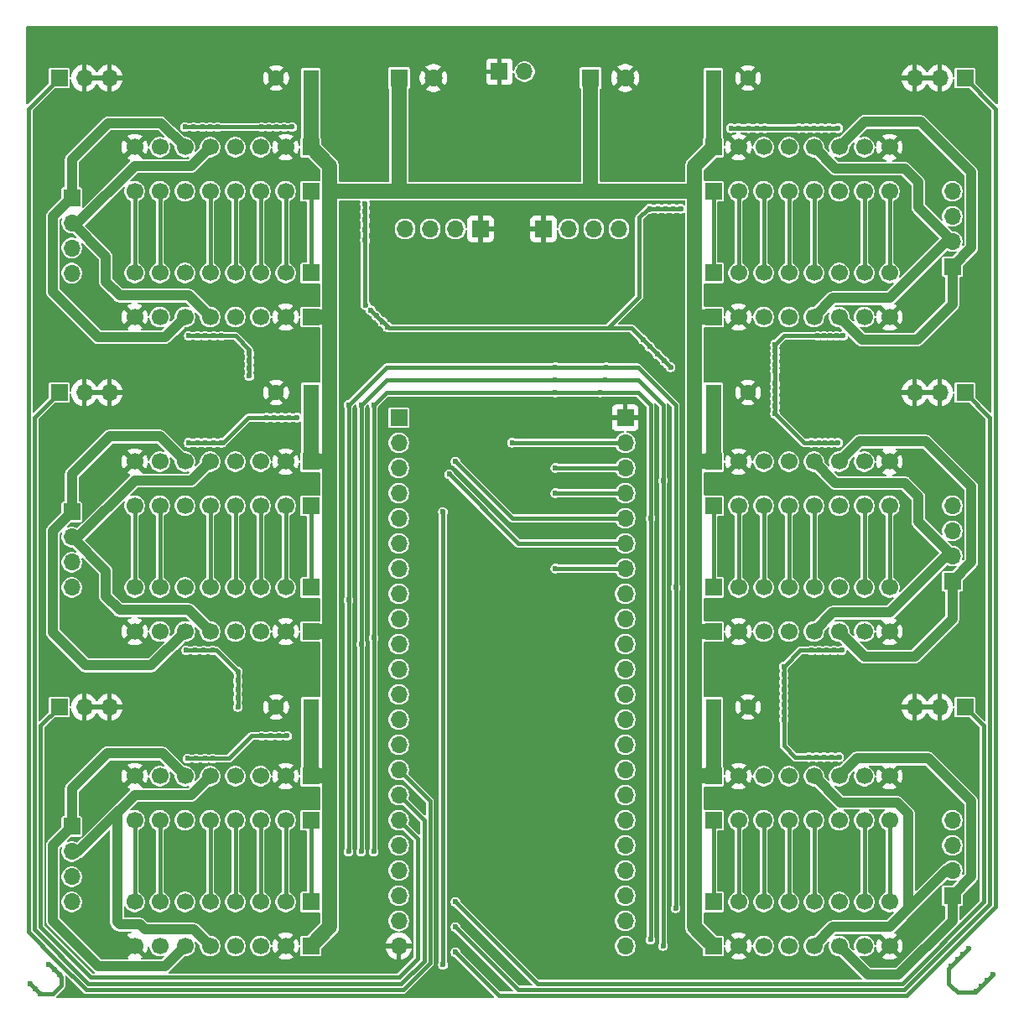
<source format=gbr>
%TF.GenerationSoftware,KiCad,Pcbnew,9.0.0*%
%TF.CreationDate,2025-02-26T12:42:57+01:00*%
%TF.ProjectId,Driver Carrier v1,44726976-6572-4204-9361-727269657220,rev?*%
%TF.SameCoordinates,Original*%
%TF.FileFunction,Copper,L1,Top*%
%TF.FilePolarity,Positive*%
%FSLAX46Y46*%
G04 Gerber Fmt 4.6, Leading zero omitted, Abs format (unit mm)*
G04 Created by KiCad (PCBNEW 9.0.0) date 2025-02-26 12:42:57*
%MOMM*%
%LPD*%
G01*
G04 APERTURE LIST*
%TA.AperFunction,ComponentPad*%
%ADD10R,1.600000X1.600000*%
%TD*%
%TA.AperFunction,ComponentPad*%
%ADD11C,1.600000*%
%TD*%
%TA.AperFunction,ComponentPad*%
%ADD12R,1.700000X1.700000*%
%TD*%
%TA.AperFunction,ComponentPad*%
%ADD13O,1.700000X1.700000*%
%TD*%
%TA.AperFunction,ComponentPad*%
%ADD14C,1.800000*%
%TD*%
%TA.AperFunction,ComponentPad*%
%ADD15R,1.800000X1.800000*%
%TD*%
%TA.AperFunction,ComponentPad*%
%ADD16C,1.700000*%
%TD*%
%TA.AperFunction,ViaPad*%
%ADD17C,0.600000*%
%TD*%
%TA.AperFunction,Conductor*%
%ADD18C,1.000000*%
%TD*%
%TA.AperFunction,Conductor*%
%ADD19C,0.400000*%
%TD*%
%TA.AperFunction,Conductor*%
%ADD20C,1.500000*%
%TD*%
G04 APERTURE END LIST*
D10*
%TO.P,C6,1*%
%TO.N,VM*%
X123190000Y-55245000D03*
D11*
%TO.P,C6,2*%
%TO.N,GND*%
X126690000Y-55245000D03*
%TD*%
D10*
%TO.P,C4,1*%
%TO.N,VM*%
X123190000Y-118745000D03*
D11*
%TO.P,C4,2*%
%TO.N,GND*%
X126690000Y-118745000D03*
%TD*%
D10*
%TO.P,C1,1*%
%TO.N,VM*%
X82550000Y-55245000D03*
D11*
%TO.P,C1,2*%
%TO.N,GND*%
X79050000Y-55245000D03*
%TD*%
D10*
%TO.P,C3,1*%
%TO.N,VM*%
X82550000Y-118745000D03*
D11*
%TO.P,C3,2*%
%TO.N,GND*%
X79050000Y-118745000D03*
%TD*%
D10*
%TO.P,C5,1*%
%TO.N,VM*%
X123190000Y-86995000D03*
D11*
%TO.P,C5,2*%
%TO.N,GND*%
X126690000Y-86995000D03*
%TD*%
D10*
%TO.P,C2,1*%
%TO.N,VM*%
X82550000Y-86995000D03*
D11*
%TO.P,C2,2*%
%TO.N,GND*%
X79050000Y-86995000D03*
%TD*%
D12*
%TO.P,J17,1,Pin_1*%
%TO.N,GND*%
X106045000Y-70485000D03*
D13*
%TO.P,J17,2,Pin_2*%
%TO.N,GPIO42*%
X108585000Y-70485000D03*
%TO.P,J17,3,Pin_3*%
%TO.N,GPIO45*%
X111125000Y-70485000D03*
%TO.P,J17,4,Pin_4*%
%TO.N,GPIO46*%
X113665000Y-70485000D03*
%TD*%
D12*
%TO.P,J5,1,Pin_1*%
%TO.N,/All TMCs/BothTMCs n5/M2B*%
X147320000Y-106045000D03*
D13*
%TO.P,J5,2,Pin_2*%
%TO.N,/All TMCs/BothTMCs n5/M2A*%
X147320000Y-103505000D03*
%TO.P,J5,3,Pin_3*%
%TO.N,/All TMCs/BothTMCs n5/M1A*%
X147320000Y-100965000D03*
%TO.P,J5,4,Pin_4*%
%TO.N,/All TMCs/BothTMCs n5/M1B*%
X147320000Y-98425000D03*
%TD*%
%TO.P,J10,2,Pin_2*%
%TO.N,GND*%
X146050000Y-118745000D03*
%TO.P,J10,3,Pin_3*%
X143510000Y-118745000D03*
D12*
%TO.P,J10,1,Pin_1*%
%TO.N,SW4*%
X148590000Y-118745000D03*
%TD*%
D13*
%TO.P,J9,2,Pin_2*%
%TO.N,GND*%
X59690000Y-118745000D03*
%TO.P,J9,3,Pin_3*%
X62230000Y-118745000D03*
D12*
%TO.P,J9,1,Pin_1*%
%TO.N,SW3*%
X57150000Y-118745000D03*
%TD*%
%TO.P,J16,1,Pin_1*%
%TO.N,GND*%
X101595000Y-54610000D03*
D13*
%TO.P,J16,2,Pin_2*%
%TO.N,CHIP_PU*%
X104135000Y-54610000D03*
%TD*%
D12*
%TO.P,J6,1,Pin_1*%
%TO.N,/All TMCs/BothTMCs n6/M2B*%
X147320000Y-74295000D03*
D13*
%TO.P,J6,2,Pin_2*%
%TO.N,/All TMCs/BothTMCs n6/M2A*%
X147320000Y-71755000D03*
%TO.P,J6,3,Pin_3*%
%TO.N,/All TMCs/BothTMCs n6/M1A*%
X147320000Y-69215000D03*
%TO.P,J6,4,Pin_4*%
%TO.N,/All TMCs/BothTMCs n6/M1B*%
X147320000Y-66675000D03*
%TD*%
D12*
%TO.P,J2,1,Pin_1*%
%TO.N,/All TMCs/BothTMCs n2/M2B*%
X58420000Y-99060000D03*
D13*
%TO.P,J2,2,Pin_2*%
%TO.N,/All TMCs/BothTMCs n2/M2A*%
X58420000Y-101600000D03*
%TO.P,J2,3,Pin_3*%
%TO.N,/All TMCs/BothTMCs n2/M1A*%
X58420000Y-104140000D03*
%TO.P,J2,4,Pin_4*%
%TO.N,/All TMCs/BothTMCs n2/M1B*%
X58420000Y-106680000D03*
%TD*%
D14*
%TO.P,J15,2,Pin_2*%
%TO.N,GND*%
X94940000Y-55245000D03*
D15*
%TO.P,J15,1,Pin_1*%
%TO.N,VM*%
X91440000Y-55245000D03*
%TD*%
D12*
%TO.P,J13,1,Pin_1*%
%TO.N,GND*%
X99695000Y-70485000D03*
D13*
%TO.P,J13,2,Pin_2*%
%TO.N,VCC*%
X97155000Y-70485000D03*
%TO.P,J13,3,Pin_3*%
%TO.N,CAN_RX*%
X94615000Y-70485000D03*
%TO.P,J13,4,Pin_4*%
%TO.N,CAN_TX*%
X92075000Y-70485000D03*
%TD*%
D12*
%TO.P,J3,1,Pin_1*%
%TO.N,/All TMCs/BothTMCs n3/M2B*%
X58420000Y-130810000D03*
D13*
%TO.P,J3,2,Pin_2*%
%TO.N,/All TMCs/BothTMCs n3/M2A*%
X58420000Y-133350000D03*
%TO.P,J3,3,Pin_3*%
%TO.N,/All TMCs/BothTMCs n3/M1A*%
X58420000Y-135890000D03*
%TO.P,J3,4,Pin_4*%
%TO.N,/All TMCs/BothTMCs n3/M1B*%
X58420000Y-138430000D03*
%TD*%
%TO.P,J12,2,Pin_2*%
%TO.N,GND*%
X146050000Y-55245000D03*
%TO.P,J12,3,Pin_3*%
X143510000Y-55245000D03*
D12*
%TO.P,J12,1,Pin_1*%
%TO.N,SW6*%
X148590000Y-55245000D03*
%TD*%
%TO.P,U13,23,GND*%
%TO.N,GND*%
X114300000Y-89535000D03*
D13*
%TO.P,U13,22,GND*%
X91440000Y-142875000D03*
D12*
%TO.P,U13,1,3V3*%
%TO.N,VIO*%
X91440000Y-89535000D03*
D13*
%TO.P,U13,2,GPIO0*%
%TO.N,unconnected-(U13-GPIO0-Pad2)*%
X91440000Y-92075000D03*
%TO.P,U13,3,GPIO1*%
%TO.N,/All TMCs/EN1*%
X91440000Y-94615000D03*
%TO.P,U13,4,GPIO2*%
%TO.N,/All TMCs/CS1*%
X91440000Y-97155000D03*
%TO.P,U13,5,GPIO3*%
%TO.N,/All TMCs/STEP1*%
X91440000Y-99695000D03*
%TO.P,U13,6,GPIO4*%
%TO.N,/All TMCs/DIR1*%
X91440000Y-102235000D03*
%TO.P,U13,7,GPIO5*%
%TO.N,/All TMCs/EN2*%
X91440000Y-104775000D03*
%TO.P,U13,8,GPIO6*%
%TO.N,/All TMCs/CS2*%
X91440000Y-107315000D03*
%TO.P,U13,9,GPIO7*%
%TO.N,/All TMCs/STEP2*%
X91440000Y-109855000D03*
%TO.P,U13,10,GPIO8*%
%TO.N,/All TMCs/DIR2*%
X91440000Y-112395000D03*
%TO.P,U13,11,GPIO9*%
%TO.N,/All TMCs/EN3*%
X91440000Y-114935000D03*
%TO.P,U13,12,GPIO10*%
%TO.N,/All TMCs/CS3*%
X91440000Y-117475000D03*
%TO.P,U13,13,GPIO11*%
%TO.N,/All TMCs/STEP3*%
X91440000Y-120015000D03*
%TO.P,U13,14,GPIO12*%
%TO.N,/All TMCs/DIR3*%
X91440000Y-122555000D03*
%TO.P,U13,15,GPIO13*%
%TO.N,SW1*%
X91440000Y-125095000D03*
%TO.P,U13,16,GPIO14*%
%TO.N,SW2*%
X91440000Y-127635000D03*
%TO.P,U13,17,GPIO15*%
%TO.N,SW3*%
X91440000Y-130175000D03*
%TO.P,U13,18,GPIO16*%
%TO.N,SW4*%
X91440000Y-132715000D03*
%TO.P,U13,19,GPIO17*%
%TO.N,SW5*%
X91440000Y-135255000D03*
%TO.P,U13,20,GPIO18*%
%TO.N,SW6*%
X91440000Y-137795000D03*
%TO.P,U13,21,5V*%
%TO.N,VCC*%
X91440000Y-140335000D03*
%TO.P,U13,24,RST*%
%TO.N,CHIP_PU*%
X114300000Y-92075000D03*
%TO.P,U13,25,GPIO46*%
%TO.N,GPIO46*%
X114300000Y-94615000D03*
%TO.P,U13,26,GPIO45*%
%TO.N,GPIO45*%
X114300000Y-97155000D03*
%TO.P,U13,27,RX*%
%TO.N,CAN_RX*%
X114300000Y-99695000D03*
%TO.P,U13,28,TX*%
%TO.N,CAN_TX*%
X114300000Y-102235000D03*
%TO.P,U13,29,GPIO42*%
%TO.N,GPIO42*%
X114300000Y-104775000D03*
%TO.P,U13,30,GPIO41*%
%TO.N,SDO*%
X114300000Y-107315000D03*
%TO.P,U13,31,GPIO40*%
%TO.N,SDI*%
X114300000Y-109855000D03*
%TO.P,U13,32,GPIO39*%
%TO.N,SCK*%
X114300000Y-112395000D03*
%TO.P,U13,33,GPIO38*%
%TO.N,/All TMCs/EN6*%
X114300000Y-114935000D03*
%TO.P,U13,34,GPIO37*%
%TO.N,/All TMCs/CS6*%
X114300000Y-117475000D03*
%TO.P,U13,35,GPIO36*%
%TO.N,/All TMCs/STEP6*%
X114300000Y-120015000D03*
%TO.P,U13,36,GPIO35*%
%TO.N,/All TMCs/DIR6*%
X114300000Y-122555000D03*
%TO.P,U13,37,GPIO34*%
%TO.N,/All TMCs/EN5*%
X114300000Y-125095000D03*
%TO.P,U13,38,GPIO33*%
%TO.N,/All TMCs/CS5*%
X114300000Y-127635000D03*
%TO.P,U13,39,GPIO26*%
%TO.N,/All TMCs/STEP5*%
X114300000Y-130175000D03*
%TO.P,U13,40,GPIO21*%
%TO.N,/All TMCs/DIR5*%
X114300000Y-132715000D03*
%TO.P,U13,41,GPIO20*%
%TO.N,/All TMCs/EN4*%
X114300000Y-135255000D03*
%TO.P,U13,42,GPIO19*%
%TO.N,/All TMCs/CS4*%
X114300000Y-137795000D03*
%TO.P,U13,43,GPIO48*%
%TO.N,/All TMCs/STEP4*%
X114300000Y-140335000D03*
%TO.P,U13,44,GPIO47*%
%TO.N,/All TMCs/DIR4*%
X114300000Y-142875000D03*
%TD*%
D12*
%TO.P,J1,1,Pin_1*%
%TO.N,/All TMCs/BothTMCs n1/M2B*%
X58420000Y-67320000D03*
D13*
%TO.P,J1,2,Pin_2*%
%TO.N,/All TMCs/BothTMCs n1/M2A*%
X58420000Y-69860000D03*
%TO.P,J1,3,Pin_3*%
%TO.N,/All TMCs/BothTMCs n1/M1A*%
X58420000Y-72400000D03*
%TO.P,J1,4,Pin_4*%
%TO.N,/All TMCs/BothTMCs n1/M1B*%
X58420000Y-74940000D03*
%TD*%
%TO.P,J7,3,Pin_3*%
%TO.N,GND*%
X62230000Y-55245000D03*
%TO.P,J7,2,Pin_2*%
X59690000Y-55245000D03*
D12*
%TO.P,J7,1,Pin_1*%
%TO.N,SW1*%
X57150000Y-55245000D03*
%TD*%
D13*
%TO.P,J8,3,Pin_3*%
%TO.N,GND*%
X62230000Y-86995000D03*
%TO.P,J8,2,Pin_2*%
X59690000Y-86995000D03*
D12*
%TO.P,J8,1,Pin_1*%
%TO.N,SW2*%
X57150000Y-86995000D03*
%TD*%
%TO.P,J4,1,Pin_1*%
%TO.N,/All TMCs/BothTMCs n4/M2B*%
X147320000Y-137795000D03*
D13*
%TO.P,J4,2,Pin_2*%
%TO.N,/All TMCs/BothTMCs n4/M2A*%
X147320000Y-135255000D03*
%TO.P,J4,3,Pin_3*%
%TO.N,/All TMCs/BothTMCs n4/M1A*%
X147320000Y-132715000D03*
%TO.P,J4,4,Pin_4*%
%TO.N,/All TMCs/BothTMCs n4/M1B*%
X147320000Y-130175000D03*
%TD*%
D14*
%TO.P,J14,2,Pin_2*%
%TO.N,GND*%
X114300000Y-55245000D03*
D15*
%TO.P,J14,1,Pin_1*%
%TO.N,VM*%
X110800000Y-55245000D03*
%TD*%
D13*
%TO.P,J11,2,Pin_2*%
%TO.N,GND*%
X146050000Y-86995000D03*
%TO.P,J11,3,Pin_3*%
X143510000Y-86995000D03*
D12*
%TO.P,J11,1,Pin_1*%
%TO.N,SW5*%
X148590000Y-86995000D03*
%TD*%
D16*
%TO.P,U6,10,GND*%
%TO.N,GND*%
X80010000Y-125730000D03*
%TO.P,U6,16,GND*%
X64770000Y-125730000D03*
D12*
%TO.P,U6,1,EN*%
%TO.N,/All TMCs/EN3*%
X82550000Y-138430000D03*
D16*
%TO.P,U6,2,SDI*%
%TO.N,SDI*%
X80010000Y-138430000D03*
%TO.P,U6,3,SCK*%
%TO.N,SCK*%
X77470000Y-138430000D03*
%TO.P,U6,4,CS*%
%TO.N,/All TMCs/CS3*%
X74930000Y-138430000D03*
%TO.P,U6,5,SDO*%
%TO.N,SDO*%
X72390000Y-138430000D03*
%TO.P,U6,6,DCO*%
%TO.N,unconnected-(U6-DCO-Pad6)*%
X69850000Y-138430000D03*
%TO.P,U6,7,STEP*%
%TO.N,/All TMCs/STEP3*%
X67310000Y-138430000D03*
%TO.P,U6,8,DIR*%
%TO.N,/All TMCs/DIR3*%
X64770000Y-138430000D03*
D12*
%TO.P,U6,9,VM*%
%TO.N,VM*%
X82550000Y-125730000D03*
D16*
%TO.P,U6,11,M2B*%
%TO.N,/All TMCs/BothTMCs n3/M1B*%
X77470000Y-125730000D03*
%TO.P,U6,12,M2A*%
%TO.N,/All TMCs/BothTMCs n3/M1A*%
X74930000Y-125730000D03*
%TO.P,U6,13,M1A*%
%TO.N,/All TMCs/BothTMCs n3/M2A*%
X72390000Y-125730000D03*
%TO.P,U6,14,M1B*%
%TO.N,/All TMCs/BothTMCs n3/M2B*%
X69850000Y-125730000D03*
%TO.P,U6,15,VIO*%
%TO.N,VIO*%
X67310000Y-125730000D03*
%TD*%
%TO.P,U1,10,GND*%
%TO.N,GND*%
X80010000Y-79375000D03*
%TO.P,U1,16,GND*%
X64770000Y-79375000D03*
D12*
%TO.P,U1,1,EN*%
%TO.N,/All TMCs/EN1*%
X82550000Y-66675000D03*
D16*
%TO.P,U1,2,SDI*%
%TO.N,SDI*%
X80010000Y-66675000D03*
%TO.P,U1,3,SCK*%
%TO.N,SCK*%
X77470000Y-66675000D03*
%TO.P,U1,4,CS*%
%TO.N,/All TMCs/CS1*%
X74930000Y-66675000D03*
%TO.P,U1,5,SDO*%
%TO.N,SDO*%
X72390000Y-66675000D03*
%TO.P,U1,6,DCO*%
%TO.N,unconnected-(U1-DCO-Pad6)*%
X69850000Y-66675000D03*
%TO.P,U1,7,STEP*%
%TO.N,/All TMCs/STEP1*%
X67310000Y-66675000D03*
%TO.P,U1,8,DIR*%
%TO.N,/All TMCs/DIR1*%
X64770000Y-66675000D03*
D12*
%TO.P,U1,9,VM*%
%TO.N,VM*%
X82550000Y-79375000D03*
D16*
%TO.P,U1,11,M2B*%
%TO.N,/All TMCs/BothTMCs n1/M1B*%
X77470000Y-79375000D03*
%TO.P,U1,12,M2A*%
%TO.N,/All TMCs/BothTMCs n1/M1A*%
X74930000Y-79375000D03*
%TO.P,U1,13,M1A*%
%TO.N,/All TMCs/BothTMCs n1/M2A*%
X72390000Y-79375000D03*
%TO.P,U1,14,M1B*%
%TO.N,/All TMCs/BothTMCs n1/M2B*%
X69850000Y-79375000D03*
%TO.P,U1,15,VIO*%
%TO.N,VIO*%
X67310000Y-79375000D03*
%TD*%
%TO.P,U12,10,GND*%
%TO.N,GND*%
X125730000Y-79375000D03*
%TO.P,U12,16,GND*%
X140970000Y-79375000D03*
D12*
%TO.P,U12,1,EN*%
%TO.N,/All TMCs/EN6*%
X123190000Y-66675000D03*
D16*
%TO.P,U12,2,SDI*%
%TO.N,SDI*%
X125730000Y-66675000D03*
%TO.P,U12,3,SCK*%
%TO.N,SCK*%
X128270000Y-66675000D03*
%TO.P,U12,4,CS*%
%TO.N,/All TMCs/CS6*%
X130810000Y-66675000D03*
%TO.P,U12,5,SDO*%
%TO.N,SDO*%
X133350000Y-66675000D03*
%TO.P,U12,6,DCO*%
%TO.N,unconnected-(U12-DCO-Pad6)*%
X135890000Y-66675000D03*
%TO.P,U12,7,STEP*%
%TO.N,/All TMCs/STEP6*%
X138430000Y-66675000D03*
%TO.P,U12,8,DIR*%
%TO.N,/All TMCs/DIR6*%
X140970000Y-66675000D03*
D12*
%TO.P,U12,9,VM*%
%TO.N,VM*%
X123190000Y-79375000D03*
D16*
%TO.P,U12,11,M2B*%
%TO.N,/All TMCs/BothTMCs n6/M1B*%
X128270000Y-79375000D03*
%TO.P,U12,12,M2A*%
%TO.N,/All TMCs/BothTMCs n6/M1A*%
X130810000Y-79375000D03*
%TO.P,U12,13,M1A*%
%TO.N,/All TMCs/BothTMCs n6/M2A*%
X133350000Y-79375000D03*
%TO.P,U12,14,M1B*%
%TO.N,/All TMCs/BothTMCs n6/M2B*%
X135890000Y-79375000D03*
%TO.P,U12,15,VIO*%
%TO.N,VIO*%
X138430000Y-79375000D03*
%TD*%
%TO.P,U4,10,GND*%
%TO.N,GND*%
X80010000Y-93980000D03*
%TO.P,U4,16,GND*%
X64770000Y-93980000D03*
D12*
%TO.P,U4,1,EN*%
%TO.N,/All TMCs/EN2*%
X82550000Y-106680000D03*
D16*
%TO.P,U4,2,SDI*%
%TO.N,SDI*%
X80010000Y-106680000D03*
%TO.P,U4,3,SCK*%
%TO.N,SCK*%
X77470000Y-106680000D03*
%TO.P,U4,4,CS*%
%TO.N,/All TMCs/CS2*%
X74930000Y-106680000D03*
%TO.P,U4,5,SDO*%
%TO.N,SDO*%
X72390000Y-106680000D03*
%TO.P,U4,6,DCO*%
%TO.N,unconnected-(U4-DCO-Pad6)*%
X69850000Y-106680000D03*
%TO.P,U4,7,STEP*%
%TO.N,/All TMCs/STEP2*%
X67310000Y-106680000D03*
%TO.P,U4,8,DIR*%
%TO.N,/All TMCs/DIR2*%
X64770000Y-106680000D03*
D12*
%TO.P,U4,9,VM*%
%TO.N,VM*%
X82550000Y-93980000D03*
D16*
%TO.P,U4,11,M2B*%
%TO.N,/All TMCs/BothTMCs n2/M1B*%
X77470000Y-93980000D03*
%TO.P,U4,12,M2A*%
%TO.N,/All TMCs/BothTMCs n2/M1A*%
X74930000Y-93980000D03*
%TO.P,U4,13,M1A*%
%TO.N,/All TMCs/BothTMCs n2/M2A*%
X72390000Y-93980000D03*
%TO.P,U4,14,M1B*%
%TO.N,/All TMCs/BothTMCs n2/M2B*%
X69850000Y-93980000D03*
%TO.P,U4,15,VIO*%
%TO.N,VIO*%
X67310000Y-93980000D03*
%TD*%
%TO.P,U3,10,GND*%
%TO.N,GND*%
X80010000Y-111125000D03*
%TO.P,U3,16,GND*%
X64770000Y-111125000D03*
D12*
%TO.P,U3,1,EN*%
%TO.N,/All TMCs/EN2*%
X82550000Y-98425000D03*
D16*
%TO.P,U3,2,SDI*%
%TO.N,SDI*%
X80010000Y-98425000D03*
%TO.P,U3,3,SCK*%
%TO.N,SCK*%
X77470000Y-98425000D03*
%TO.P,U3,4,CS*%
%TO.N,/All TMCs/CS2*%
X74930000Y-98425000D03*
%TO.P,U3,5,SDO*%
%TO.N,SDO*%
X72390000Y-98425000D03*
%TO.P,U3,6,DCO*%
%TO.N,unconnected-(U3-DCO-Pad6)*%
X69850000Y-98425000D03*
%TO.P,U3,7,STEP*%
%TO.N,/All TMCs/STEP2*%
X67310000Y-98425000D03*
%TO.P,U3,8,DIR*%
%TO.N,/All TMCs/DIR2*%
X64770000Y-98425000D03*
D12*
%TO.P,U3,9,VM*%
%TO.N,VM*%
X82550000Y-111125000D03*
D16*
%TO.P,U3,11,M2B*%
%TO.N,/All TMCs/BothTMCs n2/M1B*%
X77470000Y-111125000D03*
%TO.P,U3,12,M2A*%
%TO.N,/All TMCs/BothTMCs n2/M1A*%
X74930000Y-111125000D03*
%TO.P,U3,13,M1A*%
%TO.N,/All TMCs/BothTMCs n2/M2A*%
X72390000Y-111125000D03*
%TO.P,U3,14,M1B*%
%TO.N,/All TMCs/BothTMCs n2/M2B*%
X69850000Y-111125000D03*
%TO.P,U3,15,VIO*%
%TO.N,VIO*%
X67310000Y-111125000D03*
%TD*%
%TO.P,U5,10,GND*%
%TO.N,GND*%
X80010000Y-142875000D03*
%TO.P,U5,16,GND*%
X64770000Y-142875000D03*
D12*
%TO.P,U5,1,EN*%
%TO.N,/All TMCs/EN3*%
X82550000Y-130175000D03*
D16*
%TO.P,U5,2,SDI*%
%TO.N,SDI*%
X80010000Y-130175000D03*
%TO.P,U5,3,SCK*%
%TO.N,SCK*%
X77470000Y-130175000D03*
%TO.P,U5,4,CS*%
%TO.N,/All TMCs/CS3*%
X74930000Y-130175000D03*
%TO.P,U5,5,SDO*%
%TO.N,SDO*%
X72390000Y-130175000D03*
%TO.P,U5,6,DCO*%
%TO.N,unconnected-(U5-DCO-Pad6)*%
X69850000Y-130175000D03*
%TO.P,U5,7,STEP*%
%TO.N,/All TMCs/STEP3*%
X67310000Y-130175000D03*
%TO.P,U5,8,DIR*%
%TO.N,/All TMCs/DIR3*%
X64770000Y-130175000D03*
D12*
%TO.P,U5,9,VM*%
%TO.N,VM*%
X82550000Y-142875000D03*
D16*
%TO.P,U5,11,M2B*%
%TO.N,/All TMCs/BothTMCs n3/M1B*%
X77470000Y-142875000D03*
%TO.P,U5,12,M2A*%
%TO.N,/All TMCs/BothTMCs n3/M1A*%
X74930000Y-142875000D03*
%TO.P,U5,13,M1A*%
%TO.N,/All TMCs/BothTMCs n3/M2A*%
X72390000Y-142875000D03*
%TO.P,U5,14,M1B*%
%TO.N,/All TMCs/BothTMCs n3/M2B*%
X69850000Y-142875000D03*
%TO.P,U5,15,VIO*%
%TO.N,VIO*%
X67310000Y-142875000D03*
%TD*%
%TO.P,U8,10,GND*%
%TO.N,GND*%
X125730000Y-142875000D03*
%TO.P,U8,16,GND*%
X140970000Y-142875000D03*
D12*
%TO.P,U8,1,EN*%
%TO.N,/All TMCs/EN4*%
X123190000Y-130175000D03*
D16*
%TO.P,U8,2,SDI*%
%TO.N,SDI*%
X125730000Y-130175000D03*
%TO.P,U8,3,SCK*%
%TO.N,SCK*%
X128270000Y-130175000D03*
%TO.P,U8,4,CS*%
%TO.N,/All TMCs/CS4*%
X130810000Y-130175000D03*
%TO.P,U8,5,SDO*%
%TO.N,SDO*%
X133350000Y-130175000D03*
%TO.P,U8,6,DCO*%
%TO.N,unconnected-(U8-DCO-Pad6)*%
X135890000Y-130175000D03*
%TO.P,U8,7,STEP*%
%TO.N,/All TMCs/STEP4*%
X138430000Y-130175000D03*
%TO.P,U8,8,DIR*%
%TO.N,/All TMCs/DIR4*%
X140970000Y-130175000D03*
D12*
%TO.P,U8,9,VM*%
%TO.N,VM*%
X123190000Y-142875000D03*
D16*
%TO.P,U8,11,M2B*%
%TO.N,/All TMCs/BothTMCs n4/M1B*%
X128270000Y-142875000D03*
%TO.P,U8,12,M2A*%
%TO.N,/All TMCs/BothTMCs n4/M1A*%
X130810000Y-142875000D03*
%TO.P,U8,13,M1A*%
%TO.N,/All TMCs/BothTMCs n4/M2A*%
X133350000Y-142875000D03*
%TO.P,U8,14,M1B*%
%TO.N,/All TMCs/BothTMCs n4/M2B*%
X135890000Y-142875000D03*
%TO.P,U8,15,VIO*%
%TO.N,VIO*%
X138430000Y-142875000D03*
%TD*%
%TO.P,U11,10,GND*%
%TO.N,GND*%
X125730000Y-62230000D03*
%TO.P,U11,16,GND*%
X140970000Y-62230000D03*
D12*
%TO.P,U11,1,EN*%
%TO.N,/All TMCs/EN6*%
X123190000Y-74930000D03*
D16*
%TO.P,U11,2,SDI*%
%TO.N,SDI*%
X125730000Y-74930000D03*
%TO.P,U11,3,SCK*%
%TO.N,SCK*%
X128270000Y-74930000D03*
%TO.P,U11,4,CS*%
%TO.N,/All TMCs/CS6*%
X130810000Y-74930000D03*
%TO.P,U11,5,SDO*%
%TO.N,SDO*%
X133350000Y-74930000D03*
%TO.P,U11,6,DCO*%
%TO.N,unconnected-(U11-DCO-Pad6)*%
X135890000Y-74930000D03*
%TO.P,U11,7,STEP*%
%TO.N,/All TMCs/STEP6*%
X138430000Y-74930000D03*
%TO.P,U11,8,DIR*%
%TO.N,/All TMCs/DIR6*%
X140970000Y-74930000D03*
D12*
%TO.P,U11,9,VM*%
%TO.N,VM*%
X123190000Y-62230000D03*
D16*
%TO.P,U11,11,M2B*%
%TO.N,/All TMCs/BothTMCs n6/M1B*%
X128270000Y-62230000D03*
%TO.P,U11,12,M2A*%
%TO.N,/All TMCs/BothTMCs n6/M1A*%
X130810000Y-62230000D03*
%TO.P,U11,13,M1A*%
%TO.N,/All TMCs/BothTMCs n6/M2A*%
X133350000Y-62230000D03*
%TO.P,U11,14,M1B*%
%TO.N,/All TMCs/BothTMCs n6/M2B*%
X135890000Y-62230000D03*
%TO.P,U11,15,VIO*%
%TO.N,VIO*%
X138430000Y-62230000D03*
%TD*%
%TO.P,U7,10,GND*%
%TO.N,GND*%
X125730000Y-125730000D03*
%TO.P,U7,16,GND*%
X140970000Y-125730000D03*
D12*
%TO.P,U7,1,EN*%
%TO.N,/All TMCs/EN4*%
X123190000Y-138430000D03*
D16*
%TO.P,U7,2,SDI*%
%TO.N,SDI*%
X125730000Y-138430000D03*
%TO.P,U7,3,SCK*%
%TO.N,SCK*%
X128270000Y-138430000D03*
%TO.P,U7,4,CS*%
%TO.N,/All TMCs/CS4*%
X130810000Y-138430000D03*
%TO.P,U7,5,SDO*%
%TO.N,SDO*%
X133350000Y-138430000D03*
%TO.P,U7,6,DCO*%
%TO.N,unconnected-(U7-DCO-Pad6)*%
X135890000Y-138430000D03*
%TO.P,U7,7,STEP*%
%TO.N,/All TMCs/STEP4*%
X138430000Y-138430000D03*
%TO.P,U7,8,DIR*%
%TO.N,/All TMCs/DIR4*%
X140970000Y-138430000D03*
D12*
%TO.P,U7,9,VM*%
%TO.N,VM*%
X123190000Y-125730000D03*
D16*
%TO.P,U7,11,M2B*%
%TO.N,/All TMCs/BothTMCs n4/M1B*%
X128270000Y-125730000D03*
%TO.P,U7,12,M2A*%
%TO.N,/All TMCs/BothTMCs n4/M1A*%
X130810000Y-125730000D03*
%TO.P,U7,13,M1A*%
%TO.N,/All TMCs/BothTMCs n4/M2A*%
X133350000Y-125730000D03*
%TO.P,U7,14,M1B*%
%TO.N,/All TMCs/BothTMCs n4/M2B*%
X135890000Y-125730000D03*
%TO.P,U7,15,VIO*%
%TO.N,VIO*%
X138430000Y-125730000D03*
%TD*%
%TO.P,U10,10,GND*%
%TO.N,GND*%
X125730000Y-111125000D03*
%TO.P,U10,16,GND*%
X140970000Y-111125000D03*
D12*
%TO.P,U10,1,EN*%
%TO.N,/All TMCs/EN5*%
X123190000Y-98425000D03*
D16*
%TO.P,U10,2,SDI*%
%TO.N,SDI*%
X125730000Y-98425000D03*
%TO.P,U10,3,SCK*%
%TO.N,SCK*%
X128270000Y-98425000D03*
%TO.P,U10,4,CS*%
%TO.N,/All TMCs/CS5*%
X130810000Y-98425000D03*
%TO.P,U10,5,SDO*%
%TO.N,SDO*%
X133350000Y-98425000D03*
%TO.P,U10,6,DCO*%
%TO.N,unconnected-(U10-DCO-Pad6)*%
X135890000Y-98425000D03*
%TO.P,U10,7,STEP*%
%TO.N,/All TMCs/STEP5*%
X138430000Y-98425000D03*
%TO.P,U10,8,DIR*%
%TO.N,/All TMCs/DIR5*%
X140970000Y-98425000D03*
D12*
%TO.P,U10,9,VM*%
%TO.N,VM*%
X123190000Y-111125000D03*
D16*
%TO.P,U10,11,M2B*%
%TO.N,/All TMCs/BothTMCs n5/M1B*%
X128270000Y-111125000D03*
%TO.P,U10,12,M2A*%
%TO.N,/All TMCs/BothTMCs n5/M1A*%
X130810000Y-111125000D03*
%TO.P,U10,13,M1A*%
%TO.N,/All TMCs/BothTMCs n5/M2A*%
X133350000Y-111125000D03*
%TO.P,U10,14,M1B*%
%TO.N,/All TMCs/BothTMCs n5/M2B*%
X135890000Y-111125000D03*
%TO.P,U10,15,VIO*%
%TO.N,VIO*%
X138430000Y-111125000D03*
%TD*%
%TO.P,U2,10,GND*%
%TO.N,GND*%
X80010000Y-62230000D03*
%TO.P,U2,16,GND*%
X64770000Y-62230000D03*
D12*
%TO.P,U2,1,EN*%
%TO.N,/All TMCs/EN1*%
X82550000Y-74930000D03*
D16*
%TO.P,U2,2,SDI*%
%TO.N,SDI*%
X80010000Y-74930000D03*
%TO.P,U2,3,SCK*%
%TO.N,SCK*%
X77470000Y-74930000D03*
%TO.P,U2,4,CS*%
%TO.N,/All TMCs/CS1*%
X74930000Y-74930000D03*
%TO.P,U2,5,SDO*%
%TO.N,SDO*%
X72390000Y-74930000D03*
%TO.P,U2,6,DCO*%
%TO.N,unconnected-(U2-DCO-Pad6)*%
X69850000Y-74930000D03*
%TO.P,U2,7,STEP*%
%TO.N,/All TMCs/STEP1*%
X67310000Y-74930000D03*
%TO.P,U2,8,DIR*%
%TO.N,/All TMCs/DIR1*%
X64770000Y-74930000D03*
D12*
%TO.P,U2,9,VM*%
%TO.N,VM*%
X82550000Y-62230000D03*
D16*
%TO.P,U2,11,M2B*%
%TO.N,/All TMCs/BothTMCs n1/M1B*%
X77470000Y-62230000D03*
%TO.P,U2,12,M2A*%
%TO.N,/All TMCs/BothTMCs n1/M1A*%
X74930000Y-62230000D03*
%TO.P,U2,13,M1A*%
%TO.N,/All TMCs/BothTMCs n1/M2A*%
X72390000Y-62230000D03*
%TO.P,U2,14,M1B*%
%TO.N,/All TMCs/BothTMCs n1/M2B*%
X69850000Y-62230000D03*
%TO.P,U2,15,VIO*%
%TO.N,VIO*%
X67310000Y-62230000D03*
%TD*%
%TO.P,U9,10,GND*%
%TO.N,GND*%
X125730000Y-93980000D03*
%TO.P,U9,16,GND*%
X140970000Y-93980000D03*
D12*
%TO.P,U9,1,EN*%
%TO.N,/All TMCs/EN5*%
X123190000Y-106680000D03*
D16*
%TO.P,U9,2,SDI*%
%TO.N,SDI*%
X125730000Y-106680000D03*
%TO.P,U9,3,SCK*%
%TO.N,SCK*%
X128270000Y-106680000D03*
%TO.P,U9,4,CS*%
%TO.N,/All TMCs/CS5*%
X130810000Y-106680000D03*
%TO.P,U9,5,SDO*%
%TO.N,SDO*%
X133350000Y-106680000D03*
%TO.P,U9,6,DCO*%
%TO.N,unconnected-(U9-DCO-Pad6)*%
X135890000Y-106680000D03*
%TO.P,U9,7,STEP*%
%TO.N,/All TMCs/STEP5*%
X138430000Y-106680000D03*
%TO.P,U9,8,DIR*%
%TO.N,/All TMCs/DIR5*%
X140970000Y-106680000D03*
D12*
%TO.P,U9,9,VM*%
%TO.N,VM*%
X123190000Y-93980000D03*
D16*
%TO.P,U9,11,M2B*%
%TO.N,/All TMCs/BothTMCs n5/M1B*%
X128270000Y-93980000D03*
%TO.P,U9,12,M2A*%
%TO.N,/All TMCs/BothTMCs n5/M1A*%
X130810000Y-93980000D03*
%TO.P,U9,13,M1A*%
%TO.N,/All TMCs/BothTMCs n5/M2A*%
X133350000Y-93980000D03*
%TO.P,U9,14,M1B*%
%TO.N,/All TMCs/BothTMCs n5/M2B*%
X135890000Y-93980000D03*
%TO.P,U9,15,VIO*%
%TO.N,VIO*%
X138430000Y-93980000D03*
%TD*%
D17*
%TO.N,GND*%
X106299000Y-77343000D03*
X105410000Y-76454000D03*
X105410000Y-77343000D03*
X106299000Y-76454000D03*
X107188000Y-76454000D03*
X133985000Y-122428000D03*
X134874000Y-122428000D03*
X134493000Y-121920000D03*
X133604000Y-121920000D03*
X135382000Y-121920000D03*
X140208000Y-122682000D03*
X139319000Y-122682000D03*
X142875000Y-122682000D03*
X144653000Y-122682000D03*
X138430000Y-122682000D03*
X141986000Y-122682000D03*
X143764000Y-122682000D03*
X141097000Y-122682000D03*
X144145000Y-140462000D03*
X144145000Y-141224000D03*
X143383000Y-141224000D03*
X67818000Y-82804000D03*
X66040000Y-82804000D03*
X66929000Y-82804000D03*
X63373000Y-82804000D03*
X65151000Y-82804000D03*
X64262000Y-82804000D03*
X70485000Y-82804000D03*
X69596000Y-82804000D03*
X68707000Y-82804000D03*
X71374000Y-82804000D03*
X62484000Y-82804000D03*
X61595000Y-82804000D03*
X59690000Y-141224000D03*
X59690000Y-140335000D03*
X58801000Y-140335000D03*
X62357000Y-125603000D03*
X62357000Y-126492000D03*
X62357000Y-127381000D03*
X60706000Y-126873000D03*
X60706000Y-127762000D03*
X61468000Y-128143000D03*
X61468000Y-126365000D03*
X60706000Y-128651000D03*
X61468000Y-127254000D03*
X58928000Y-110744000D03*
X58928000Y-111633000D03*
X58039000Y-109855000D03*
X59690000Y-111760000D03*
X60452000Y-112649000D03*
X60452000Y-113538000D03*
X59690000Y-112649000D03*
X58039000Y-110744000D03*
X55880000Y-113792000D03*
X55880000Y-114681000D03*
X55880000Y-112903000D03*
X56769000Y-114681000D03*
X57658000Y-114681000D03*
X56769000Y-113792000D03*
X65405000Y-54737000D03*
X66294000Y-54737000D03*
X67183000Y-54737000D03*
X64516000Y-54737000D03*
X66294000Y-55626000D03*
X67183000Y-55626000D03*
X64516000Y-55626000D03*
X65405000Y-55626000D03*
X65659000Y-86614000D03*
X66548000Y-86614000D03*
X67437000Y-86614000D03*
X64770000Y-86614000D03*
X66548000Y-87503000D03*
X67437000Y-87503000D03*
X64770000Y-87503000D03*
X65659000Y-87503000D03*
X139319000Y-86741000D03*
X140208000Y-86741000D03*
X141097000Y-86741000D03*
X138430000Y-86741000D03*
X140208000Y-87630000D03*
X141097000Y-87630000D03*
X138430000Y-87630000D03*
X139319000Y-87630000D03*
X139319000Y-118364000D03*
X140208000Y-118364000D03*
X141097000Y-118364000D03*
X138430000Y-118364000D03*
X140208000Y-119253000D03*
X141097000Y-119253000D03*
X138430000Y-119253000D03*
X139319000Y-119253000D03*
X106299000Y-75565000D03*
X107188000Y-74676000D03*
X105410000Y-75565000D03*
X106299000Y-74676000D03*
X107188000Y-75565000D03*
X105410000Y-74676000D03*
X149987000Y-113538000D03*
X148209000Y-115316000D03*
X149098000Y-115316000D03*
X149987000Y-115316000D03*
X149098000Y-114427000D03*
X149987000Y-114427000D03*
X149098000Y-116205000D03*
X149987000Y-116205000D03*
X147320000Y-116205000D03*
X148209000Y-116205000D03*
X67437000Y-119380000D03*
X66548000Y-119380000D03*
X65659000Y-119380000D03*
X64770000Y-119380000D03*
X65659000Y-118491000D03*
X66548000Y-118491000D03*
X67437000Y-118491000D03*
X64770000Y-118491000D03*
X99187000Y-74930000D03*
X99187000Y-77597000D03*
X100965000Y-76708000D03*
X100076000Y-74930000D03*
X100076000Y-77597000D03*
X100076000Y-76708000D03*
X99187000Y-75819000D03*
X99187000Y-76708000D03*
X100965000Y-74930000D03*
X100076000Y-75819000D03*
X100965000Y-77597000D03*
X100965000Y-75819000D03*
X99187000Y-88900000D03*
X99187000Y-91567000D03*
X100965000Y-90678000D03*
X100076000Y-88900000D03*
X100076000Y-91567000D03*
X100076000Y-90678000D03*
X99187000Y-89789000D03*
X99187000Y-90678000D03*
X100965000Y-88900000D03*
X100076000Y-89789000D03*
X100965000Y-91567000D03*
X100965000Y-89789000D03*
%TO.N,SDI*%
X111760000Y-86995000D03*
%TO.N,GND*%
X105791000Y-139065000D03*
X105791000Y-139954000D03*
X104013000Y-139065000D03*
X104013000Y-140843000D03*
X104013000Y-139954000D03*
X104902000Y-140843000D03*
X104902000Y-139065000D03*
X105791000Y-140843000D03*
X104902000Y-139954000D03*
X104013000Y-142621000D03*
X104902000Y-142621000D03*
X105791000Y-142621000D03*
X104902000Y-136398000D03*
X104013000Y-136398000D03*
X104013000Y-138176000D03*
X105791000Y-136398000D03*
X104902000Y-138176000D03*
X105791000Y-138176000D03*
X104902000Y-137287000D03*
X104013000Y-137287000D03*
X105791000Y-137287000D03*
X104902000Y-141732000D03*
X105791000Y-141732000D03*
X104013000Y-141732000D03*
X104902000Y-143510000D03*
X105791000Y-143510000D03*
X104013000Y-143510000D03*
X85471000Y-61341000D03*
X86360000Y-61341000D03*
X86360000Y-62230000D03*
X87249000Y-62230000D03*
X85471000Y-62230000D03*
X86360000Y-65024000D03*
X87249000Y-65024000D03*
X86360000Y-63246000D03*
X86360000Y-64135000D03*
X87249000Y-64135000D03*
X87249000Y-63246000D03*
%TO.N,VIO*%
X88011000Y-71628000D03*
X88011000Y-70612000D03*
X88011000Y-69596000D03*
X88011000Y-68707000D03*
X88011000Y-67945000D03*
X88074500Y-78168500D03*
X88582500Y-78676500D03*
X89154000Y-79248000D03*
X89789000Y-79883000D03*
X90297000Y-80391000D03*
X147193000Y-144907000D03*
X147828000Y-144272000D03*
X148399500Y-143700500D03*
X148971000Y-143129000D03*
X151384000Y-145796000D03*
X150812500Y-146367500D03*
X150241000Y-146939000D03*
X149733000Y-147447000D03*
X131826000Y-60325000D03*
X132588000Y-60325000D03*
X133350000Y-60325000D03*
X134112000Y-60325000D03*
X134874000Y-60325000D03*
X135763000Y-60325000D03*
X124968000Y-60325000D03*
X125730000Y-60325000D03*
X126746000Y-60325000D03*
X127635000Y-60325000D03*
X128397000Y-60325000D03*
X116776500Y-68453000D03*
X117602000Y-68453000D03*
X118364000Y-68453000D03*
X119126000Y-68453000D03*
X119888000Y-68453000D03*
X133731000Y-81280000D03*
X134366000Y-81280000D03*
X135001000Y-81280000D03*
X135636000Y-81280000D03*
X136271000Y-81280000D03*
X133096000Y-92075000D03*
X133858000Y-92075000D03*
X134493000Y-92075000D03*
X135128000Y-92075000D03*
X135763000Y-92075000D03*
X129413000Y-86106000D03*
X129413000Y-86868000D03*
X129413000Y-87630000D03*
X129413000Y-88392000D03*
X129413000Y-89154000D03*
X129413000Y-84836000D03*
X129413000Y-84201000D03*
X129413000Y-83439000D03*
X129413000Y-82804000D03*
X129413000Y-82169000D03*
X135382000Y-113030000D03*
X136144000Y-113030000D03*
X134620000Y-113030000D03*
X133858000Y-113030000D03*
X133096000Y-113030000D03*
X132842000Y-123825000D03*
X133604000Y-123825000D03*
X134366000Y-123825000D03*
X135128000Y-123825000D03*
X135890000Y-123825000D03*
X130302000Y-120015000D03*
X130302000Y-119253000D03*
X130302000Y-118491000D03*
X130302000Y-117729000D03*
X130302000Y-116967000D03*
X130302000Y-116205000D03*
X130302000Y-115443000D03*
X130302000Y-114681000D03*
X116078000Y-81661000D03*
X116776500Y-82359500D03*
X117538500Y-83121500D03*
X118237000Y-83820000D03*
X118872000Y-84455000D03*
%TO.N,GND*%
X128651000Y-55118000D03*
X130429000Y-56007000D03*
X131318000Y-56007000D03*
X129540000Y-54229000D03*
X129540000Y-56007000D03*
X130429000Y-54229000D03*
X128651000Y-54229000D03*
X130429000Y-55118000D03*
X131318000Y-55118000D03*
X129540000Y-55118000D03*
X131318000Y-54229000D03*
X128651000Y-56007000D03*
X74676000Y-54737000D03*
X75565000Y-54737000D03*
X73787000Y-55626000D03*
X75565000Y-53848000D03*
X76454000Y-53848000D03*
X74676000Y-55626000D03*
X74676000Y-53848000D03*
X73787000Y-53848000D03*
X76454000Y-54737000D03*
X73787000Y-54737000D03*
X75565000Y-55626000D03*
X76454000Y-55626000D03*
%TO.N,VIO*%
X72644000Y-113030000D03*
X71755000Y-113030000D03*
X70866000Y-113030000D03*
X69977000Y-113030000D03*
X75184000Y-118745000D03*
X75184000Y-117856000D03*
X75184000Y-116967000D03*
X75184000Y-116078000D03*
X75184000Y-115189000D03*
%TO.N,GND*%
X57531000Y-88646000D03*
X57531000Y-89535000D03*
X56642000Y-89408000D03*
X56642000Y-90297000D03*
X55880000Y-90297000D03*
X55880000Y-91186000D03*
%TO.N,VIO*%
X76327000Y-85344000D03*
X76327000Y-84582000D03*
X76327000Y-83820000D03*
X76327000Y-83058000D03*
%TO.N,GND*%
X79883000Y-84074000D03*
X80772000Y-84074000D03*
X81661000Y-84074000D03*
X78994000Y-84074000D03*
X80772000Y-83185000D03*
X81661000Y-83185000D03*
X79883000Y-83185000D03*
X78994000Y-83185000D03*
X80772000Y-84963000D03*
X81661000Y-84963000D03*
X78994000Y-84963000D03*
X79883000Y-84963000D03*
X77343000Y-115697000D03*
X78232000Y-115697000D03*
X79121000Y-115697000D03*
X76454000Y-115697000D03*
X78232000Y-114808000D03*
X79121000Y-114808000D03*
X77343000Y-114808000D03*
X76454000Y-114808000D03*
X78232000Y-116586000D03*
X79121000Y-116586000D03*
X76454000Y-116586000D03*
X77343000Y-116586000D03*
%TO.N,VIO*%
X72644000Y-123952000D03*
X71882000Y-123952000D03*
X70993000Y-123952000D03*
X70104000Y-123952000D03*
X77597000Y-121666000D03*
X78486000Y-121666000D03*
X79375000Y-121666000D03*
X80137000Y-121666000D03*
X57150000Y-145796000D03*
X56642000Y-145288000D03*
X56118000Y-144780000D03*
X54217001Y-146673001D03*
X54737000Y-147193000D03*
X55245000Y-147701000D03*
X73152000Y-60198000D03*
X72390000Y-60198000D03*
X71628000Y-60198000D03*
X70739000Y-60198000D03*
X69850000Y-60198000D03*
%TO.N,GND*%
X71501000Y-58674000D03*
X64389000Y-58674000D03*
X63500000Y-58674000D03*
X65278000Y-58674000D03*
X62611000Y-58674000D03*
X69723000Y-58674000D03*
X70612000Y-58674000D03*
X66167000Y-58674000D03*
X61722000Y-58674000D03*
X67945000Y-58674000D03*
X68834000Y-58674000D03*
X67056000Y-58674000D03*
%TO.N,VIO*%
X80645000Y-60198000D03*
X79883000Y-60198000D03*
X79121000Y-60198000D03*
X78359000Y-60198000D03*
X77597000Y-60198000D03*
X73533000Y-81280000D03*
X72771000Y-81280000D03*
X71882000Y-81280000D03*
X71120000Y-81280000D03*
X70231000Y-81280000D03*
X78105000Y-89535000D03*
X78867000Y-89535000D03*
X79629000Y-89535000D03*
X80391000Y-89535000D03*
X81153000Y-89535000D03*
X70231000Y-92075000D03*
X71120000Y-92075000D03*
X71882000Y-92075000D03*
X72771000Y-92075000D03*
X73533000Y-92075000D03*
%TO.N,GND*%
X145161000Y-133096000D03*
X144399000Y-132334000D03*
X144399000Y-134620000D03*
X144399000Y-133858000D03*
X145161000Y-133858000D03*
X144399000Y-133096000D03*
X145161000Y-132334000D03*
X145161000Y-134620000D03*
X61468000Y-135382000D03*
X61468000Y-136271000D03*
X60579000Y-136271000D03*
X60579000Y-135382000D03*
X61468000Y-134493000D03*
X60579000Y-134493000D03*
X61468000Y-133731000D03*
X60579000Y-133731000D03*
X57785000Y-93599000D03*
X58420000Y-92964000D03*
X59055000Y-92329000D03*
X59690000Y-91694000D03*
X60325000Y-91059000D03*
X60960000Y-90424000D03*
X145923000Y-126619000D03*
X144399000Y-124968000D03*
X145161000Y-125857000D03*
X142875000Y-126619000D03*
X143637000Y-124968000D03*
X143637000Y-125730000D03*
X143637000Y-126619000D03*
X144399000Y-125730000D03*
X145923000Y-127508000D03*
X145923000Y-129159000D03*
X145923000Y-128397000D03*
X145161000Y-126619000D03*
X144399000Y-126619000D03*
X144399000Y-127508000D03*
X145161000Y-127508000D03*
X145161000Y-128397000D03*
X58547000Y-124714000D03*
X59309000Y-123825000D03*
X60071000Y-123063000D03*
X60833000Y-122301000D03*
X67056000Y-122301000D03*
X72009000Y-123063000D03*
X68834000Y-122301000D03*
X70231000Y-123063000D03*
X71501000Y-122301000D03*
X64389000Y-122301000D03*
X63500000Y-122301000D03*
X70612000Y-122301000D03*
X69723000Y-122301000D03*
X61722000Y-122301000D03*
X66167000Y-122301000D03*
X62611000Y-122301000D03*
X69342000Y-123063000D03*
X65278000Y-122301000D03*
X67945000Y-122301000D03*
X71120000Y-123063000D03*
X84455000Y-143891000D03*
X88900000Y-135001000D03*
X88900000Y-135890000D03*
X87122000Y-136779000D03*
X88011000Y-136779000D03*
X88900000Y-136779000D03*
X88011000Y-135890000D03*
X87122000Y-138557000D03*
X88011000Y-138557000D03*
X88900000Y-138557000D03*
X86233000Y-138557000D03*
X88011000Y-137668000D03*
X88900000Y-137668000D03*
X87122000Y-137668000D03*
X86233000Y-137668000D03*
X88011000Y-139446000D03*
X88900000Y-139446000D03*
X86233000Y-139446000D03*
X87122000Y-139446000D03*
X86233000Y-140335000D03*
X86233000Y-142113000D03*
X86233000Y-141224000D03*
X87122000Y-141224000D03*
X88011000Y-141224000D03*
X88900000Y-141224000D03*
X88011000Y-140335000D03*
X88900000Y-140335000D03*
X87122000Y-140335000D03*
X88011000Y-142113000D03*
X88900000Y-142113000D03*
X87122000Y-142113000D03*
X87122000Y-143002000D03*
X85344000Y-143002000D03*
X88011000Y-143002000D03*
X86233000Y-143002000D03*
X88900000Y-143002000D03*
X87122000Y-143891000D03*
X85344000Y-143891000D03*
X88011000Y-143891000D03*
X86233000Y-143891000D03*
X88900000Y-143891000D03*
X87122000Y-144780000D03*
X85344000Y-144780000D03*
X88011000Y-144780000D03*
X86233000Y-144780000D03*
X88900000Y-144780000D03*
X84455000Y-144780000D03*
X83566000Y-144780000D03*
X82677000Y-144780000D03*
X81788000Y-144780000D03*
X80899000Y-144780000D03*
X78232000Y-144780000D03*
X79121000Y-144780000D03*
X80010000Y-144780000D03*
X135255000Y-122936000D03*
X136144000Y-122936000D03*
X134366000Y-122936000D03*
X133477000Y-122936000D03*
X137541000Y-90424000D03*
X139319000Y-90424000D03*
X138430000Y-90424000D03*
X135255000Y-91186000D03*
X141986000Y-90424000D03*
X140208000Y-90424000D03*
X141097000Y-90424000D03*
X136144000Y-91186000D03*
X134874000Y-90424000D03*
X135763000Y-90424000D03*
X136652000Y-90424000D03*
X133985000Y-90424000D03*
X134366000Y-91186000D03*
X142875000Y-90424000D03*
X143764000Y-90424000D03*
X133477000Y-91186000D03*
X137795000Y-58674000D03*
X139573000Y-58674000D03*
X138684000Y-58674000D03*
X135509000Y-59436000D03*
X142240000Y-58674000D03*
X140462000Y-58674000D03*
X141351000Y-58674000D03*
X136398000Y-59436000D03*
X135128000Y-58674000D03*
X136017000Y-58674000D03*
X136906000Y-58674000D03*
X134239000Y-58674000D03*
X134620000Y-59436000D03*
X143129000Y-58674000D03*
X144018000Y-58674000D03*
X133731000Y-59436000D03*
X67183000Y-90424000D03*
X68072000Y-90424000D03*
X68961000Y-90424000D03*
X70358000Y-91186000D03*
X70739000Y-90424000D03*
X71247000Y-91186000D03*
X69850000Y-90424000D03*
X61849000Y-90424000D03*
X66294000Y-90424000D03*
X69469000Y-91186000D03*
X62738000Y-90424000D03*
X71628000Y-90424000D03*
X64516000Y-90424000D03*
X72136000Y-91186000D03*
X63627000Y-90424000D03*
X65405000Y-90424000D03*
X138430000Y-82931000D03*
X137541000Y-82931000D03*
X136652000Y-82931000D03*
X135255000Y-82169000D03*
X134874000Y-82931000D03*
X134366000Y-82169000D03*
X135763000Y-82931000D03*
X143764000Y-82931000D03*
X139319000Y-82931000D03*
X136144000Y-82169000D03*
X142875000Y-82931000D03*
X133985000Y-82931000D03*
X141097000Y-82931000D03*
X133477000Y-82169000D03*
X141986000Y-82931000D03*
X140208000Y-82931000D03*
X144018000Y-114681000D03*
X136906000Y-114681000D03*
X139573000Y-114681000D03*
X135509000Y-113919000D03*
X142240000Y-114681000D03*
X137795000Y-114681000D03*
X136398000Y-113919000D03*
X143129000Y-114681000D03*
X134239000Y-114681000D03*
X141351000Y-114681000D03*
X136017000Y-114681000D03*
X140462000Y-114681000D03*
X133731000Y-113919000D03*
X134620000Y-113919000D03*
X138684000Y-114681000D03*
X135128000Y-114681000D03*
X71882000Y-82169000D03*
X70104000Y-82169000D03*
X70993000Y-82169000D03*
X69215000Y-82169000D03*
%TO.N,SW6*%
X97155000Y-143510000D03*
%TO.N,SW5*%
X97155000Y-140970000D03*
%TO.N,SW4*%
X97155000Y-138430000D03*
%TO.N,SDI*%
X88900000Y-133350000D03*
X88900000Y-88265000D03*
X116840000Y-142240000D03*
X107250000Y-86995000D03*
X116840000Y-99695000D03*
X88900000Y-111760000D03*
%TO.N,GPIO42*%
X107250000Y-104775000D03*
%TO.N,SDO*%
X86360000Y-133350000D03*
X86360000Y-88265000D03*
X112395000Y-84455000D03*
X119380000Y-106680000D03*
X119380000Y-139065000D03*
X107250000Y-84455000D03*
X86360000Y-107950000D03*
%TO.N,SCK*%
X118110000Y-95885000D03*
X87630000Y-133350000D03*
X87630000Y-112395000D03*
X112330000Y-85725000D03*
X87630000Y-88265000D03*
X118110000Y-142875000D03*
X107250000Y-85725000D03*
%TO.N,CAN_TX*%
X96520000Y-95250000D03*
%TO.N,CAN_RX*%
X97155000Y-93980000D03*
%TO.N,VCC*%
X95885000Y-99060000D03*
X95885000Y-144780000D03*
%TO.N,CHIP_PU*%
X102870000Y-92075000D03*
%TO.N,GPIO46*%
X107250000Y-94615000D03*
%TO.N,GPIO45*%
X107250000Y-97155000D03*
%TD*%
D18*
%TO.N,/All TMCs/BothTMCs n4/M2A*%
X141986000Y-139954000D02*
X143383000Y-138557000D01*
X142875000Y-139065000D02*
X141986000Y-139954000D01*
X142875000Y-129540000D02*
X142875000Y-139065000D01*
X141732000Y-128397000D02*
X142875000Y-129540000D01*
X133350000Y-125730000D02*
X136017000Y-128397000D01*
X136017000Y-128397000D02*
X141732000Y-128397000D01*
%TO.N,/All TMCs/BothTMCs n4/M2B*%
X137668000Y-123952000D02*
X135890000Y-125730000D01*
X149225000Y-128270000D02*
X144907000Y-123952000D01*
X149225000Y-135890000D02*
X149225000Y-128270000D01*
X147320000Y-137795000D02*
X149225000Y-135890000D01*
X144907000Y-123952000D02*
X137668000Y-123952000D01*
X138801000Y-145786000D02*
X135890000Y-142875000D01*
X141864794Y-145786000D02*
X138801000Y-145786000D01*
X147320000Y-140330794D02*
X141864794Y-145786000D01*
X147320000Y-137795000D02*
X147320000Y-140330794D01*
D19*
%TO.N,SW4*%
X150495000Y-120650000D02*
X148590000Y-118745000D01*
X142238000Y-146687000D02*
X150495000Y-138430000D01*
X150495000Y-138430000D02*
X150495000Y-120650000D01*
X105412000Y-146687000D02*
X142238000Y-146687000D01*
X97155000Y-138430000D02*
X105412000Y-146687000D01*
%TO.N,SW5*%
X142486942Y-147288000D02*
X151096000Y-138678942D01*
X103473000Y-147288000D02*
X142486942Y-147288000D01*
X97155000Y-140970000D02*
X103473000Y-147288000D01*
X151096000Y-138678942D02*
X151096000Y-89501000D01*
X151096000Y-89501000D02*
X148590000Y-86995000D01*
%TO.N,SW6*%
X151697000Y-58352000D02*
X148590000Y-55245000D01*
X151697000Y-138927884D02*
X151697000Y-58352000D01*
X97155000Y-143510000D02*
X101534000Y-147889000D01*
X101534000Y-147889000D02*
X142735884Y-147889000D01*
X142735884Y-147889000D02*
X151697000Y-138927884D01*
D18*
%TO.N,/All TMCs/BothTMCs n5/M2B*%
X143510000Y-113665000D02*
X138430000Y-113665000D01*
X147320000Y-109855000D02*
X143510000Y-113665000D01*
X147320000Y-106045000D02*
X147320000Y-109855000D01*
X138430000Y-113665000D02*
X135890000Y-111125000D01*
%TO.N,/All TMCs/BothTMCs n6/M2B*%
X138430000Y-59690000D02*
X135890000Y-62230000D01*
X144145000Y-59690000D02*
X138430000Y-59690000D01*
X149225000Y-64770000D02*
X144145000Y-59690000D01*
X147320000Y-74295000D02*
X149225000Y-72390000D01*
X149225000Y-72390000D02*
X149225000Y-64770000D01*
X138176000Y-81661000D02*
X135890000Y-79375000D01*
X143764000Y-81661000D02*
X138176000Y-81661000D01*
X147320000Y-78105000D02*
X143764000Y-81661000D01*
X147320000Y-74295000D02*
X147320000Y-78105000D01*
%TO.N,/All TMCs/BothTMCs n1/M2B*%
X67437000Y-59817000D02*
X69850000Y-62230000D01*
X58420000Y-67310000D02*
X58420000Y-63500000D01*
X62103000Y-59817000D02*
X67437000Y-59817000D01*
X56515000Y-76835000D02*
X56515000Y-69215000D01*
X58420000Y-63500000D02*
X62103000Y-59817000D01*
X61087000Y-81407000D02*
X56515000Y-76835000D01*
X56515000Y-69215000D02*
X58420000Y-67310000D01*
X67818000Y-81407000D02*
X61087000Y-81407000D01*
X69850000Y-79375000D02*
X67818000Y-81407000D01*
%TO.N,/All TMCs/BothTMCs n2/M2B*%
X67310000Y-91440000D02*
X69850000Y-93980000D01*
X62230000Y-91440000D02*
X67310000Y-91440000D01*
X58420000Y-95250000D02*
X62230000Y-91440000D01*
X58420000Y-99060000D02*
X58420000Y-95250000D01*
%TO.N,/All TMCs/BothTMCs n3/M2A*%
X65786000Y-141224000D02*
X70739000Y-141224000D01*
X65278000Y-140716000D02*
X65786000Y-141224000D01*
X70739000Y-141224000D02*
X72390000Y-142875000D01*
X63246000Y-140716000D02*
X65278000Y-140716000D01*
%TO.N,/All TMCs/BothTMCs n3/M2B*%
X61976000Y-123444000D02*
X67564000Y-123444000D01*
X58420000Y-127000000D02*
X61976000Y-123444000D01*
X67564000Y-123444000D02*
X69850000Y-125730000D01*
X58420000Y-130810000D02*
X58420000Y-127000000D01*
%TO.N,/All TMCs/BothTMCs n2/M2B*%
X56515000Y-100965000D02*
X56515000Y-111252000D01*
X59817000Y-114554000D02*
X66421000Y-114554000D01*
X66421000Y-114554000D02*
X69850000Y-111125000D01*
X58420000Y-99060000D02*
X56515000Y-100965000D01*
X56515000Y-111252000D02*
X59817000Y-114554000D01*
D19*
%TO.N,CAN_RX*%
X97155000Y-93980000D02*
X102870000Y-99695000D01*
X102870000Y-99695000D02*
X114300000Y-99695000D01*
%TO.N,CAN_TX*%
X96520000Y-95250000D02*
X103505000Y-102235000D01*
X103505000Y-102235000D02*
X114300000Y-102235000D01*
%TO.N,CHIP_PU*%
X102870000Y-92075000D02*
X114300000Y-92075000D01*
%TO.N,GPIO42*%
X114300000Y-104775000D02*
X107250000Y-104775000D01*
%TO.N,SDI*%
X111760000Y-86995000D02*
X107250000Y-86995000D01*
X90170000Y-86995000D02*
X88900000Y-88265000D01*
X107250000Y-86995000D02*
X90170000Y-86995000D01*
%TO.N,SCK*%
X112330000Y-85725000D02*
X107250000Y-85725000D01*
X90170000Y-85725000D02*
X87630000Y-88265000D01*
X107250000Y-85725000D02*
X90170000Y-85725000D01*
%TO.N,SDO*%
X90170000Y-84455000D02*
X86360000Y-88265000D01*
X107250000Y-84455000D02*
X90170000Y-84455000D01*
X112395000Y-84455000D02*
X107250000Y-84455000D01*
%TO.N,SDI*%
X115570000Y-86995000D02*
X116840000Y-88265000D01*
X116840000Y-88265000D02*
X116840000Y-99695000D01*
X111760000Y-86995000D02*
X115570000Y-86995000D01*
%TO.N,SCK*%
X118110000Y-88265000D02*
X118110000Y-95885000D01*
X115570000Y-85725000D02*
X118110000Y-88265000D01*
X112330000Y-85725000D02*
X115570000Y-85725000D01*
%TO.N,VIO*%
X88011000Y-71628000D02*
X88011000Y-70612000D01*
X88011000Y-70612000D02*
X88011000Y-69596000D01*
X88011000Y-69596000D02*
X88011000Y-68707000D01*
X88011000Y-68707000D02*
X88011000Y-67945000D01*
X88011000Y-78105000D02*
X88011000Y-71628000D01*
X88074500Y-78168500D02*
X88011000Y-78105000D01*
X88582500Y-78676500D02*
X90424000Y-80518000D01*
X147193000Y-144907000D02*
X147828000Y-144272000D01*
X147828000Y-144272000D02*
X148399500Y-143700500D01*
X148399500Y-143700500D02*
X148971000Y-143129000D01*
X146939000Y-146685000D02*
X146939000Y-145288000D01*
X147193000Y-146939000D02*
X146939000Y-146685000D01*
X146939000Y-145288000D02*
X146939000Y-145161000D01*
X148082000Y-147574000D02*
X147828000Y-147574000D01*
X146939000Y-145161000D02*
X147193000Y-144907000D01*
X147828000Y-147574000D02*
X147193000Y-146939000D01*
X149606000Y-147574000D02*
X148082000Y-147574000D01*
X151384000Y-145796000D02*
X149606000Y-147574000D01*
X131826000Y-60325000D02*
X132588000Y-60325000D01*
X132588000Y-60325000D02*
X133350000Y-60325000D01*
X133350000Y-60325000D02*
X134112000Y-60325000D01*
X134112000Y-60325000D02*
X134874000Y-60325000D01*
X134874000Y-60325000D02*
X135763000Y-60325000D01*
X124968000Y-60325000D02*
X131826000Y-60325000D01*
X116776500Y-68453000D02*
X117602000Y-68453000D01*
X117602000Y-68453000D02*
X118364000Y-68453000D01*
X118364000Y-68453000D02*
X119126000Y-68453000D01*
X115697000Y-77343000D02*
X112522000Y-80518000D01*
X115697000Y-69342000D02*
X115697000Y-77343000D01*
X116522500Y-68516500D02*
X115697000Y-69342000D01*
X116776500Y-68453000D02*
X116713000Y-68516500D01*
X116713000Y-68516500D02*
X116522500Y-68516500D01*
X119126000Y-68453000D02*
X119888000Y-68453000D01*
X112522000Y-80518000D02*
X114935000Y-80518000D01*
X133731000Y-81280000D02*
X134366000Y-81280000D01*
X134366000Y-81280000D02*
X135001000Y-81280000D01*
X135001000Y-81280000D02*
X135636000Y-81280000D01*
X135636000Y-81280000D02*
X136271000Y-81280000D01*
X133096000Y-92075000D02*
X133858000Y-92075000D01*
X133858000Y-92075000D02*
X134493000Y-92075000D01*
X134493000Y-92075000D02*
X135128000Y-92075000D01*
X135128000Y-92075000D02*
X135763000Y-92075000D01*
X132334000Y-92075000D02*
X133096000Y-92075000D01*
X129413000Y-89154000D02*
X132334000Y-92075000D01*
X129413000Y-84836000D02*
X129413000Y-86106000D01*
X129413000Y-86106000D02*
X129413000Y-89154000D01*
X130302000Y-81280000D02*
X133731000Y-81280000D01*
X129413000Y-82169000D02*
X130302000Y-81280000D01*
X129413000Y-84836000D02*
X129413000Y-82169000D01*
X135382000Y-113030000D02*
X136144000Y-113030000D01*
X133096000Y-113030000D02*
X133858000Y-113030000D01*
X134620000Y-113030000D02*
X135382000Y-113030000D01*
X133858000Y-113030000D02*
X134620000Y-113030000D01*
X132842000Y-123825000D02*
X133604000Y-123825000D01*
X133604000Y-123825000D02*
X134366000Y-123825000D01*
X134366000Y-123825000D02*
X135128000Y-123825000D01*
X135128000Y-123825000D02*
X135890000Y-123825000D01*
X131445000Y-123825000D02*
X132842000Y-123825000D01*
X130302000Y-122682000D02*
X131445000Y-123825000D01*
X130302000Y-120015000D02*
X130302000Y-122682000D01*
X131953000Y-113030000D02*
X136144000Y-113030000D01*
X130302000Y-114681000D02*
X131953000Y-113030000D01*
X130302000Y-120015000D02*
X130302000Y-114681000D01*
X116078000Y-81661000D02*
X116776500Y-82359500D01*
X116776500Y-82359500D02*
X117538500Y-83121500D01*
X117538500Y-83121500D02*
X118237000Y-83820000D01*
X118237000Y-83820000D02*
X118872000Y-84455000D01*
X104140000Y-80518000D02*
X112522000Y-80518000D01*
X90424000Y-80518000D02*
X104140000Y-80518000D01*
X114935000Y-80518000D02*
X116078000Y-81661000D01*
X72644000Y-113030000D02*
X71755000Y-113030000D01*
X71755000Y-113030000D02*
X70866000Y-113030000D01*
X70866000Y-113030000D02*
X69977000Y-113030000D01*
X73025000Y-113030000D02*
X72644000Y-113030000D01*
X75184000Y-115189000D02*
X73025000Y-113030000D01*
X75184000Y-118745000D02*
X75184000Y-115189000D01*
X74930000Y-81280000D02*
X73533000Y-81280000D01*
X76327000Y-82677000D02*
X74930000Y-81280000D01*
X76327000Y-83058000D02*
X76327000Y-82677000D01*
X76327000Y-85344000D02*
X76327000Y-83058000D01*
X72644000Y-123952000D02*
X71882000Y-123952000D01*
X71882000Y-123952000D02*
X71755000Y-123952000D01*
X70993000Y-123952000D02*
X70104000Y-123952000D01*
X71755000Y-123952000D02*
X70993000Y-123952000D01*
X74295000Y-123952000D02*
X72644000Y-123952000D01*
X76581000Y-121666000D02*
X74295000Y-123952000D01*
X80137000Y-121666000D02*
X76581000Y-121666000D01*
X57150000Y-145796000D02*
X57340500Y-145986500D01*
X56515000Y-147701000D02*
X55245000Y-147701000D01*
X57340500Y-146875500D02*
X56515000Y-147701000D01*
X57340500Y-145986500D02*
X57340500Y-146875500D01*
X56642000Y-145288000D02*
X56134000Y-144780000D01*
X56134000Y-144780000D02*
X56118000Y-144780000D01*
X56642000Y-145288000D02*
X57150000Y-145796000D01*
X54217001Y-146673001D02*
X55245000Y-147701000D01*
X73152000Y-60198000D02*
X80645000Y-60198000D01*
X72390000Y-60198000D02*
X73152000Y-60198000D01*
X71628000Y-60198000D02*
X72390000Y-60198000D01*
X70739000Y-60198000D02*
X71628000Y-60198000D01*
X69850000Y-60198000D02*
X70739000Y-60198000D01*
X73533000Y-81280000D02*
X72771000Y-81280000D01*
X72771000Y-81280000D02*
X71882000Y-81280000D01*
X71882000Y-81280000D02*
X71120000Y-81280000D01*
X71120000Y-81280000D02*
X70231000Y-81280000D01*
X78105000Y-89535000D02*
X78867000Y-89535000D01*
X78867000Y-89535000D02*
X79629000Y-89535000D01*
X79629000Y-89535000D02*
X80391000Y-89535000D01*
X80391000Y-89535000D02*
X81153000Y-89535000D01*
X76200000Y-89535000D02*
X78105000Y-89535000D01*
X73660000Y-92075000D02*
X76200000Y-89535000D01*
X70231000Y-92075000D02*
X73660000Y-92075000D01*
D20*
%TO.N,GND*%
X61087000Y-137033000D02*
X61087000Y-136271000D01*
X61087000Y-136271000D02*
X61087000Y-135382000D01*
X61087000Y-141605000D02*
X61087000Y-137033000D01*
X61087000Y-135382000D02*
X61087000Y-134493000D01*
X61087000Y-134493000D02*
X61087000Y-133731000D01*
X62357000Y-142875000D02*
X61087000Y-141605000D01*
X64770000Y-142875000D02*
X62357000Y-142875000D01*
D18*
%TO.N,/All TMCs/BothTMCs n3/M2A*%
X62992000Y-140462000D02*
X63246000Y-140716000D01*
X62992000Y-129413000D02*
X62992000Y-140462000D01*
X63690500Y-128714500D02*
X62992000Y-129413000D01*
%TO.N,/All TMCs/BothTMCs n4/M2A*%
X146685000Y-135255000D02*
X143383000Y-138557000D01*
X147320000Y-135255000D02*
X147193000Y-135128000D01*
D20*
%TO.N,VM*%
X82550000Y-62230000D02*
X82550000Y-55245000D01*
X121285000Y-109220000D02*
X121285000Y-95885000D01*
X123190000Y-93980000D02*
X123190000Y-86995000D01*
X84455000Y-140970000D02*
X84455000Y-127635000D01*
X121639000Y-141324000D02*
X123190000Y-142875000D01*
X84455000Y-127635000D02*
X84455000Y-111125000D01*
X121285000Y-64135000D02*
X123190000Y-62230000D01*
X121285000Y-93980000D02*
X123190000Y-93980000D01*
X84455000Y-125730000D02*
X82550000Y-125730000D01*
X84455000Y-111125000D02*
X82550000Y-111125000D01*
X84455000Y-79375000D02*
X84455000Y-66675000D01*
X121285000Y-140970000D02*
X123190000Y-142875000D01*
X84455000Y-111125000D02*
X84455000Y-93980000D01*
X82550000Y-93980000D02*
X82550000Y-86995000D01*
X84455000Y-93980000D02*
X82550000Y-93980000D01*
X123190000Y-62230000D02*
X123190000Y-55245000D01*
X123190000Y-111125000D02*
X121285000Y-111125000D01*
X121285000Y-109220000D02*
X121285000Y-111125000D01*
X110800000Y-66675000D02*
X121285000Y-66675000D01*
X121285000Y-79375000D02*
X121285000Y-66675000D01*
X121285000Y-125730000D02*
X121285000Y-140970000D01*
X123190000Y-79375000D02*
X121285000Y-79375000D01*
X91440000Y-66675000D02*
X91440000Y-55245000D01*
X121285000Y-66675000D02*
X121285000Y-64135000D01*
X123190000Y-118745000D02*
X123190000Y-125730000D01*
X84455000Y-66675000D02*
X110800000Y-66675000D01*
X84455000Y-93980000D02*
X84455000Y-79375000D01*
X84455000Y-66675000D02*
X91440000Y-66675000D01*
X82550000Y-142875000D02*
X84455000Y-140970000D01*
X121285000Y-95885000D02*
X121285000Y-79375000D01*
X121285000Y-95885000D02*
X121285000Y-93980000D01*
X123190000Y-125730000D02*
X121285000Y-125730000D01*
X121285000Y-111125000D02*
X121285000Y-125730000D01*
X84455000Y-66675000D02*
X84455000Y-64135000D01*
X84455000Y-79375000D02*
X82550000Y-79375000D01*
X84455000Y-64135000D02*
X82550000Y-62230000D01*
X110800000Y-66675000D02*
X110800000Y-55245000D01*
X82550000Y-125730000D02*
X82550000Y-118745000D01*
X84455000Y-127635000D02*
X84455000Y-125730000D01*
D19*
%TO.N,SDI*%
X80010000Y-106680000D02*
X80010000Y-98425000D01*
X125730000Y-130175000D02*
X125730000Y-138430000D01*
X125730000Y-66675000D02*
X125730000Y-74930000D01*
X88900000Y-111760000D02*
X88900000Y-133350000D01*
X116840000Y-142240000D02*
X116840000Y-99695000D01*
X80010000Y-138430000D02*
X80010000Y-130175000D01*
X80010000Y-74930000D02*
X80010000Y-66675000D01*
X125730000Y-98425000D02*
X125730000Y-106680000D01*
X88900000Y-111760000D02*
X88900000Y-88265000D01*
%TO.N,SDO*%
X86360000Y-107950000D02*
X86360000Y-133350000D01*
X119380000Y-133985000D02*
X119380000Y-139065000D01*
X119380000Y-88265000D02*
X115570000Y-84455000D01*
X115570000Y-84455000D02*
X112395000Y-84455000D01*
X72390000Y-74930000D02*
X72390000Y-66675000D01*
X133350000Y-130175000D02*
X133350000Y-138430000D01*
X119380000Y-133985000D02*
X119380000Y-106680000D01*
X72390000Y-106680000D02*
X72390000Y-98425000D01*
X133350000Y-66675000D02*
X133350000Y-74930000D01*
X86360000Y-107950000D02*
X86360000Y-88265000D01*
X133350000Y-98425000D02*
X133350000Y-106680000D01*
X72390000Y-138430000D02*
X72390000Y-130175000D01*
X119380000Y-106680000D02*
X119380000Y-88265000D01*
%TO.N,SCK*%
X118110000Y-142875000D02*
X118110000Y-95885000D01*
X77470000Y-138430000D02*
X77470000Y-130175000D01*
X77470000Y-74930000D02*
X77470000Y-66675000D01*
X87630000Y-112395000D02*
X87630000Y-88265000D01*
X77470000Y-106680000D02*
X77470000Y-98425000D01*
X128270000Y-130175000D02*
X128270000Y-138430000D01*
X128270000Y-98425000D02*
X128270000Y-106680000D01*
X87630000Y-112395000D02*
X87630000Y-133350000D01*
X128270000Y-66675000D02*
X128270000Y-74930000D01*
%TO.N,/All TMCs/CS5*%
X130810000Y-98425000D02*
X130810000Y-106680000D01*
%TO.N,/All TMCs/EN2*%
X82550000Y-106680000D02*
X82550000Y-98425000D01*
%TO.N,/All TMCs/EN1*%
X82550000Y-74930000D02*
X82550000Y-66675000D01*
%TO.N,/All TMCs/EN5*%
X123190000Y-98425000D02*
X123190000Y-106680000D01*
%TO.N,/All TMCs/STEP6*%
X138430000Y-66675000D02*
X138430000Y-74930000D01*
%TO.N,/All TMCs/CS2*%
X74930000Y-106680000D02*
X74930000Y-98425000D01*
%TO.N,/All TMCs/DIR6*%
X140970000Y-66675000D02*
X140970000Y-74930000D01*
%TO.N,/All TMCs/DIR5*%
X140970000Y-98425000D02*
X140970000Y-106680000D01*
%TO.N,/All TMCs/CS6*%
X130810000Y-66675000D02*
X130810000Y-74930000D01*
%TO.N,/All TMCs/DIR4*%
X140970000Y-130175000D02*
X140970000Y-138430000D01*
%TO.N,/All TMCs/DIR3*%
X64770000Y-138430000D02*
X64770000Y-130175000D01*
%TO.N,/All TMCs/EN3*%
X82550000Y-138430000D02*
X82550000Y-130175000D01*
%TO.N,/All TMCs/DIR2*%
X64770000Y-106680000D02*
X64770000Y-98425000D01*
%TO.N,/All TMCs/CS1*%
X74930000Y-74930000D02*
X74930000Y-66675000D01*
%TO.N,/All TMCs/DIR1*%
X64770000Y-74930000D02*
X64770000Y-66675000D01*
%TO.N,/All TMCs/STEP2*%
X67310000Y-106680000D02*
X67310000Y-98425000D01*
%TO.N,/All TMCs/STEP4*%
X138430000Y-130175000D02*
X138430000Y-138430000D01*
%TO.N,/All TMCs/STEP3*%
X67310000Y-138430000D02*
X67310000Y-130175000D01*
%TO.N,/All TMCs/STEP5*%
X138430000Y-98425000D02*
X138430000Y-106680000D01*
%TO.N,/All TMCs/STEP1*%
X67310000Y-74930000D02*
X67310000Y-66675000D01*
%TO.N,/All TMCs/EN4*%
X123190000Y-130175000D02*
X123190000Y-138430000D01*
%TO.N,/All TMCs/EN6*%
X123190000Y-66675000D02*
X123190000Y-74930000D01*
%TO.N,/All TMCs/CS3*%
X74930000Y-138430000D02*
X74930000Y-130175000D01*
%TO.N,/All TMCs/CS4*%
X130810000Y-130175000D02*
X130810000Y-138430000D01*
%TO.N,SW1*%
X91440000Y-125095000D02*
X94581000Y-128236000D01*
X59895116Y-147320000D02*
X56935058Y-144359942D01*
X94581000Y-128236000D02*
X94581000Y-129926058D01*
X94581000Y-144608884D02*
X91869884Y-147320000D01*
X94581000Y-129926058D02*
X94581000Y-130423942D01*
X94581000Y-130423942D02*
X94581000Y-143544000D01*
X54041000Y-141465884D02*
X54041000Y-58354000D01*
X94581000Y-143544000D02*
X94581000Y-144111000D01*
X94581000Y-144111000D02*
X94581000Y-144608884D01*
X56935058Y-144359942D02*
X54041000Y-141465884D01*
X56935058Y-144359942D02*
X54043000Y-141467884D01*
X94581000Y-143544000D02*
X94581000Y-144608884D01*
X54041000Y-58354000D02*
X57150000Y-55245000D01*
X91869884Y-147320000D02*
X59895116Y-147320000D01*
%TO.N,SW2*%
X54644000Y-141218942D02*
X54644000Y-89501000D01*
X93980000Y-144359942D02*
X91654942Y-146685000D01*
X60110058Y-146685000D02*
X54644000Y-141218942D01*
X93980000Y-130175000D02*
X93980000Y-144359942D01*
X91654942Y-146685000D02*
X60110058Y-146685000D01*
X91440000Y-127635000D02*
X93980000Y-130175000D01*
X54644000Y-89501000D02*
X57150000Y-86995000D01*
%TO.N,SW3*%
X93345000Y-132080000D02*
X93345000Y-144145000D01*
X91440000Y-146050000D02*
X60325000Y-146050000D01*
X91440000Y-130175000D02*
X93345000Y-132080000D01*
X93345000Y-144145000D02*
X91440000Y-146050000D01*
X55245000Y-120650000D02*
X57150000Y-118745000D01*
X55245000Y-140970000D02*
X55245000Y-120650000D01*
X60325000Y-146050000D02*
X55245000Y-140970000D01*
%TO.N,VCC*%
X95885000Y-144780000D02*
X95885000Y-99060000D01*
D18*
%TO.N,/All TMCs/BothTMCs n1/M2B*%
X69850000Y-79375000D02*
X69850000Y-79248000D01*
%TO.N,/All TMCs/BothTMCs n1/M2A*%
X63246000Y-77216000D02*
X70231000Y-77216000D01*
X58420000Y-69850000D02*
X61849000Y-73279000D01*
X70485000Y-64135000D02*
X72390000Y-62230000D01*
X64770000Y-64135000D02*
X70485000Y-64135000D01*
X59055000Y-69850000D02*
X64770000Y-64135000D01*
X61849000Y-75819000D02*
X63246000Y-77216000D01*
X70231000Y-77216000D02*
X72390000Y-79375000D01*
X61849000Y-73279000D02*
X61849000Y-75819000D01*
X58420000Y-69850000D02*
X59055000Y-69850000D01*
%TO.N,/All TMCs/BothTMCs n2/M2A*%
X61849000Y-105029000D02*
X61849000Y-107569000D01*
X61849000Y-107569000D02*
X63246000Y-108966000D01*
X63246000Y-108966000D02*
X70231000Y-108966000D01*
X58420000Y-101600000D02*
X59055000Y-101600000D01*
X70485000Y-95885000D02*
X72390000Y-93980000D01*
X64770000Y-95885000D02*
X70485000Y-95885000D01*
X58420000Y-101600000D02*
X61849000Y-105029000D01*
X59055000Y-101600000D02*
X64770000Y-95885000D01*
X70231000Y-108966000D02*
X72390000Y-111125000D01*
%TO.N,/All TMCs/BothTMCs n2/M2B*%
X69850000Y-111125000D02*
X69850000Y-110998000D01*
%TO.N,/All TMCs/BothTMCs n4/M2B*%
X135890000Y-125730000D02*
X135890000Y-125857000D01*
%TO.N,/All TMCs/BothTMCs n4/M2A*%
X135255000Y-140970000D02*
X133350000Y-142875000D01*
X140970000Y-140970000D02*
X135255000Y-140970000D01*
X143383000Y-138557000D02*
X140970000Y-140970000D01*
X147320000Y-135255000D02*
X146685000Y-135255000D01*
%TO.N,/All TMCs/BothTMCs n5/M2A*%
X143891000Y-97536000D02*
X142494000Y-96139000D01*
X135509000Y-96139000D02*
X133350000Y-93980000D01*
X147320000Y-103505000D02*
X143891000Y-100076000D01*
X142494000Y-96139000D02*
X135509000Y-96139000D01*
X135255000Y-109220000D02*
X133350000Y-111125000D01*
X143891000Y-100076000D02*
X143891000Y-97536000D01*
X147320000Y-103505000D02*
X146685000Y-103505000D01*
X146685000Y-103505000D02*
X140970000Y-109220000D01*
X140970000Y-109220000D02*
X135255000Y-109220000D01*
%TO.N,/All TMCs/BothTMCs n5/M2B*%
X135890000Y-93980000D02*
X135890000Y-94107000D01*
X149225000Y-96520000D02*
X144653000Y-91948000D01*
X147320000Y-106045000D02*
X149225000Y-104140000D01*
X144653000Y-91948000D02*
X137922000Y-91948000D01*
X137922000Y-91948000D02*
X135890000Y-93980000D01*
X149225000Y-104140000D02*
X149225000Y-96520000D01*
%TO.N,/All TMCs/BothTMCs n3/M2A*%
X64770000Y-127635000D02*
X61849000Y-130556000D01*
X59055000Y-133350000D02*
X58420000Y-133350000D01*
X61849000Y-130556000D02*
X59055000Y-133350000D01*
X70485000Y-127635000D02*
X64770000Y-127635000D01*
X72390000Y-125730000D02*
X70485000Y-127635000D01*
%TO.N,/All TMCs/BothTMCs n3/M2B*%
X67818000Y-144907000D02*
X69850000Y-142875000D01*
X69850000Y-142875000D02*
X69850000Y-142748000D01*
X58420000Y-130810000D02*
X56515000Y-132715000D01*
X61087000Y-144907000D02*
X67818000Y-144907000D01*
X56515000Y-140335000D02*
X61087000Y-144907000D01*
X56515000Y-132715000D02*
X56515000Y-140335000D01*
%TO.N,/All TMCs/BothTMCs n6/M2B*%
X135890000Y-62230000D02*
X135890000Y-62357000D01*
%TO.N,/All TMCs/BothTMCs n6/M2A*%
X142494000Y-64389000D02*
X135509000Y-64389000D01*
X143891000Y-68326000D02*
X143891000Y-65786000D01*
X147320000Y-71755000D02*
X146685000Y-71755000D01*
X135509000Y-64389000D02*
X133350000Y-62230000D01*
X147320000Y-71755000D02*
X143891000Y-68326000D01*
X146685000Y-71755000D02*
X140970000Y-77470000D01*
X135255000Y-77470000D02*
X133350000Y-79375000D01*
X140970000Y-77470000D02*
X135255000Y-77470000D01*
X143891000Y-65786000D02*
X142494000Y-64389000D01*
D19*
%TO.N,GPIO45*%
X114300000Y-97155000D02*
X107250000Y-97155000D01*
%TO.N,GPIO46*%
X114300000Y-94615000D02*
X107250000Y-94615000D01*
%TD*%
%TA.AperFunction,Conductor*%
%TO.N,GND*%
G36*
X120312826Y-67647174D02*
G01*
X120334500Y-67699500D01*
X120334500Y-68013034D01*
X120312826Y-68065360D01*
X120260500Y-68087034D01*
X120208174Y-68065360D01*
X120195314Y-68052500D01*
X120081190Y-67986610D01*
X120081181Y-67986606D01*
X119953894Y-67952500D01*
X119953892Y-67952500D01*
X119822108Y-67952500D01*
X119822106Y-67952500D01*
X119694818Y-67986606D01*
X119694809Y-67986610D01*
X119597857Y-68042586D01*
X119560857Y-68052500D01*
X119453143Y-68052500D01*
X119416143Y-68042586D01*
X119319190Y-67986610D01*
X119319181Y-67986606D01*
X119191894Y-67952500D01*
X119191892Y-67952500D01*
X119060108Y-67952500D01*
X119060106Y-67952500D01*
X118932818Y-67986606D01*
X118932809Y-67986610D01*
X118835857Y-68042586D01*
X118798857Y-68052500D01*
X118691143Y-68052500D01*
X118654143Y-68042586D01*
X118557190Y-67986610D01*
X118557181Y-67986606D01*
X118429894Y-67952500D01*
X118429892Y-67952500D01*
X118298108Y-67952500D01*
X118298106Y-67952500D01*
X118170818Y-67986606D01*
X118170809Y-67986610D01*
X118073857Y-68042586D01*
X118036857Y-68052500D01*
X117929143Y-68052500D01*
X117892143Y-68042586D01*
X117795190Y-67986610D01*
X117795181Y-67986606D01*
X117667894Y-67952500D01*
X117667892Y-67952500D01*
X117536108Y-67952500D01*
X117536106Y-67952500D01*
X117408818Y-67986606D01*
X117408809Y-67986610D01*
X117311857Y-68042586D01*
X117274857Y-68052500D01*
X117103643Y-68052500D01*
X117066643Y-68042586D01*
X116969690Y-67986610D01*
X116969681Y-67986606D01*
X116842394Y-67952500D01*
X116842392Y-67952500D01*
X116710608Y-67952500D01*
X116710606Y-67952500D01*
X116583318Y-67986606D01*
X116583309Y-67986610D01*
X116469185Y-68052500D01*
X116396209Y-68125475D01*
X116372210Y-68141512D01*
X116367914Y-68143291D01*
X116276590Y-68196017D01*
X115376517Y-69096090D01*
X115323795Y-69187407D01*
X115323791Y-69187416D01*
X115300184Y-69275518D01*
X115300185Y-69275519D01*
X115296500Y-69289272D01*
X115296500Y-77146455D01*
X115274826Y-77198781D01*
X112377781Y-80095826D01*
X112325455Y-80117500D01*
X90759746Y-80117500D01*
X90707420Y-80095826D01*
X90700833Y-80087242D01*
X90700453Y-80087535D01*
X90697502Y-80083690D01*
X90697500Y-80083686D01*
X90604314Y-79990500D01*
X90490187Y-79924608D01*
X90490182Y-79924606D01*
X90382044Y-79895630D01*
X90348871Y-79876478D01*
X90303519Y-79831126D01*
X90284367Y-79797954D01*
X90255392Y-79689814D01*
X90189500Y-79575686D01*
X90096314Y-79482500D01*
X90094145Y-79481248D01*
X89982187Y-79416608D01*
X89982182Y-79416606D01*
X89874044Y-79387630D01*
X89840871Y-79368478D01*
X89668519Y-79196126D01*
X89649367Y-79162954D01*
X89620392Y-79054814D01*
X89554500Y-78940686D01*
X89461314Y-78847500D01*
X89347187Y-78781608D01*
X89347182Y-78781606D01*
X89239044Y-78752630D01*
X89205871Y-78733478D01*
X89097019Y-78624626D01*
X89077867Y-78591454D01*
X89048892Y-78483314D01*
X88983000Y-78369186D01*
X88889814Y-78276000D01*
X88835255Y-78244500D01*
X88775690Y-78210110D01*
X88775681Y-78210106D01*
X88648394Y-78176000D01*
X88643585Y-78175367D01*
X88643785Y-78173840D01*
X88596674Y-78154326D01*
X88577159Y-78107214D01*
X88575633Y-78107415D01*
X88575000Y-78102612D01*
X88575000Y-78102608D01*
X88540892Y-77975314D01*
X88475000Y-77861186D01*
X88433174Y-77819360D01*
X88411500Y-77767034D01*
X88411500Y-71955142D01*
X88421414Y-71918142D01*
X88477392Y-71821186D01*
X88511499Y-71693894D01*
X88511500Y-71693894D01*
X88511500Y-71562106D01*
X88511499Y-71562105D01*
X88481080Y-71448580D01*
X88477392Y-71434814D01*
X88421414Y-71337857D01*
X88411500Y-71300857D01*
X88411500Y-70939142D01*
X88421414Y-70902142D01*
X88431254Y-70885099D01*
X88477392Y-70805186D01*
X88511499Y-70677894D01*
X88511500Y-70677894D01*
X88511500Y-70546106D01*
X88511499Y-70546105D01*
X88477393Y-70418818D01*
X88477392Y-70418814D01*
X88455869Y-70381535D01*
X91024500Y-70381535D01*
X91024500Y-70588464D01*
X91064868Y-70791413D01*
X91064870Y-70791420D01*
X91144059Y-70982598D01*
X91259023Y-71154655D01*
X91405345Y-71300977D01*
X91577402Y-71415941D01*
X91768580Y-71495130D01*
X91971535Y-71535500D01*
X91971536Y-71535500D01*
X92178464Y-71535500D01*
X92178465Y-71535500D01*
X92381420Y-71495130D01*
X92572598Y-71415941D01*
X92744655Y-71300977D01*
X92890977Y-71154655D01*
X93005941Y-70982598D01*
X93085130Y-70791420D01*
X93125500Y-70588465D01*
X93125500Y-70381535D01*
X93564500Y-70381535D01*
X93564500Y-70588464D01*
X93604868Y-70791413D01*
X93604870Y-70791420D01*
X93684059Y-70982598D01*
X93799023Y-71154655D01*
X93945345Y-71300977D01*
X94117402Y-71415941D01*
X94308580Y-71495130D01*
X94511535Y-71535500D01*
X94511536Y-71535500D01*
X94718464Y-71535500D01*
X94718465Y-71535500D01*
X94921420Y-71495130D01*
X95112598Y-71415941D01*
X95284655Y-71300977D01*
X95430977Y-71154655D01*
X95545941Y-70982598D01*
X95625130Y-70791420D01*
X95665500Y-70588465D01*
X95665500Y-70381535D01*
X96104500Y-70381535D01*
X96104500Y-70588464D01*
X96144868Y-70791413D01*
X96144870Y-70791420D01*
X96224059Y-70982598D01*
X96339023Y-71154655D01*
X96485345Y-71300977D01*
X96657402Y-71415941D01*
X96848580Y-71495130D01*
X97051535Y-71535500D01*
X97051536Y-71535500D01*
X97258464Y-71535500D01*
X97258465Y-71535500D01*
X97461420Y-71495130D01*
X97652598Y-71415941D01*
X97824655Y-71300977D01*
X97970977Y-71154655D01*
X98085941Y-70982598D01*
X98165130Y-70791420D01*
X98198422Y-70624047D01*
X98229888Y-70576955D01*
X98285436Y-70565906D01*
X98332529Y-70597372D01*
X98345000Y-70638484D01*
X98345000Y-71382828D01*
X98351402Y-71442375D01*
X98351403Y-71442380D01*
X98401645Y-71577087D01*
X98401646Y-71577088D01*
X98487811Y-71692188D01*
X98602911Y-71778353D01*
X98602912Y-71778354D01*
X98737619Y-71828596D01*
X98737624Y-71828597D01*
X98797171Y-71835000D01*
X99445000Y-71835000D01*
X99445000Y-70918012D01*
X99502007Y-70950925D01*
X99629174Y-70985000D01*
X99760826Y-70985000D01*
X99887993Y-70950925D01*
X99945000Y-70918012D01*
X99945000Y-71835000D01*
X100592829Y-71835000D01*
X100652375Y-71828597D01*
X100652380Y-71828596D01*
X100787087Y-71778354D01*
X100787088Y-71778353D01*
X100902188Y-71692188D01*
X100988353Y-71577088D01*
X100988354Y-71577087D01*
X101038596Y-71442380D01*
X101038597Y-71442375D01*
X101045000Y-71382828D01*
X101045000Y-70735000D01*
X100128012Y-70735000D01*
X100160925Y-70677993D01*
X100195000Y-70550826D01*
X100195000Y-70419174D01*
X100160925Y-70292007D01*
X100128012Y-70235000D01*
X101045000Y-70235000D01*
X101045000Y-69587171D01*
X104695000Y-69587171D01*
X104695000Y-70235000D01*
X105611988Y-70235000D01*
X105579075Y-70292007D01*
X105545000Y-70419174D01*
X105545000Y-70550826D01*
X105579075Y-70677993D01*
X105611988Y-70735000D01*
X104695000Y-70735000D01*
X104695000Y-71382828D01*
X104701402Y-71442375D01*
X104701403Y-71442380D01*
X104751645Y-71577087D01*
X104751646Y-71577088D01*
X104837811Y-71692188D01*
X104952911Y-71778353D01*
X104952912Y-71778354D01*
X105087619Y-71828596D01*
X105087624Y-71828597D01*
X105147171Y-71835000D01*
X105795000Y-71835000D01*
X105795000Y-70918012D01*
X105852007Y-70950925D01*
X105979174Y-70985000D01*
X106110826Y-70985000D01*
X106237993Y-70950925D01*
X106295000Y-70918012D01*
X106295000Y-71835000D01*
X106942829Y-71835000D01*
X107002375Y-71828597D01*
X107002380Y-71828596D01*
X107137087Y-71778354D01*
X107137088Y-71778353D01*
X107252188Y-71692188D01*
X107338353Y-71577088D01*
X107338354Y-71577087D01*
X107388596Y-71442380D01*
X107388597Y-71442375D01*
X107395000Y-71382828D01*
X107395000Y-70638484D01*
X107416674Y-70586158D01*
X107469000Y-70564484D01*
X107521326Y-70586158D01*
X107541578Y-70624048D01*
X107574868Y-70791413D01*
X107574870Y-70791420D01*
X107654059Y-70982598D01*
X107769023Y-71154655D01*
X107915345Y-71300977D01*
X108087402Y-71415941D01*
X108278580Y-71495130D01*
X108481535Y-71535500D01*
X108481536Y-71535500D01*
X108688464Y-71535500D01*
X108688465Y-71535500D01*
X108891420Y-71495130D01*
X109082598Y-71415941D01*
X109254655Y-71300977D01*
X109400977Y-71154655D01*
X109515941Y-70982598D01*
X109595130Y-70791420D01*
X109635500Y-70588465D01*
X109635500Y-70381535D01*
X110074500Y-70381535D01*
X110074500Y-70588464D01*
X110114868Y-70791413D01*
X110114870Y-70791420D01*
X110194059Y-70982598D01*
X110309023Y-71154655D01*
X110455345Y-71300977D01*
X110627402Y-71415941D01*
X110818580Y-71495130D01*
X111021535Y-71535500D01*
X111021536Y-71535500D01*
X111228464Y-71535500D01*
X111228465Y-71535500D01*
X111431420Y-71495130D01*
X111622598Y-71415941D01*
X111794655Y-71300977D01*
X111940977Y-71154655D01*
X112055941Y-70982598D01*
X112135130Y-70791420D01*
X112175500Y-70588465D01*
X112175500Y-70381535D01*
X112614500Y-70381535D01*
X112614500Y-70588464D01*
X112654868Y-70791413D01*
X112654870Y-70791420D01*
X112734059Y-70982598D01*
X112849023Y-71154655D01*
X112995345Y-71300977D01*
X113167402Y-71415941D01*
X113358580Y-71495130D01*
X113561535Y-71535500D01*
X113561536Y-71535500D01*
X113768464Y-71535500D01*
X113768465Y-71535500D01*
X113971420Y-71495130D01*
X114162598Y-71415941D01*
X114334655Y-71300977D01*
X114480977Y-71154655D01*
X114595941Y-70982598D01*
X114675130Y-70791420D01*
X114715500Y-70588465D01*
X114715500Y-70381535D01*
X114675130Y-70178580D01*
X114595941Y-69987402D01*
X114480977Y-69815345D01*
X114334655Y-69669023D01*
X114314808Y-69655762D01*
X114162598Y-69554059D01*
X113971420Y-69474870D01*
X113971413Y-69474868D01*
X113818516Y-69444455D01*
X113768465Y-69434500D01*
X113561535Y-69434500D01*
X113521385Y-69442486D01*
X113358586Y-69474868D01*
X113358579Y-69474870D01*
X113167401Y-69554059D01*
X112995345Y-69669022D01*
X112995344Y-69669024D01*
X112849024Y-69815344D01*
X112849022Y-69815345D01*
X112734059Y-69987401D01*
X112654870Y-70178579D01*
X112654868Y-70178586D01*
X112614500Y-70381535D01*
X112175500Y-70381535D01*
X112135130Y-70178580D01*
X112055941Y-69987402D01*
X111940977Y-69815345D01*
X111794655Y-69669023D01*
X111774808Y-69655762D01*
X111622598Y-69554059D01*
X111431420Y-69474870D01*
X111431413Y-69474868D01*
X111278516Y-69444455D01*
X111228465Y-69434500D01*
X111021535Y-69434500D01*
X110981385Y-69442486D01*
X110818586Y-69474868D01*
X110818579Y-69474870D01*
X110627401Y-69554059D01*
X110455345Y-69669022D01*
X110455344Y-69669024D01*
X110309024Y-69815344D01*
X110309022Y-69815345D01*
X110194059Y-69987401D01*
X110114870Y-70178579D01*
X110114868Y-70178586D01*
X110074500Y-70381535D01*
X109635500Y-70381535D01*
X109595130Y-70178580D01*
X109515941Y-69987402D01*
X109400977Y-69815345D01*
X109254655Y-69669023D01*
X109234808Y-69655762D01*
X109082598Y-69554059D01*
X108891420Y-69474870D01*
X108891413Y-69474868D01*
X108738516Y-69444455D01*
X108688465Y-69434500D01*
X108481535Y-69434500D01*
X108441385Y-69442486D01*
X108278586Y-69474868D01*
X108278579Y-69474870D01*
X108087401Y-69554059D01*
X107915345Y-69669022D01*
X107915344Y-69669024D01*
X107769024Y-69815344D01*
X107769022Y-69815345D01*
X107654059Y-69987401D01*
X107574870Y-70178579D01*
X107574868Y-70178586D01*
X107541578Y-70345951D01*
X107510112Y-70393044D01*
X107454564Y-70404093D01*
X107407471Y-70372627D01*
X107395000Y-70331515D01*
X107395000Y-69587171D01*
X107388597Y-69527624D01*
X107388596Y-69527619D01*
X107338354Y-69392912D01*
X107338353Y-69392911D01*
X107252188Y-69277811D01*
X107137088Y-69191646D01*
X107137087Y-69191645D01*
X107002380Y-69141403D01*
X107002375Y-69141402D01*
X106942829Y-69135000D01*
X106295000Y-69135000D01*
X106295000Y-70051988D01*
X106237993Y-70019075D01*
X106110826Y-69985000D01*
X105979174Y-69985000D01*
X105852007Y-70019075D01*
X105795000Y-70051988D01*
X105795000Y-69135000D01*
X105147171Y-69135000D01*
X105087624Y-69141402D01*
X105087619Y-69141403D01*
X104952912Y-69191645D01*
X104952911Y-69191646D01*
X104837811Y-69277811D01*
X104751646Y-69392911D01*
X104751645Y-69392912D01*
X104701403Y-69527619D01*
X104701402Y-69527624D01*
X104695000Y-69587171D01*
X101045000Y-69587171D01*
X101038597Y-69527624D01*
X101038596Y-69527619D01*
X100988354Y-69392912D01*
X100988353Y-69392911D01*
X100902188Y-69277811D01*
X100787088Y-69191646D01*
X100787087Y-69191645D01*
X100652380Y-69141403D01*
X100652375Y-69141402D01*
X100592829Y-69135000D01*
X99945000Y-69135000D01*
X99945000Y-70051988D01*
X99887993Y-70019075D01*
X99760826Y-69985000D01*
X99629174Y-69985000D01*
X99502007Y-70019075D01*
X99445000Y-70051988D01*
X99445000Y-69135000D01*
X98797171Y-69135000D01*
X98737624Y-69141402D01*
X98737619Y-69141403D01*
X98602912Y-69191645D01*
X98602911Y-69191646D01*
X98487811Y-69277811D01*
X98401646Y-69392911D01*
X98401645Y-69392912D01*
X98351403Y-69527619D01*
X98351402Y-69527624D01*
X98345000Y-69587171D01*
X98345000Y-70331515D01*
X98323326Y-70383841D01*
X98271000Y-70405515D01*
X98218674Y-70383841D01*
X98198422Y-70345951D01*
X98182419Y-70265500D01*
X98165130Y-70178580D01*
X98085941Y-69987402D01*
X97970977Y-69815345D01*
X97824655Y-69669023D01*
X97804808Y-69655762D01*
X97652598Y-69554059D01*
X97461420Y-69474870D01*
X97461413Y-69474868D01*
X97308516Y-69444455D01*
X97258465Y-69434500D01*
X97051535Y-69434500D01*
X97011385Y-69442486D01*
X96848586Y-69474868D01*
X96848579Y-69474870D01*
X96657401Y-69554059D01*
X96485345Y-69669022D01*
X96485344Y-69669024D01*
X96339024Y-69815344D01*
X96339022Y-69815345D01*
X96224059Y-69987401D01*
X96144870Y-70178579D01*
X96144868Y-70178586D01*
X96104500Y-70381535D01*
X95665500Y-70381535D01*
X95625130Y-70178580D01*
X95545941Y-69987402D01*
X95430977Y-69815345D01*
X95284655Y-69669023D01*
X95264808Y-69655762D01*
X95112598Y-69554059D01*
X94921420Y-69474870D01*
X94921413Y-69474868D01*
X94768516Y-69444455D01*
X94718465Y-69434500D01*
X94511535Y-69434500D01*
X94471385Y-69442486D01*
X94308586Y-69474868D01*
X94308579Y-69474870D01*
X94117401Y-69554059D01*
X93945345Y-69669022D01*
X93945344Y-69669024D01*
X93799024Y-69815344D01*
X93799022Y-69815345D01*
X93684059Y-69987401D01*
X93604870Y-70178579D01*
X93604868Y-70178586D01*
X93564500Y-70381535D01*
X93125500Y-70381535D01*
X93085130Y-70178580D01*
X93005941Y-69987402D01*
X92890977Y-69815345D01*
X92744655Y-69669023D01*
X92724808Y-69655762D01*
X92572598Y-69554059D01*
X92381420Y-69474870D01*
X92381413Y-69474868D01*
X92228516Y-69444455D01*
X92178465Y-69434500D01*
X91971535Y-69434500D01*
X91931385Y-69442486D01*
X91768586Y-69474868D01*
X91768579Y-69474870D01*
X91577401Y-69554059D01*
X91405345Y-69669022D01*
X91405344Y-69669024D01*
X91259024Y-69815344D01*
X91259022Y-69815345D01*
X91144059Y-69987401D01*
X91064870Y-70178579D01*
X91064868Y-70178586D01*
X91024500Y-70381535D01*
X88455869Y-70381535D01*
X88442049Y-70357598D01*
X88421414Y-70321857D01*
X88411500Y-70284857D01*
X88411500Y-69923142D01*
X88421414Y-69886142D01*
X88422273Y-69884654D01*
X88477392Y-69789186D01*
X88511499Y-69661894D01*
X88511500Y-69661894D01*
X88511500Y-69530106D01*
X88511499Y-69530105D01*
X88505547Y-69507893D01*
X88477392Y-69402814D01*
X88428693Y-69318465D01*
X88421414Y-69305857D01*
X88411500Y-69268857D01*
X88411500Y-69034142D01*
X88421414Y-68997142D01*
X88436333Y-68971302D01*
X88477392Y-68900186D01*
X88511499Y-68772894D01*
X88511500Y-68772894D01*
X88511500Y-68641106D01*
X88511499Y-68641105D01*
X88477393Y-68513818D01*
X88477392Y-68513814D01*
X88421414Y-68416857D01*
X88411500Y-68379857D01*
X88411500Y-68272142D01*
X88421414Y-68235142D01*
X88427062Y-68225360D01*
X88477392Y-68138186D01*
X88511499Y-68010894D01*
X88511500Y-68010894D01*
X88511500Y-67879106D01*
X88511499Y-67879105D01*
X88477393Y-67751818D01*
X88477392Y-67751814D01*
X88477390Y-67751811D01*
X88477388Y-67751805D01*
X88468551Y-67736499D01*
X88461159Y-67680346D01*
X88495638Y-67635414D01*
X88532637Y-67625500D01*
X91346384Y-67625500D01*
X91533616Y-67625500D01*
X110706384Y-67625500D01*
X110893616Y-67625500D01*
X120260500Y-67625500D01*
X120312826Y-67647174D01*
G37*
%TD.AperFunction*%
%TA.AperFunction,Conductor*%
G36*
X57416071Y-101159237D02*
G01*
X57437745Y-101211563D01*
X57432112Y-101239881D01*
X57409871Y-101293575D01*
X57409868Y-101293586D01*
X57384365Y-101421803D01*
X57369500Y-101496535D01*
X57369500Y-101703465D01*
X57376251Y-101737405D01*
X57409868Y-101906413D01*
X57409870Y-101906420D01*
X57489059Y-102097598D01*
X57604023Y-102269655D01*
X57750345Y-102415977D01*
X57922402Y-102530941D01*
X58113580Y-102610130D01*
X58316535Y-102650500D01*
X58449191Y-102650500D01*
X58501517Y-102672174D01*
X58860762Y-103031419D01*
X58882436Y-103083745D01*
X58860762Y-103136071D01*
X58808436Y-103157745D01*
X58780118Y-103152112D01*
X58726424Y-103129871D01*
X58726413Y-103129868D01*
X58573516Y-103099455D01*
X58523465Y-103089500D01*
X58316535Y-103089500D01*
X58276385Y-103097486D01*
X58113586Y-103129868D01*
X58113579Y-103129870D01*
X57922401Y-103209059D01*
X57750345Y-103324022D01*
X57750344Y-103324024D01*
X57604024Y-103470344D01*
X57604022Y-103470345D01*
X57489059Y-103642401D01*
X57409870Y-103833579D01*
X57409868Y-103833586D01*
X57376250Y-104002598D01*
X57369500Y-104036535D01*
X57369500Y-104243465D01*
X57376251Y-104277405D01*
X57409868Y-104446413D01*
X57409870Y-104446420D01*
X57489059Y-104637598D01*
X57600968Y-104805084D01*
X57604023Y-104809655D01*
X57750345Y-104955977D01*
X57922402Y-105070941D01*
X58113580Y-105150130D01*
X58316535Y-105190500D01*
X58316536Y-105190500D01*
X58523464Y-105190500D01*
X58523465Y-105190500D01*
X58726420Y-105150130D01*
X58917598Y-105070941D01*
X59089655Y-104955977D01*
X59235977Y-104809655D01*
X59350941Y-104637598D01*
X59430130Y-104446420D01*
X59470500Y-104243465D01*
X59470500Y-104036535D01*
X59430130Y-103833580D01*
X59407887Y-103779880D01*
X59407887Y-103723245D01*
X59447935Y-103683196D01*
X59504572Y-103683196D01*
X59528580Y-103699237D01*
X61126826Y-105297483D01*
X61148500Y-105349809D01*
X61148500Y-107500006D01*
X61148500Y-107637994D01*
X61152849Y-107659857D01*
X61175418Y-107773322D01*
X61175421Y-107773332D01*
X61228224Y-107900810D01*
X61284247Y-107984654D01*
X61304886Y-108015543D01*
X62701886Y-109412542D01*
X62799458Y-109510114D01*
X62914189Y-109586775D01*
X62988866Y-109617707D01*
X63041671Y-109639580D01*
X63068591Y-109644934D01*
X63177007Y-109666500D01*
X64422892Y-109666500D01*
X64475218Y-109688174D01*
X64496892Y-109740500D01*
X64475218Y-109792826D01*
X64445759Y-109810878D01*
X64251785Y-109873903D01*
X64062450Y-109970374D01*
X64008282Y-110009729D01*
X64640590Y-110642037D01*
X64577007Y-110659075D01*
X64462993Y-110724901D01*
X64369901Y-110817993D01*
X64304075Y-110932007D01*
X64287037Y-110995590D01*
X63654729Y-110363282D01*
X63615374Y-110417450D01*
X63518903Y-110606785D01*
X63453244Y-110808863D01*
X63453241Y-110808876D01*
X63420000Y-111018751D01*
X63420000Y-111231248D01*
X63453241Y-111441123D01*
X63453244Y-111441136D01*
X63518904Y-111643217D01*
X63518906Y-111643221D01*
X63615375Y-111832550D01*
X63615378Y-111832556D01*
X63654728Y-111886716D01*
X64287037Y-111254407D01*
X64304075Y-111317993D01*
X64369901Y-111432007D01*
X64462993Y-111525099D01*
X64577007Y-111590925D01*
X64640590Y-111607962D01*
X64008282Y-112240270D01*
X64062449Y-112279624D01*
X64251778Y-112376093D01*
X64251782Y-112376095D01*
X64453863Y-112441755D01*
X64453876Y-112441758D01*
X64663751Y-112475000D01*
X64876249Y-112475000D01*
X65086123Y-112441758D01*
X65086136Y-112441755D01*
X65288217Y-112376095D01*
X65288221Y-112376093D01*
X65477554Y-112279623D01*
X65477561Y-112279618D01*
X65531716Y-112240270D01*
X65531717Y-112240270D01*
X64899409Y-111607962D01*
X64962993Y-111590925D01*
X65077007Y-111525099D01*
X65170099Y-111432007D01*
X65235925Y-111317993D01*
X65252962Y-111254409D01*
X65885270Y-111886717D01*
X65885270Y-111886716D01*
X65924618Y-111832561D01*
X65924623Y-111832554D01*
X66021093Y-111643221D01*
X66021095Y-111643217D01*
X66086755Y-111441136D01*
X66086758Y-111441123D01*
X66117259Y-111248550D01*
X66146852Y-111200259D01*
X66201924Y-111187037D01*
X66250215Y-111216630D01*
X66262926Y-111245689D01*
X66299868Y-111431414D01*
X66299870Y-111431420D01*
X66379059Y-111622598D01*
X66494023Y-111794655D01*
X66640345Y-111940977D01*
X66812402Y-112055941D01*
X67003580Y-112135130D01*
X67206535Y-112175500D01*
X67206536Y-112175500D01*
X67413464Y-112175500D01*
X67413465Y-112175500D01*
X67616420Y-112135130D01*
X67670119Y-112112887D01*
X67726754Y-112112887D01*
X67766803Y-112152935D01*
X67766803Y-112209572D01*
X67750762Y-112233580D01*
X66152517Y-113831826D01*
X66100191Y-113853500D01*
X60137809Y-113853500D01*
X60085483Y-113831826D01*
X57237174Y-110983517D01*
X57215500Y-110931191D01*
X57215500Y-106576535D01*
X57369500Y-106576535D01*
X57369500Y-106783465D01*
X57379455Y-106833516D01*
X57409868Y-106986413D01*
X57409870Y-106986420D01*
X57489059Y-107177598D01*
X57604023Y-107349655D01*
X57750345Y-107495977D01*
X57922402Y-107610941D01*
X58113580Y-107690130D01*
X58316535Y-107730500D01*
X58316536Y-107730500D01*
X58523464Y-107730500D01*
X58523465Y-107730500D01*
X58726420Y-107690130D01*
X58917598Y-107610941D01*
X59089655Y-107495977D01*
X59235977Y-107349655D01*
X59350941Y-107177598D01*
X59430130Y-106986420D01*
X59470500Y-106783465D01*
X59470500Y-106576535D01*
X59430130Y-106373580D01*
X59350941Y-106182402D01*
X59235977Y-106010345D01*
X59089655Y-105864023D01*
X59009180Y-105810252D01*
X58917598Y-105749059D01*
X58726420Y-105669870D01*
X58726413Y-105669868D01*
X58573516Y-105639455D01*
X58523465Y-105629500D01*
X58316535Y-105629500D01*
X58276385Y-105637486D01*
X58113586Y-105669868D01*
X58113579Y-105669870D01*
X57922401Y-105749059D01*
X57750345Y-105864022D01*
X57750344Y-105864024D01*
X57604024Y-106010344D01*
X57604022Y-106010345D01*
X57489059Y-106182401D01*
X57409870Y-106373579D01*
X57409868Y-106373586D01*
X57369500Y-106576535D01*
X57215500Y-106576535D01*
X57215500Y-101285809D01*
X57237174Y-101233483D01*
X57259094Y-101211563D01*
X57311420Y-101159236D01*
X57363745Y-101137563D01*
X57416071Y-101159237D01*
G37*
%TD.AperFunction*%
%TA.AperFunction,Conductor*%
G36*
X69962517Y-109688174D02*
G01*
X70290762Y-110016419D01*
X70312436Y-110068745D01*
X70290762Y-110121071D01*
X70238436Y-110142745D01*
X70210118Y-110137112D01*
X70156424Y-110114871D01*
X70156413Y-110114868D01*
X70003516Y-110084455D01*
X69953465Y-110074500D01*
X69746535Y-110074500D01*
X69706385Y-110082486D01*
X69543586Y-110114868D01*
X69543579Y-110114870D01*
X69352401Y-110194059D01*
X69180345Y-110309022D01*
X69180344Y-110309024D01*
X69034024Y-110455344D01*
X69034022Y-110455345D01*
X68919059Y-110627401D01*
X68839870Y-110818579D01*
X68839868Y-110818586D01*
X68799500Y-111021535D01*
X68799500Y-111154191D01*
X68777826Y-111206517D01*
X68418580Y-111565762D01*
X68366254Y-111587436D01*
X68313928Y-111565762D01*
X68292254Y-111513436D01*
X68297887Y-111485119D01*
X68320130Y-111431420D01*
X68360500Y-111228465D01*
X68360500Y-111021535D01*
X68320130Y-110818580D01*
X68240941Y-110627402D01*
X68125977Y-110455345D01*
X67979655Y-110309023D01*
X67968460Y-110301543D01*
X67807598Y-110194059D01*
X67616420Y-110114870D01*
X67616413Y-110114868D01*
X67463516Y-110084455D01*
X67413465Y-110074500D01*
X67206535Y-110074500D01*
X67166385Y-110082486D01*
X67003586Y-110114868D01*
X67003579Y-110114870D01*
X66812401Y-110194059D01*
X66640345Y-110309022D01*
X66640344Y-110309024D01*
X66494024Y-110455344D01*
X66494022Y-110455345D01*
X66379059Y-110627401D01*
X66299870Y-110818579D01*
X66299868Y-110818585D01*
X66262926Y-111004310D01*
X66231460Y-111051402D01*
X66175911Y-111062451D01*
X66128819Y-111030985D01*
X66117259Y-111001449D01*
X66086758Y-110808876D01*
X66086755Y-110808863D01*
X66021095Y-110606782D01*
X66021093Y-110606778D01*
X65924624Y-110417449D01*
X65924625Y-110417449D01*
X65885269Y-110363282D01*
X65252962Y-110995590D01*
X65235925Y-110932007D01*
X65170099Y-110817993D01*
X65077007Y-110724901D01*
X64962993Y-110659075D01*
X64899407Y-110642037D01*
X65531716Y-110009728D01*
X65477556Y-109970378D01*
X65477550Y-109970375D01*
X65288221Y-109873906D01*
X65288217Y-109873904D01*
X65094241Y-109810878D01*
X65051174Y-109774095D01*
X65046730Y-109717633D01*
X65083513Y-109674566D01*
X65117108Y-109666500D01*
X69910191Y-109666500D01*
X69962517Y-109688174D01*
G37*
%TD.AperFunction*%
%TA.AperFunction,Conductor*%
G36*
X67041517Y-92162174D02*
G01*
X67750763Y-92871420D01*
X67772437Y-92923746D01*
X67750763Y-92976072D01*
X67698437Y-92997746D01*
X67670119Y-92992113D01*
X67616420Y-92969870D01*
X67616413Y-92969868D01*
X67463516Y-92939455D01*
X67413465Y-92929500D01*
X67206535Y-92929500D01*
X67166385Y-92937486D01*
X67003586Y-92969868D01*
X67003579Y-92969870D01*
X66812401Y-93049059D01*
X66640345Y-93164022D01*
X66640344Y-93164024D01*
X66494024Y-93310344D01*
X66494022Y-93310345D01*
X66379059Y-93482401D01*
X66299870Y-93673579D01*
X66299868Y-93673585D01*
X66262926Y-93859310D01*
X66231460Y-93906402D01*
X66175911Y-93917451D01*
X66128819Y-93885985D01*
X66117259Y-93856449D01*
X66086758Y-93663876D01*
X66086755Y-93663863D01*
X66021095Y-93461782D01*
X66021093Y-93461778D01*
X65924624Y-93272449D01*
X65924625Y-93272449D01*
X65885269Y-93218282D01*
X65252962Y-93850590D01*
X65235925Y-93787007D01*
X65170099Y-93672993D01*
X65077007Y-93579901D01*
X64962993Y-93514075D01*
X64899407Y-93497037D01*
X65531716Y-92864728D01*
X65477556Y-92825378D01*
X65477550Y-92825375D01*
X65288221Y-92728906D01*
X65288217Y-92728904D01*
X65086136Y-92663244D01*
X65086123Y-92663241D01*
X64876249Y-92630000D01*
X64663751Y-92630000D01*
X64453876Y-92663241D01*
X64453863Y-92663244D01*
X64251785Y-92728903D01*
X64062450Y-92825374D01*
X64008282Y-92864729D01*
X64640590Y-93497037D01*
X64577007Y-93514075D01*
X64462993Y-93579901D01*
X64369901Y-93672993D01*
X64304075Y-93787007D01*
X64287037Y-93850590D01*
X63654729Y-93218282D01*
X63615374Y-93272450D01*
X63518903Y-93461785D01*
X63453244Y-93663863D01*
X63453241Y-93663876D01*
X63420000Y-93873751D01*
X63420000Y-94086248D01*
X63453241Y-94296123D01*
X63453244Y-94296136D01*
X63518904Y-94498217D01*
X63518906Y-94498221D01*
X63615375Y-94687550D01*
X63615378Y-94687556D01*
X63654728Y-94741716D01*
X64287037Y-94109407D01*
X64304075Y-94172993D01*
X64369901Y-94287007D01*
X64462993Y-94380099D01*
X64577007Y-94445925D01*
X64640590Y-94462962D01*
X64008282Y-95095270D01*
X64062449Y-95134624D01*
X64251778Y-95231093D01*
X64251786Y-95231096D01*
X64273898Y-95238281D01*
X64316966Y-95275063D01*
X64321410Y-95331525D01*
X64303358Y-95360985D01*
X59552682Y-100111660D01*
X59471659Y-100192682D01*
X59007030Y-100657311D01*
X58954704Y-100678985D01*
X58919819Y-100670246D01*
X58917600Y-100669060D01*
X58892299Y-100658580D01*
X58726420Y-100589870D01*
X58726413Y-100589868D01*
X58573516Y-100559455D01*
X58523465Y-100549500D01*
X58316535Y-100549500D01*
X58276385Y-100557486D01*
X58113586Y-100589868D01*
X58113575Y-100589871D01*
X58059881Y-100612112D01*
X58003244Y-100612112D01*
X57963196Y-100572063D01*
X57963196Y-100515426D01*
X57979234Y-100491422D01*
X58338483Y-100132174D01*
X58390809Y-100110500D01*
X59289746Y-100110500D01*
X59289748Y-100110500D01*
X59348231Y-100098867D01*
X59348232Y-100098866D01*
X59348233Y-100098866D01*
X59354760Y-100094504D01*
X59414552Y-100054552D01*
X59458867Y-99988231D01*
X59470500Y-99929748D01*
X59470500Y-98190252D01*
X59458867Y-98131769D01*
X59414552Y-98065448D01*
X59392343Y-98050608D01*
X59348232Y-98021133D01*
X59348233Y-98021133D01*
X59318989Y-98015316D01*
X59289748Y-98009500D01*
X59289746Y-98009500D01*
X59194500Y-98009500D01*
X59142174Y-97987826D01*
X59120500Y-97935500D01*
X59120500Y-95570809D01*
X59142174Y-95518483D01*
X62498483Y-92162174D01*
X62550809Y-92140500D01*
X66989191Y-92140500D01*
X67041517Y-92162174D01*
G37*
%TD.AperFunction*%
%TA.AperFunction,Conductor*%
G36*
X68418579Y-93539235D02*
G01*
X68777826Y-93898482D01*
X68799500Y-93950808D01*
X68799500Y-94083465D01*
X68806251Y-94117405D01*
X68839868Y-94286413D01*
X68839870Y-94286420D01*
X68919059Y-94477598D01*
X69034023Y-94649655D01*
X69180345Y-94795977D01*
X69352402Y-94910941D01*
X69543580Y-94990130D01*
X69746535Y-95030500D01*
X69746536Y-95030500D01*
X69953464Y-95030500D01*
X69953465Y-95030500D01*
X70156420Y-94990130D01*
X70210119Y-94967887D01*
X70266754Y-94967887D01*
X70306803Y-95007935D01*
X70306803Y-95064572D01*
X70290762Y-95088580D01*
X70216517Y-95162826D01*
X70164191Y-95184500D01*
X65604747Y-95184500D01*
X65552421Y-95162826D01*
X65530747Y-95110500D01*
X65530975Y-95104695D01*
X65531716Y-95095269D01*
X64899409Y-94462962D01*
X64962993Y-94445925D01*
X65077007Y-94380099D01*
X65170099Y-94287007D01*
X65235925Y-94172993D01*
X65252962Y-94109409D01*
X65885270Y-94741717D01*
X65885270Y-94741716D01*
X65924618Y-94687561D01*
X65924623Y-94687554D01*
X66021093Y-94498221D01*
X66021095Y-94498217D01*
X66086755Y-94296136D01*
X66086758Y-94296123D01*
X66117259Y-94103550D01*
X66146852Y-94055259D01*
X66201924Y-94042037D01*
X66250215Y-94071630D01*
X66262926Y-94100689D01*
X66299868Y-94286414D01*
X66299870Y-94286420D01*
X66379059Y-94477598D01*
X66494023Y-94649655D01*
X66640345Y-94795977D01*
X66812402Y-94910941D01*
X67003580Y-94990130D01*
X67206535Y-95030500D01*
X67206536Y-95030500D01*
X67413464Y-95030500D01*
X67413465Y-95030500D01*
X67616420Y-94990130D01*
X67807598Y-94910941D01*
X67979655Y-94795977D01*
X68125977Y-94649655D01*
X68240941Y-94477598D01*
X68320130Y-94286420D01*
X68360500Y-94083465D01*
X68360500Y-93876535D01*
X68320130Y-93673580D01*
X68297886Y-93619878D01*
X68297886Y-93563243D01*
X68337934Y-93523194D01*
X68394571Y-93523194D01*
X68418579Y-93539235D01*
G37*
%TD.AperFunction*%
%TA.AperFunction,Conductor*%
G36*
X146820187Y-72684756D02*
G01*
X146822393Y-72685935D01*
X146822402Y-72685941D01*
X147013580Y-72765130D01*
X147216535Y-72805500D01*
X147216536Y-72805500D01*
X147423464Y-72805500D01*
X147423465Y-72805500D01*
X147626420Y-72765130D01*
X147680119Y-72742887D01*
X147736754Y-72742887D01*
X147776803Y-72782935D01*
X147776803Y-72839572D01*
X147760762Y-72863580D01*
X147401517Y-73222826D01*
X147349191Y-73244500D01*
X146450252Y-73244500D01*
X146421010Y-73250316D01*
X146391767Y-73256133D01*
X146369509Y-73271006D01*
X146369506Y-73271008D01*
X146325448Y-73300448D01*
X146281133Y-73366769D01*
X146280450Y-73370201D01*
X146280450Y-73370202D01*
X146269500Y-73425253D01*
X146269500Y-75164746D01*
X146281133Y-75223232D01*
X146310608Y-75267343D01*
X146325448Y-75289552D01*
X146368675Y-75318436D01*
X146391767Y-75333866D01*
X146391768Y-75333866D01*
X146391769Y-75333867D01*
X146450252Y-75345500D01*
X146545500Y-75345500D01*
X146597826Y-75367174D01*
X146619500Y-75419500D01*
X146619500Y-77784191D01*
X146597826Y-77836517D01*
X143495517Y-80938826D01*
X143443191Y-80960500D01*
X138496809Y-80960500D01*
X138444483Y-80938826D01*
X137989237Y-80483580D01*
X137967563Y-80431254D01*
X137989237Y-80378928D01*
X138041563Y-80357254D01*
X138069880Y-80362886D01*
X138123580Y-80385130D01*
X138326535Y-80425500D01*
X138326536Y-80425500D01*
X138533464Y-80425500D01*
X138533465Y-80425500D01*
X138646908Y-80402935D01*
X138714507Y-80389489D01*
X138723263Y-80387746D01*
X138736420Y-80385130D01*
X138927598Y-80305941D01*
X139099655Y-80190977D01*
X139245977Y-80044655D01*
X139360941Y-79872598D01*
X139440130Y-79681420D01*
X139477074Y-79495688D01*
X139508538Y-79448598D01*
X139564087Y-79437548D01*
X139611179Y-79469013D01*
X139622740Y-79498549D01*
X139653242Y-79691125D01*
X139653244Y-79691136D01*
X139718904Y-79893217D01*
X139718906Y-79893221D01*
X139815375Y-80082550D01*
X139815378Y-80082556D01*
X139854728Y-80136716D01*
X140487037Y-79504407D01*
X140504075Y-79567993D01*
X140569901Y-79682007D01*
X140662993Y-79775099D01*
X140777007Y-79840925D01*
X140840590Y-79857962D01*
X140208282Y-80490270D01*
X140262449Y-80529624D01*
X140451778Y-80626093D01*
X140451782Y-80626095D01*
X140653863Y-80691755D01*
X140653876Y-80691758D01*
X140863751Y-80725000D01*
X141076249Y-80725000D01*
X141286123Y-80691758D01*
X141286136Y-80691755D01*
X141488217Y-80626095D01*
X141488221Y-80626093D01*
X141677554Y-80529623D01*
X141677561Y-80529618D01*
X141731716Y-80490270D01*
X141731717Y-80490270D01*
X141099409Y-79857962D01*
X141162993Y-79840925D01*
X141277007Y-79775099D01*
X141370099Y-79682007D01*
X141435925Y-79567993D01*
X141452962Y-79504409D01*
X142085270Y-80136717D01*
X142085270Y-80136716D01*
X142124618Y-80082561D01*
X142124623Y-80082554D01*
X142221093Y-79893221D01*
X142221095Y-79893217D01*
X142286755Y-79691136D01*
X142286758Y-79691123D01*
X142320000Y-79481248D01*
X142320000Y-79268751D01*
X142286758Y-79058876D01*
X142286755Y-79058863D01*
X142221095Y-78856782D01*
X142221093Y-78856778D01*
X142124624Y-78667449D01*
X142124625Y-78667449D01*
X142085269Y-78613282D01*
X141452962Y-79245590D01*
X141435925Y-79182007D01*
X141370099Y-79067993D01*
X141277007Y-78974901D01*
X141162993Y-78909075D01*
X141099407Y-78892037D01*
X141731716Y-78259728D01*
X141677556Y-78220378D01*
X141677550Y-78220375D01*
X141488222Y-78123907D01*
X141466099Y-78116718D01*
X141423033Y-78079934D01*
X141418590Y-78023471D01*
X141436640Y-77994016D01*
X146732969Y-72697686D01*
X146785294Y-72676013D01*
X146820187Y-72684756D01*
G37*
%TD.AperFunction*%
%TA.AperFunction,Conductor*%
G36*
X140187578Y-78192174D02*
G01*
X140209252Y-78244500D01*
X140209024Y-78250307D01*
X140208282Y-78259729D01*
X140840590Y-78892037D01*
X140777007Y-78909075D01*
X140662993Y-78974901D01*
X140569901Y-79067993D01*
X140504075Y-79182007D01*
X140487037Y-79245590D01*
X139854729Y-78613282D01*
X139815374Y-78667450D01*
X139718903Y-78856785D01*
X139653244Y-79058863D01*
X139653242Y-79058874D01*
X139622740Y-79251450D01*
X139593147Y-79299741D01*
X139538074Y-79312962D01*
X139489783Y-79283369D01*
X139477074Y-79254311D01*
X139440130Y-79068580D01*
X139360941Y-78877402D01*
X139245977Y-78705345D01*
X139099655Y-78559023D01*
X139088463Y-78551545D01*
X138927598Y-78444059D01*
X138736420Y-78364870D01*
X138736413Y-78364868D01*
X138583516Y-78334455D01*
X138533465Y-78324500D01*
X138326535Y-78324500D01*
X138286385Y-78332486D01*
X138123586Y-78364868D01*
X138123579Y-78364870D01*
X137932401Y-78444059D01*
X137760345Y-78559022D01*
X137760344Y-78559024D01*
X137614024Y-78705344D01*
X137614022Y-78705345D01*
X137499059Y-78877401D01*
X137419870Y-79068579D01*
X137419868Y-79068586D01*
X137379500Y-79271535D01*
X137379500Y-79478464D01*
X137419868Y-79681413D01*
X137419871Y-79681424D01*
X137442112Y-79735118D01*
X137442112Y-79791755D01*
X137402063Y-79831803D01*
X137345426Y-79831803D01*
X137321419Y-79815762D01*
X136962174Y-79456517D01*
X136940500Y-79404191D01*
X136940500Y-79271535D01*
X136924484Y-79191019D01*
X136900130Y-79068580D01*
X136820941Y-78877402D01*
X136705977Y-78705345D01*
X136559655Y-78559023D01*
X136548463Y-78551545D01*
X136387598Y-78444059D01*
X136196420Y-78364870D01*
X136196413Y-78364868D01*
X136043516Y-78334455D01*
X135993465Y-78324500D01*
X135786535Y-78324500D01*
X135746385Y-78332486D01*
X135583586Y-78364868D01*
X135583575Y-78364871D01*
X135529881Y-78387112D01*
X135473244Y-78387112D01*
X135433196Y-78347063D01*
X135433196Y-78290426D01*
X135449234Y-78266422D01*
X135523483Y-78192174D01*
X135575809Y-78170500D01*
X140135252Y-78170500D01*
X140187578Y-78192174D01*
G37*
%TD.AperFunction*%
%TA.AperFunction,Conductor*%
G36*
X143876517Y-60412174D02*
G01*
X148502826Y-65038483D01*
X148524500Y-65090809D01*
X148524500Y-72069191D01*
X148502826Y-72121517D01*
X148428580Y-72195762D01*
X148376254Y-72217436D01*
X148323928Y-72195762D01*
X148302254Y-72143436D01*
X148307886Y-72115120D01*
X148330130Y-72061420D01*
X148370500Y-71858465D01*
X148370500Y-71651535D01*
X148330130Y-71448580D01*
X148250941Y-71257402D01*
X148135977Y-71085345D01*
X147989655Y-70939023D01*
X147960158Y-70919314D01*
X147817598Y-70824059D01*
X147626420Y-70744870D01*
X147626413Y-70744868D01*
X147473516Y-70714455D01*
X147423465Y-70704500D01*
X147423464Y-70704500D01*
X147290809Y-70704500D01*
X147238483Y-70682826D01*
X146879237Y-70323580D01*
X146857563Y-70271254D01*
X146879237Y-70218928D01*
X146931563Y-70197254D01*
X146959880Y-70202886D01*
X147013580Y-70225130D01*
X147216535Y-70265500D01*
X147216536Y-70265500D01*
X147423464Y-70265500D01*
X147423465Y-70265500D01*
X147626420Y-70225130D01*
X147817598Y-70145941D01*
X147989655Y-70030977D01*
X148135977Y-69884655D01*
X148250941Y-69712598D01*
X148330130Y-69521420D01*
X148370500Y-69318465D01*
X148370500Y-69111535D01*
X148330130Y-68908580D01*
X148250941Y-68717402D01*
X148135977Y-68545345D01*
X147989655Y-68399023D01*
X147983625Y-68394994D01*
X147817598Y-68284059D01*
X147626420Y-68204870D01*
X147626413Y-68204868D01*
X147473516Y-68174455D01*
X147423465Y-68164500D01*
X147216535Y-68164500D01*
X147176385Y-68172486D01*
X147013586Y-68204868D01*
X147013579Y-68204870D01*
X146822401Y-68284059D01*
X146650345Y-68399022D01*
X146650344Y-68399024D01*
X146504024Y-68545344D01*
X146504022Y-68545345D01*
X146389059Y-68717401D01*
X146309870Y-68908579D01*
X146309868Y-68908586D01*
X146269500Y-69111535D01*
X146269500Y-69318464D01*
X146309868Y-69521413D01*
X146309871Y-69521424D01*
X146332112Y-69575118D01*
X146332112Y-69631755D01*
X146292063Y-69671803D01*
X146235426Y-69671803D01*
X146211419Y-69655762D01*
X144613174Y-68057517D01*
X144591500Y-68005191D01*
X144591500Y-66571535D01*
X146269500Y-66571535D01*
X146269500Y-66778464D01*
X146309868Y-66981413D01*
X146309870Y-66981420D01*
X146389059Y-67172598D01*
X146504023Y-67344655D01*
X146650345Y-67490977D01*
X146822402Y-67605941D01*
X147013580Y-67685130D01*
X147216535Y-67725500D01*
X147216536Y-67725500D01*
X147423464Y-67725500D01*
X147423465Y-67725500D01*
X147626420Y-67685130D01*
X147817598Y-67605941D01*
X147989655Y-67490977D01*
X148135977Y-67344655D01*
X148250941Y-67172598D01*
X148330130Y-66981420D01*
X148370500Y-66778465D01*
X148370500Y-66571535D01*
X148330130Y-66368580D01*
X148250941Y-66177402D01*
X148135977Y-66005345D01*
X147989655Y-65859023D01*
X147909180Y-65805252D01*
X147817598Y-65744059D01*
X147626420Y-65664870D01*
X147626413Y-65664868D01*
X147473516Y-65634455D01*
X147423465Y-65624500D01*
X147216535Y-65624500D01*
X147176385Y-65632486D01*
X147013586Y-65664868D01*
X147013579Y-65664870D01*
X146822401Y-65744059D01*
X146650345Y-65859022D01*
X146650344Y-65859024D01*
X146504024Y-66005344D01*
X146504022Y-66005345D01*
X146389059Y-66177401D01*
X146309870Y-66368579D01*
X146309868Y-66368586D01*
X146269500Y-66571535D01*
X144591500Y-66571535D01*
X144591500Y-65717008D01*
X144573238Y-65625201D01*
X144564580Y-65581672D01*
X144511775Y-65454189D01*
X144435114Y-65339458D01*
X144337542Y-65241886D01*
X142940543Y-63844886D01*
X142826198Y-63768483D01*
X142825810Y-63768224D01*
X142698332Y-63715421D01*
X142698322Y-63715418D01*
X142607695Y-63697391D01*
X142562994Y-63688500D01*
X142562993Y-63688500D01*
X142562992Y-63688500D01*
X141317108Y-63688500D01*
X141264782Y-63666826D01*
X141243108Y-63614500D01*
X141264782Y-63562174D01*
X141294241Y-63544122D01*
X141488217Y-63481095D01*
X141488221Y-63481093D01*
X141677554Y-63384623D01*
X141677561Y-63384618D01*
X141731716Y-63345270D01*
X141731717Y-63345270D01*
X141099409Y-62712962D01*
X141162993Y-62695925D01*
X141277007Y-62630099D01*
X141370099Y-62537007D01*
X141435925Y-62422993D01*
X141452962Y-62359409D01*
X142085270Y-62991717D01*
X142085270Y-62991716D01*
X142124618Y-62937561D01*
X142124623Y-62937554D01*
X142221093Y-62748221D01*
X142221095Y-62748217D01*
X142286755Y-62546136D01*
X142286758Y-62546123D01*
X142320000Y-62336248D01*
X142320000Y-62123751D01*
X142286758Y-61913876D01*
X142286755Y-61913863D01*
X142221095Y-61711782D01*
X142221093Y-61711778D01*
X142124624Y-61522449D01*
X142124625Y-61522449D01*
X142085269Y-61468282D01*
X141452962Y-62100590D01*
X141435925Y-62037007D01*
X141370099Y-61922993D01*
X141277007Y-61829901D01*
X141162993Y-61764075D01*
X141099407Y-61747037D01*
X141731716Y-61114728D01*
X141677556Y-61075378D01*
X141677550Y-61075375D01*
X141488221Y-60978906D01*
X141488217Y-60978904D01*
X141286136Y-60913244D01*
X141286123Y-60913241D01*
X141076249Y-60880000D01*
X140863751Y-60880000D01*
X140653876Y-60913241D01*
X140653863Y-60913244D01*
X140451785Y-60978903D01*
X140262450Y-61075374D01*
X140208282Y-61114729D01*
X140840590Y-61747037D01*
X140777007Y-61764075D01*
X140662993Y-61829901D01*
X140569901Y-61922993D01*
X140504075Y-62037007D01*
X140487037Y-62100590D01*
X139854729Y-61468282D01*
X139815374Y-61522450D01*
X139718903Y-61711785D01*
X139653244Y-61913863D01*
X139653242Y-61913874D01*
X139622740Y-62106450D01*
X139593147Y-62154741D01*
X139538074Y-62167962D01*
X139489783Y-62138369D01*
X139477074Y-62109311D01*
X139440130Y-61923580D01*
X139360941Y-61732402D01*
X139245977Y-61560345D01*
X139099655Y-61414023D01*
X139019180Y-61360252D01*
X138927598Y-61299059D01*
X138736420Y-61219870D01*
X138736413Y-61219868D01*
X138714502Y-61215510D01*
X138610794Y-61194881D01*
X138533465Y-61179500D01*
X138326535Y-61179500D01*
X138286385Y-61187486D01*
X138123586Y-61219868D01*
X138123575Y-61219871D01*
X138069879Y-61242113D01*
X138013242Y-61242113D01*
X137973194Y-61202064D01*
X137973194Y-61145427D01*
X137989232Y-61121423D01*
X138698482Y-60412174D01*
X138750808Y-60390500D01*
X143824191Y-60390500D01*
X143876517Y-60412174D01*
G37*
%TD.AperFunction*%
%TA.AperFunction,Conductor*%
G36*
X137426072Y-61789235D02*
G01*
X137447746Y-61841561D01*
X137442113Y-61869879D01*
X137419871Y-61923575D01*
X137419868Y-61923586D01*
X137379500Y-62126535D01*
X137379500Y-62333464D01*
X137419868Y-62536413D01*
X137419870Y-62536420D01*
X137499059Y-62727598D01*
X137614023Y-62899655D01*
X137760345Y-63045977D01*
X137932402Y-63160941D01*
X138123580Y-63240130D01*
X138326535Y-63280500D01*
X138326536Y-63280500D01*
X138533464Y-63280500D01*
X138533465Y-63280500D01*
X138736420Y-63240130D01*
X138927598Y-63160941D01*
X139099655Y-63045977D01*
X139245977Y-62899655D01*
X139360941Y-62727598D01*
X139440130Y-62536420D01*
X139477074Y-62350688D01*
X139508538Y-62303598D01*
X139564087Y-62292548D01*
X139611179Y-62324013D01*
X139622740Y-62353549D01*
X139653242Y-62546125D01*
X139653244Y-62546136D01*
X139718904Y-62748217D01*
X139718906Y-62748221D01*
X139815375Y-62937550D01*
X139815378Y-62937556D01*
X139854728Y-62991716D01*
X140487037Y-62359407D01*
X140504075Y-62422993D01*
X140569901Y-62537007D01*
X140662993Y-62630099D01*
X140777007Y-62695925D01*
X140840590Y-62712962D01*
X140208282Y-63345270D01*
X140262449Y-63384624D01*
X140451778Y-63481093D01*
X140451782Y-63481095D01*
X140645759Y-63544122D01*
X140688826Y-63580905D01*
X140693270Y-63637367D01*
X140656487Y-63680434D01*
X140622892Y-63688500D01*
X135829809Y-63688500D01*
X135777483Y-63666826D01*
X135449237Y-63338580D01*
X135427563Y-63286254D01*
X135449237Y-63233928D01*
X135501563Y-63212254D01*
X135529880Y-63217886D01*
X135583580Y-63240130D01*
X135786535Y-63280500D01*
X135786536Y-63280500D01*
X135993464Y-63280500D01*
X135993465Y-63280500D01*
X136196420Y-63240130D01*
X136387598Y-63160941D01*
X136559655Y-63045977D01*
X136705977Y-62899655D01*
X136820941Y-62727598D01*
X136900130Y-62536420D01*
X136940500Y-62333465D01*
X136940500Y-62200808D01*
X136962174Y-62148482D01*
X137073649Y-62037007D01*
X137321421Y-61789234D01*
X137373746Y-61767561D01*
X137426072Y-61789235D01*
G37*
%TD.AperFunction*%
%TA.AperFunction,Conductor*%
G36*
X57423142Y-69402166D02*
G01*
X57444816Y-69454492D01*
X57439183Y-69482810D01*
X57409871Y-69553575D01*
X57409868Y-69553586D01*
X57369500Y-69756535D01*
X57369500Y-69963464D01*
X57409868Y-70166413D01*
X57409870Y-70166420D01*
X57489059Y-70357598D01*
X57529964Y-70418818D01*
X57604023Y-70529655D01*
X57750345Y-70675977D01*
X57922402Y-70790941D01*
X58113580Y-70870130D01*
X58316535Y-70910500D01*
X58459191Y-70910500D01*
X58511517Y-70932174D01*
X58877833Y-71298490D01*
X58899507Y-71350816D01*
X58877833Y-71403142D01*
X58825507Y-71424816D01*
X58797189Y-71419183D01*
X58726424Y-71389871D01*
X58726413Y-71389868D01*
X58573516Y-71359455D01*
X58523465Y-71349500D01*
X58316535Y-71349500D01*
X58276385Y-71357486D01*
X58113586Y-71389868D01*
X58113579Y-71389870D01*
X57922401Y-71469059D01*
X57750345Y-71584022D01*
X57750344Y-71584024D01*
X57604024Y-71730344D01*
X57604022Y-71730345D01*
X57489059Y-71902401D01*
X57409870Y-72093579D01*
X57409868Y-72093586D01*
X57369500Y-72296535D01*
X57369500Y-72503464D01*
X57409868Y-72706413D01*
X57409870Y-72706420D01*
X57489059Y-72897598D01*
X57604023Y-73069655D01*
X57750345Y-73215977D01*
X57922402Y-73330941D01*
X58113580Y-73410130D01*
X58316535Y-73450500D01*
X58316536Y-73450500D01*
X58523464Y-73450500D01*
X58523465Y-73450500D01*
X58726420Y-73410130D01*
X58917598Y-73330941D01*
X59089655Y-73215977D01*
X59235977Y-73069655D01*
X59350941Y-72897598D01*
X59430130Y-72706420D01*
X59470500Y-72503465D01*
X59470500Y-72296535D01*
X59430130Y-72093580D01*
X59400816Y-72022810D01*
X59400816Y-71966174D01*
X59440864Y-71926125D01*
X59497501Y-71926125D01*
X59521509Y-71942166D01*
X61126826Y-73547483D01*
X61148500Y-73599809D01*
X61148500Y-75887992D01*
X61175418Y-76023322D01*
X61175421Y-76023332D01*
X61228224Y-76150810D01*
X61228225Y-76150811D01*
X61304886Y-76265543D01*
X62701886Y-77662542D01*
X62799458Y-77760114D01*
X62914189Y-77836775D01*
X62973123Y-77861186D01*
X63041671Y-77889580D01*
X63068591Y-77894934D01*
X63177007Y-77916500D01*
X64422892Y-77916500D01*
X64475218Y-77938174D01*
X64496892Y-77990500D01*
X64475218Y-78042826D01*
X64445759Y-78060878D01*
X64251785Y-78123903D01*
X64062450Y-78220374D01*
X64008282Y-78259729D01*
X64640590Y-78892037D01*
X64577007Y-78909075D01*
X64462993Y-78974901D01*
X64369901Y-79067993D01*
X64304075Y-79182007D01*
X64287037Y-79245590D01*
X63654729Y-78613282D01*
X63615374Y-78667450D01*
X63518903Y-78856785D01*
X63453244Y-79058863D01*
X63453241Y-79058876D01*
X63420000Y-79268751D01*
X63420000Y-79481248D01*
X63453241Y-79691123D01*
X63453244Y-79691136D01*
X63518904Y-79893217D01*
X63518906Y-79893221D01*
X63615375Y-80082550D01*
X63615378Y-80082556D01*
X63654728Y-80136716D01*
X64287037Y-79504407D01*
X64304075Y-79567993D01*
X64369901Y-79682007D01*
X64462993Y-79775099D01*
X64577007Y-79840925D01*
X64640590Y-79857962D01*
X64008282Y-80490270D01*
X64062449Y-80529624D01*
X64134950Y-80566566D01*
X64171733Y-80609633D01*
X64167289Y-80666095D01*
X64124222Y-80702878D01*
X64101355Y-80706500D01*
X61407808Y-80706500D01*
X61355482Y-80684826D01*
X59988827Y-79318171D01*
X59295282Y-78624626D01*
X57237174Y-76566517D01*
X57215500Y-76514191D01*
X57215500Y-74836535D01*
X57369500Y-74836535D01*
X57369500Y-75043464D01*
X57409868Y-75246413D01*
X57409870Y-75246420D01*
X57489059Y-75437598D01*
X57597340Y-75599654D01*
X57604023Y-75609655D01*
X57750345Y-75755977D01*
X57922402Y-75870941D01*
X58113580Y-75950130D01*
X58316535Y-75990500D01*
X58316536Y-75990500D01*
X58523464Y-75990500D01*
X58523465Y-75990500D01*
X58726420Y-75950130D01*
X58917598Y-75870941D01*
X59089655Y-75755977D01*
X59235977Y-75609655D01*
X59350941Y-75437598D01*
X59430130Y-75246420D01*
X59470500Y-75043465D01*
X59470500Y-74836535D01*
X59430130Y-74633580D01*
X59350941Y-74442402D01*
X59235977Y-74270345D01*
X59089655Y-74124023D01*
X59074690Y-74114024D01*
X58917598Y-74009059D01*
X58726420Y-73929870D01*
X58726413Y-73929868D01*
X58573516Y-73899455D01*
X58523465Y-73889500D01*
X58316535Y-73889500D01*
X58276385Y-73897486D01*
X58113586Y-73929868D01*
X58113579Y-73929870D01*
X57922401Y-74009059D01*
X57750345Y-74124022D01*
X57750344Y-74124024D01*
X57604024Y-74270344D01*
X57604022Y-74270345D01*
X57489059Y-74442401D01*
X57409870Y-74633579D01*
X57409868Y-74633586D01*
X57369500Y-74836535D01*
X57215500Y-74836535D01*
X57215500Y-69535809D01*
X57237174Y-69483483D01*
X57266165Y-69454492D01*
X57318491Y-69402165D01*
X57370816Y-69380492D01*
X57423142Y-69402166D01*
G37*
%TD.AperFunction*%
%TA.AperFunction,Conductor*%
G36*
X66250215Y-79466630D02*
G01*
X66262926Y-79495689D01*
X66299868Y-79681414D01*
X66299870Y-79681420D01*
X66379059Y-79872598D01*
X66442833Y-79968044D01*
X66494023Y-80044655D01*
X66640345Y-80190977D01*
X66812402Y-80305941D01*
X67003580Y-80385130D01*
X67206535Y-80425500D01*
X67206536Y-80425500D01*
X67413464Y-80425500D01*
X67413465Y-80425500D01*
X67616420Y-80385130D01*
X67670119Y-80362887D01*
X67726754Y-80362887D01*
X67766803Y-80402935D01*
X67766803Y-80459572D01*
X67750762Y-80483580D01*
X67549517Y-80684826D01*
X67497191Y-80706500D01*
X65438645Y-80706500D01*
X65386319Y-80684826D01*
X65364645Y-80632500D01*
X65386319Y-80580174D01*
X65405050Y-80566566D01*
X65477554Y-80529623D01*
X65477561Y-80529618D01*
X65531716Y-80490270D01*
X65531717Y-80490270D01*
X64899409Y-79857962D01*
X64962993Y-79840925D01*
X65077007Y-79775099D01*
X65170099Y-79682007D01*
X65235925Y-79567993D01*
X65252962Y-79504409D01*
X65885270Y-80136717D01*
X65885270Y-80136716D01*
X65924618Y-80082561D01*
X65924623Y-80082554D01*
X66021093Y-79893221D01*
X66021095Y-79893217D01*
X66086755Y-79691136D01*
X66086758Y-79691123D01*
X66117259Y-79498550D01*
X66146852Y-79450259D01*
X66201924Y-79437037D01*
X66250215Y-79466630D01*
G37*
%TD.AperFunction*%
%TA.AperFunction,Conductor*%
G36*
X69962517Y-77938174D02*
G01*
X70290762Y-78266419D01*
X70312436Y-78318745D01*
X70290762Y-78371071D01*
X70238436Y-78392745D01*
X70210118Y-78387112D01*
X70156424Y-78364871D01*
X70156413Y-78364868D01*
X70003516Y-78334455D01*
X69953465Y-78324500D01*
X69746535Y-78324500D01*
X69706385Y-78332486D01*
X69543586Y-78364868D01*
X69543579Y-78364870D01*
X69352401Y-78444059D01*
X69180345Y-78559022D01*
X69180344Y-78559024D01*
X69034024Y-78705344D01*
X69034022Y-78705345D01*
X68919059Y-78877401D01*
X68839870Y-79068579D01*
X68839868Y-79068586D01*
X68799500Y-79271535D01*
X68799500Y-79404191D01*
X68777826Y-79456517D01*
X68418580Y-79815762D01*
X68366254Y-79837436D01*
X68313928Y-79815762D01*
X68292254Y-79763436D01*
X68297887Y-79735118D01*
X68320130Y-79681420D01*
X68360500Y-79478465D01*
X68360500Y-79271535D01*
X68320130Y-79068580D01*
X68240941Y-78877402D01*
X68125977Y-78705345D01*
X67979655Y-78559023D01*
X67968463Y-78551545D01*
X67807598Y-78444059D01*
X67616420Y-78364870D01*
X67616413Y-78364868D01*
X67463516Y-78334455D01*
X67413465Y-78324500D01*
X67206535Y-78324500D01*
X67166385Y-78332486D01*
X67003586Y-78364868D01*
X67003579Y-78364870D01*
X66812401Y-78444059D01*
X66640345Y-78559022D01*
X66640344Y-78559024D01*
X66494024Y-78705344D01*
X66494022Y-78705345D01*
X66379059Y-78877401D01*
X66299870Y-79068579D01*
X66299868Y-79068585D01*
X66262926Y-79254310D01*
X66231460Y-79301402D01*
X66175911Y-79312451D01*
X66128819Y-79280985D01*
X66117259Y-79251449D01*
X66086758Y-79058876D01*
X66086755Y-79058863D01*
X66021095Y-78856782D01*
X66021093Y-78856778D01*
X65924624Y-78667449D01*
X65924625Y-78667449D01*
X65885269Y-78613282D01*
X65252962Y-79245590D01*
X65235925Y-79182007D01*
X65170099Y-79067993D01*
X65077007Y-78974901D01*
X64962993Y-78909075D01*
X64899407Y-78892037D01*
X65531716Y-78259728D01*
X65477556Y-78220378D01*
X65477550Y-78220375D01*
X65288221Y-78123906D01*
X65288217Y-78123904D01*
X65094241Y-78060878D01*
X65051174Y-78024095D01*
X65046730Y-77967633D01*
X65083513Y-77924566D01*
X65117108Y-77916500D01*
X69910191Y-77916500D01*
X69962517Y-77938174D01*
G37*
%TD.AperFunction*%
%TA.AperFunction,Conductor*%
G36*
X67168517Y-60539174D02*
G01*
X67750763Y-61121420D01*
X67772437Y-61173745D01*
X67750763Y-61226071D01*
X67698437Y-61247745D01*
X67670119Y-61242112D01*
X67616424Y-61219871D01*
X67616413Y-61219868D01*
X67463516Y-61189455D01*
X67413465Y-61179500D01*
X67206535Y-61179500D01*
X67166385Y-61187486D01*
X67003586Y-61219868D01*
X67003579Y-61219870D01*
X66812401Y-61299059D01*
X66640345Y-61414022D01*
X66640344Y-61414024D01*
X66494024Y-61560344D01*
X66494022Y-61560345D01*
X66379059Y-61732401D01*
X66299870Y-61923579D01*
X66299868Y-61923585D01*
X66262926Y-62109310D01*
X66231460Y-62156402D01*
X66175911Y-62167451D01*
X66128819Y-62135985D01*
X66117259Y-62106449D01*
X66086758Y-61913876D01*
X66086755Y-61913863D01*
X66021095Y-61711782D01*
X66021093Y-61711778D01*
X65924624Y-61522449D01*
X65924625Y-61522449D01*
X65885269Y-61468282D01*
X65252962Y-62100590D01*
X65235925Y-62037007D01*
X65170099Y-61922993D01*
X65077007Y-61829901D01*
X64962993Y-61764075D01*
X64899407Y-61747037D01*
X65531716Y-61114728D01*
X65477556Y-61075378D01*
X65477550Y-61075375D01*
X65288221Y-60978906D01*
X65288217Y-60978904D01*
X65086136Y-60913244D01*
X65086123Y-60913241D01*
X64876249Y-60880000D01*
X64663751Y-60880000D01*
X64453876Y-60913241D01*
X64453863Y-60913244D01*
X64251785Y-60978903D01*
X64062450Y-61075374D01*
X64008282Y-61114729D01*
X64640590Y-61747037D01*
X64577007Y-61764075D01*
X64462993Y-61829901D01*
X64369901Y-61922993D01*
X64304075Y-62037007D01*
X64287037Y-62100590D01*
X63654729Y-61468282D01*
X63615374Y-61522450D01*
X63518903Y-61711785D01*
X63453244Y-61913863D01*
X63453241Y-61913876D01*
X63420000Y-62123751D01*
X63420000Y-62336248D01*
X63453241Y-62546123D01*
X63453244Y-62546136D01*
X63518904Y-62748217D01*
X63518906Y-62748221D01*
X63615375Y-62937550D01*
X63615378Y-62937556D01*
X63654728Y-62991716D01*
X64287037Y-62359407D01*
X64304075Y-62422993D01*
X64369901Y-62537007D01*
X64462993Y-62630099D01*
X64577007Y-62695925D01*
X64640590Y-62712962D01*
X64008282Y-63345270D01*
X64062449Y-63384624D01*
X64251778Y-63481093D01*
X64251786Y-63481096D01*
X64273898Y-63488281D01*
X64316966Y-63525063D01*
X64321410Y-63581525D01*
X64303358Y-63610985D01*
X59572821Y-68341520D01*
X59520495Y-68363194D01*
X59468169Y-68341520D01*
X59446495Y-68289194D01*
X59456789Y-68255263D01*
X59456077Y-68254968D01*
X59458866Y-68248233D01*
X59458866Y-68248232D01*
X59458867Y-68248231D01*
X59470500Y-68189748D01*
X59470500Y-66450252D01*
X59458867Y-66391769D01*
X59414552Y-66325448D01*
X59392343Y-66310608D01*
X59348232Y-66281133D01*
X59348233Y-66281133D01*
X59318989Y-66275316D01*
X59289748Y-66269500D01*
X59289746Y-66269500D01*
X59194500Y-66269500D01*
X59142174Y-66247826D01*
X59120500Y-66195500D01*
X59120500Y-63820809D01*
X59142174Y-63768483D01*
X62371483Y-60539174D01*
X62423809Y-60517500D01*
X67116191Y-60517500D01*
X67168517Y-60539174D01*
G37*
%TD.AperFunction*%
%TA.AperFunction,Conductor*%
G36*
X68418579Y-61789235D02*
G01*
X68777826Y-62148482D01*
X68799500Y-62200808D01*
X68799500Y-62333464D01*
X68839868Y-62536413D01*
X68839870Y-62536420D01*
X68919059Y-62727598D01*
X69034023Y-62899655D01*
X69180345Y-63045977D01*
X69352402Y-63160941D01*
X69543580Y-63240130D01*
X69746535Y-63280500D01*
X69746536Y-63280500D01*
X69953464Y-63280500D01*
X69953465Y-63280500D01*
X70156420Y-63240130D01*
X70210119Y-63217887D01*
X70266754Y-63217887D01*
X70306803Y-63257935D01*
X70306803Y-63314572D01*
X70290762Y-63338580D01*
X70216517Y-63412826D01*
X70164191Y-63434500D01*
X65604747Y-63434500D01*
X65552421Y-63412826D01*
X65530747Y-63360500D01*
X65530975Y-63354695D01*
X65531716Y-63345269D01*
X64899409Y-62712962D01*
X64962993Y-62695925D01*
X65077007Y-62630099D01*
X65170099Y-62537007D01*
X65235925Y-62422993D01*
X65252962Y-62359409D01*
X65885270Y-62991717D01*
X65885270Y-62991716D01*
X65924618Y-62937561D01*
X65924623Y-62937554D01*
X66021093Y-62748221D01*
X66021095Y-62748217D01*
X66086755Y-62546136D01*
X66086758Y-62546123D01*
X66117259Y-62353550D01*
X66146852Y-62305259D01*
X66201924Y-62292037D01*
X66250215Y-62321630D01*
X66262926Y-62350689D01*
X66299868Y-62536414D01*
X66299870Y-62536420D01*
X66379059Y-62727598D01*
X66494023Y-62899655D01*
X66640345Y-63045977D01*
X66812402Y-63160941D01*
X67003580Y-63240130D01*
X67206535Y-63280500D01*
X67206536Y-63280500D01*
X67413464Y-63280500D01*
X67413465Y-63280500D01*
X67616420Y-63240130D01*
X67807598Y-63160941D01*
X67979655Y-63045977D01*
X68125977Y-62899655D01*
X68240941Y-62727598D01*
X68320130Y-62536420D01*
X68360500Y-62333465D01*
X68360500Y-62126535D01*
X68320130Y-61923580D01*
X68297886Y-61869878D01*
X68297886Y-61813243D01*
X68337934Y-61773194D01*
X68394571Y-61773194D01*
X68418579Y-61789235D01*
G37*
%TD.AperFunction*%
%TA.AperFunction,Conductor*%
G36*
X151877826Y-50052174D02*
G01*
X151899500Y-50104500D01*
X151899500Y-57809455D01*
X151877826Y-57861781D01*
X151825500Y-57883455D01*
X151773174Y-57861781D01*
X149662174Y-55750781D01*
X149640500Y-55698455D01*
X149640500Y-54375253D01*
X149640500Y-54375252D01*
X149628867Y-54316769D01*
X149617961Y-54300448D01*
X149614027Y-54294560D01*
X149584552Y-54250448D01*
X149531925Y-54215283D01*
X149518232Y-54206133D01*
X149518233Y-54206133D01*
X149488989Y-54200316D01*
X149459748Y-54194500D01*
X147720252Y-54194500D01*
X147691010Y-54200316D01*
X147661767Y-54206133D01*
X147595449Y-54250447D01*
X147595447Y-54250449D01*
X147551133Y-54316767D01*
X147539500Y-54375253D01*
X147539500Y-55079261D01*
X147517826Y-55131587D01*
X147465500Y-55153261D01*
X147413174Y-55131587D01*
X147392411Y-55090837D01*
X147366758Y-54928876D01*
X147366755Y-54928863D01*
X147301095Y-54726782D01*
X147301093Y-54726778D01*
X147204624Y-54537449D01*
X147204621Y-54537443D01*
X147079725Y-54365538D01*
X147079717Y-54365529D01*
X146929471Y-54215283D01*
X146929461Y-54215274D01*
X146757556Y-54090378D01*
X146757550Y-54090375D01*
X146568221Y-53993906D01*
X146568217Y-53993904D01*
X146366136Y-53928244D01*
X146366125Y-53928242D01*
X146300000Y-53917768D01*
X146300000Y-54811988D01*
X146242993Y-54779075D01*
X146115826Y-54745000D01*
X145984174Y-54745000D01*
X145857007Y-54779075D01*
X145800000Y-54811988D01*
X145800000Y-53917768D01*
X145733874Y-53928242D01*
X145733863Y-53928244D01*
X145531782Y-53993904D01*
X145531778Y-53993906D01*
X145342449Y-54090375D01*
X145342443Y-54090378D01*
X145170538Y-54215274D01*
X145020274Y-54365538D01*
X144895378Y-54537443D01*
X144895378Y-54537444D01*
X144845934Y-54634483D01*
X144802867Y-54671265D01*
X144746404Y-54666821D01*
X144714066Y-54634483D01*
X144664621Y-54537444D01*
X144664621Y-54537443D01*
X144539725Y-54365538D01*
X144539717Y-54365529D01*
X144389471Y-54215283D01*
X144389461Y-54215274D01*
X144217556Y-54090378D01*
X144217550Y-54090375D01*
X144028221Y-53993906D01*
X144028217Y-53993904D01*
X143826136Y-53928244D01*
X143826125Y-53928242D01*
X143760000Y-53917768D01*
X143760000Y-54811988D01*
X143702993Y-54779075D01*
X143575826Y-54745000D01*
X143444174Y-54745000D01*
X143317007Y-54779075D01*
X143260000Y-54811988D01*
X143260000Y-53917768D01*
X143193874Y-53928242D01*
X143193863Y-53928244D01*
X142991782Y-53993904D01*
X142991778Y-53993906D01*
X142802449Y-54090375D01*
X142802443Y-54090378D01*
X142630538Y-54215274D01*
X142480274Y-54365538D01*
X142355378Y-54537443D01*
X142355375Y-54537449D01*
X142258906Y-54726778D01*
X142258904Y-54726782D01*
X142193244Y-54928863D01*
X142193241Y-54928877D01*
X142182769Y-54995000D01*
X143076988Y-54995000D01*
X143044075Y-55052007D01*
X143010000Y-55179174D01*
X143010000Y-55310826D01*
X143044075Y-55437993D01*
X143076988Y-55495000D01*
X142182769Y-55495000D01*
X142193241Y-55561122D01*
X142193244Y-55561136D01*
X142258904Y-55763217D01*
X142258906Y-55763221D01*
X142355375Y-55952550D01*
X142355378Y-55952556D01*
X142480274Y-56124461D01*
X142480283Y-56124471D01*
X142630529Y-56274717D01*
X142630538Y-56274725D01*
X142802443Y-56399621D01*
X142802449Y-56399624D01*
X142991778Y-56496093D01*
X142991782Y-56496095D01*
X143193863Y-56561755D01*
X143193877Y-56561758D01*
X143260000Y-56572230D01*
X143260000Y-55678012D01*
X143317007Y-55710925D01*
X143444174Y-55745000D01*
X143575826Y-55745000D01*
X143702993Y-55710925D01*
X143760000Y-55678012D01*
X143760000Y-56572229D01*
X143826122Y-56561758D01*
X143826136Y-56561755D01*
X144028217Y-56496095D01*
X144028221Y-56496093D01*
X144217550Y-56399624D01*
X144217556Y-56399621D01*
X144389461Y-56274725D01*
X144389471Y-56274717D01*
X144539717Y-56124471D01*
X144539725Y-56124461D01*
X144664621Y-55952556D01*
X144664624Y-55952550D01*
X144714066Y-55855517D01*
X144757133Y-55818734D01*
X144813595Y-55823178D01*
X144845934Y-55855517D01*
X144895375Y-55952550D01*
X144895378Y-55952556D01*
X145020274Y-56124461D01*
X145020283Y-56124471D01*
X145170529Y-56274717D01*
X145170538Y-56274725D01*
X145342443Y-56399621D01*
X145342449Y-56399624D01*
X145531778Y-56496093D01*
X145531782Y-56496095D01*
X145733863Y-56561755D01*
X145733877Y-56561758D01*
X145800000Y-56572230D01*
X145800000Y-55678012D01*
X145857007Y-55710925D01*
X145984174Y-55745000D01*
X146115826Y-55745000D01*
X146242993Y-55710925D01*
X146300000Y-55678012D01*
X146300000Y-56572229D01*
X146366122Y-56561758D01*
X146366136Y-56561755D01*
X146568217Y-56496095D01*
X146568221Y-56496093D01*
X146757550Y-56399624D01*
X146757556Y-56399621D01*
X146929461Y-56274725D01*
X146929471Y-56274717D01*
X147079717Y-56124471D01*
X147079725Y-56124461D01*
X147204621Y-55952556D01*
X147204624Y-55952550D01*
X147301093Y-55763221D01*
X147301095Y-55763217D01*
X147366755Y-55561136D01*
X147366758Y-55561123D01*
X147392411Y-55399162D01*
X147422004Y-55350871D01*
X147477076Y-55337649D01*
X147525367Y-55367242D01*
X147539500Y-55410738D01*
X147539500Y-56114748D01*
X147541188Y-56123232D01*
X147551133Y-56173232D01*
X147556090Y-56180650D01*
X147595448Y-56239552D01*
X147639560Y-56269027D01*
X147661767Y-56283866D01*
X147661768Y-56283866D01*
X147661769Y-56283867D01*
X147720252Y-56295500D01*
X149043455Y-56295500D01*
X149095781Y-56317174D01*
X151274826Y-58496218D01*
X151296500Y-58548544D01*
X151296500Y-88956455D01*
X151274826Y-89008781D01*
X151222500Y-89030455D01*
X151170174Y-89008781D01*
X149662174Y-87500781D01*
X149640500Y-87448455D01*
X149640500Y-86125253D01*
X149640500Y-86125252D01*
X149628867Y-86066769D01*
X149617961Y-86050448D01*
X149611050Y-86040105D01*
X149584552Y-86000448D01*
X149531925Y-85965283D01*
X149518232Y-85956133D01*
X149518233Y-85956133D01*
X149488989Y-85950316D01*
X149459748Y-85944500D01*
X147720252Y-85944500D01*
X147691010Y-85950316D01*
X147661767Y-85956133D01*
X147595449Y-86000447D01*
X147595447Y-86000449D01*
X147551133Y-86066767D01*
X147539500Y-86125253D01*
X147539500Y-86829261D01*
X147517826Y-86881587D01*
X147465500Y-86903261D01*
X147413174Y-86881587D01*
X147392411Y-86840837D01*
X147366758Y-86678876D01*
X147366755Y-86678863D01*
X147301095Y-86476782D01*
X147301093Y-86476778D01*
X147204624Y-86287449D01*
X147204621Y-86287443D01*
X147079725Y-86115538D01*
X147079717Y-86115529D01*
X146929471Y-85965283D01*
X146929461Y-85965274D01*
X146757556Y-85840378D01*
X146757550Y-85840375D01*
X146568221Y-85743906D01*
X146568217Y-85743904D01*
X146366136Y-85678244D01*
X146366125Y-85678242D01*
X146300000Y-85667768D01*
X146300000Y-86561988D01*
X146242993Y-86529075D01*
X146115826Y-86495000D01*
X145984174Y-86495000D01*
X145857007Y-86529075D01*
X145800000Y-86561988D01*
X145800000Y-85667768D01*
X145733874Y-85678242D01*
X145733863Y-85678244D01*
X145531782Y-85743904D01*
X145531778Y-85743906D01*
X145342449Y-85840375D01*
X145342443Y-85840378D01*
X145170538Y-85965274D01*
X145020274Y-86115538D01*
X144895378Y-86287443D01*
X144895378Y-86287444D01*
X144845934Y-86384483D01*
X144802867Y-86421265D01*
X144746404Y-86416821D01*
X144714066Y-86384483D01*
X144664621Y-86287444D01*
X144664621Y-86287443D01*
X144539725Y-86115538D01*
X144539717Y-86115529D01*
X144389471Y-85965283D01*
X144389461Y-85965274D01*
X144217556Y-85840378D01*
X144217550Y-85840375D01*
X144028221Y-85743906D01*
X144028217Y-85743904D01*
X143826136Y-85678244D01*
X143826125Y-85678242D01*
X143760000Y-85667768D01*
X143760000Y-86561988D01*
X143702993Y-86529075D01*
X143575826Y-86495000D01*
X143444174Y-86495000D01*
X143317007Y-86529075D01*
X143260000Y-86561988D01*
X143260000Y-85667768D01*
X143193874Y-85678242D01*
X143193863Y-85678244D01*
X142991782Y-85743904D01*
X142991778Y-85743906D01*
X142802449Y-85840375D01*
X142802443Y-85840378D01*
X142630538Y-85965274D01*
X142480274Y-86115538D01*
X142355378Y-86287443D01*
X142355375Y-86287449D01*
X142258906Y-86476778D01*
X142258904Y-86476782D01*
X142193244Y-86678863D01*
X142193241Y-86678877D01*
X142182769Y-86745000D01*
X143076988Y-86745000D01*
X143044075Y-86802007D01*
X143010000Y-86929174D01*
X143010000Y-87060826D01*
X143044075Y-87187993D01*
X143076988Y-87245000D01*
X142182769Y-87245000D01*
X142193241Y-87311122D01*
X142193244Y-87311136D01*
X142258904Y-87513217D01*
X142258906Y-87513221D01*
X142355375Y-87702550D01*
X142355378Y-87702556D01*
X142480274Y-87874461D01*
X142480283Y-87874471D01*
X142630529Y-88024717D01*
X142630538Y-88024725D01*
X142802443Y-88149621D01*
X142802449Y-88149624D01*
X142991778Y-88246093D01*
X142991782Y-88246095D01*
X143193863Y-88311755D01*
X143193877Y-88311758D01*
X143260000Y-88322230D01*
X143260000Y-87428012D01*
X143317007Y-87460925D01*
X143444174Y-87495000D01*
X143575826Y-87495000D01*
X143702993Y-87460925D01*
X143760000Y-87428012D01*
X143760000Y-88322229D01*
X143826122Y-88311758D01*
X143826136Y-88311755D01*
X144028217Y-88246095D01*
X144028221Y-88246093D01*
X144217550Y-88149624D01*
X144217556Y-88149621D01*
X144389461Y-88024725D01*
X144389471Y-88024717D01*
X144539717Y-87874471D01*
X144539725Y-87874461D01*
X144664621Y-87702556D01*
X144664624Y-87702550D01*
X144714066Y-87605517D01*
X144757133Y-87568734D01*
X144813595Y-87573178D01*
X144845934Y-87605517D01*
X144895375Y-87702550D01*
X144895378Y-87702556D01*
X145020274Y-87874461D01*
X145020283Y-87874471D01*
X145170529Y-88024717D01*
X145170538Y-88024725D01*
X145342443Y-88149621D01*
X145342449Y-88149624D01*
X145531778Y-88246093D01*
X145531782Y-88246095D01*
X145733863Y-88311755D01*
X145733877Y-88311758D01*
X145800000Y-88322230D01*
X145800000Y-87428012D01*
X145857007Y-87460925D01*
X145984174Y-87495000D01*
X146115826Y-87495000D01*
X146242993Y-87460925D01*
X146300000Y-87428012D01*
X146300000Y-88322229D01*
X146366122Y-88311758D01*
X146366136Y-88311755D01*
X146568217Y-88246095D01*
X146568221Y-88246093D01*
X146757550Y-88149624D01*
X146757556Y-88149621D01*
X146929461Y-88024725D01*
X146929471Y-88024717D01*
X147079717Y-87874471D01*
X147079725Y-87874461D01*
X147204621Y-87702556D01*
X147204624Y-87702550D01*
X147301093Y-87513221D01*
X147301095Y-87513217D01*
X147366755Y-87311136D01*
X147366758Y-87311123D01*
X147392411Y-87149162D01*
X147422004Y-87100871D01*
X147477076Y-87087649D01*
X147525367Y-87117242D01*
X147539500Y-87160738D01*
X147539500Y-87864748D01*
X147541188Y-87873232D01*
X147551133Y-87923232D01*
X147565358Y-87944520D01*
X147595448Y-87989552D01*
X147639560Y-88019027D01*
X147661767Y-88033866D01*
X147661768Y-88033866D01*
X147661769Y-88033867D01*
X147720252Y-88045500D01*
X149043455Y-88045500D01*
X149095781Y-88067174D01*
X150673826Y-89645219D01*
X150695500Y-89697545D01*
X150695500Y-120105455D01*
X150673826Y-120157781D01*
X150621500Y-120179455D01*
X150569174Y-120157781D01*
X149662174Y-119250781D01*
X149640500Y-119198455D01*
X149640500Y-117875253D01*
X149640500Y-117875252D01*
X149628867Y-117816769D01*
X149617961Y-117800448D01*
X149605242Y-117781413D01*
X149584552Y-117750448D01*
X149531925Y-117715283D01*
X149518232Y-117706133D01*
X149518233Y-117706133D01*
X149488989Y-117700316D01*
X149459748Y-117694500D01*
X147720252Y-117694500D01*
X147691010Y-117700316D01*
X147661767Y-117706133D01*
X147595449Y-117750447D01*
X147595447Y-117750449D01*
X147551133Y-117816767D01*
X147539500Y-117875253D01*
X147539500Y-118579261D01*
X147517826Y-118631587D01*
X147465500Y-118653261D01*
X147413174Y-118631587D01*
X147392411Y-118590837D01*
X147366758Y-118428876D01*
X147366755Y-118428863D01*
X147301095Y-118226782D01*
X147301093Y-118226778D01*
X147204624Y-118037449D01*
X147204621Y-118037443D01*
X147079725Y-117865538D01*
X147079717Y-117865529D01*
X146929471Y-117715283D01*
X146929461Y-117715274D01*
X146757556Y-117590378D01*
X146757550Y-117590375D01*
X146568221Y-117493906D01*
X146568217Y-117493904D01*
X146366136Y-117428244D01*
X146366125Y-117428242D01*
X146300000Y-117417768D01*
X146300000Y-118311988D01*
X146242993Y-118279075D01*
X146115826Y-118245000D01*
X145984174Y-118245000D01*
X145857007Y-118279075D01*
X145800000Y-118311988D01*
X145800000Y-117417768D01*
X145733874Y-117428242D01*
X145733863Y-117428244D01*
X145531782Y-117493904D01*
X145531778Y-117493906D01*
X145342449Y-117590375D01*
X145342443Y-117590378D01*
X145170538Y-117715274D01*
X145020274Y-117865538D01*
X144895378Y-118037443D01*
X144895378Y-118037444D01*
X144845934Y-118134483D01*
X144802867Y-118171265D01*
X144746404Y-118166821D01*
X144714066Y-118134483D01*
X144664621Y-118037444D01*
X144664621Y-118037443D01*
X144539725Y-117865538D01*
X144539717Y-117865529D01*
X144389471Y-117715283D01*
X144389461Y-117715274D01*
X144217556Y-117590378D01*
X144217550Y-117590375D01*
X144028221Y-117493906D01*
X144028217Y-117493904D01*
X143826136Y-117428244D01*
X143826125Y-117428242D01*
X143760000Y-117417768D01*
X143760000Y-118311988D01*
X143702993Y-118279075D01*
X143575826Y-118245000D01*
X143444174Y-118245000D01*
X143317007Y-118279075D01*
X143260000Y-118311988D01*
X143260000Y-117417768D01*
X143193874Y-117428242D01*
X143193863Y-117428244D01*
X142991782Y-117493904D01*
X142991778Y-117493906D01*
X142802449Y-117590375D01*
X142802443Y-117590378D01*
X142630538Y-117715274D01*
X142480274Y-117865538D01*
X142355378Y-118037443D01*
X142355375Y-118037449D01*
X142258906Y-118226778D01*
X142258904Y-118226782D01*
X142193244Y-118428863D01*
X142193241Y-118428877D01*
X142182769Y-118495000D01*
X143076988Y-118495000D01*
X143044075Y-118552007D01*
X143010000Y-118679174D01*
X143010000Y-118810826D01*
X143044075Y-118937993D01*
X143076988Y-118995000D01*
X142182769Y-118995000D01*
X142193241Y-119061122D01*
X142193244Y-119061136D01*
X142258904Y-119263217D01*
X142258906Y-119263221D01*
X142355375Y-119452550D01*
X142355378Y-119452556D01*
X142480274Y-119624461D01*
X142480283Y-119624471D01*
X142630529Y-119774717D01*
X142630538Y-119774725D01*
X142802443Y-119899621D01*
X142802449Y-119899624D01*
X142991778Y-119996093D01*
X142991782Y-119996095D01*
X143193863Y-120061755D01*
X143193877Y-120061758D01*
X143260000Y-120072230D01*
X143260000Y-119178012D01*
X143317007Y-119210925D01*
X143444174Y-119245000D01*
X143575826Y-119245000D01*
X143702993Y-119210925D01*
X143760000Y-119178012D01*
X143760000Y-120072229D01*
X143826122Y-120061758D01*
X143826136Y-120061755D01*
X144028217Y-119996095D01*
X144028221Y-119996093D01*
X144217550Y-119899624D01*
X144217556Y-119899621D01*
X144389461Y-119774725D01*
X144389471Y-119774717D01*
X144539717Y-119624471D01*
X144539725Y-119624461D01*
X144664621Y-119452556D01*
X144664624Y-119452550D01*
X144714066Y-119355517D01*
X144757133Y-119318734D01*
X144813595Y-119323178D01*
X144845934Y-119355517D01*
X144895375Y-119452550D01*
X144895378Y-119452556D01*
X145020274Y-119624461D01*
X145020283Y-119624471D01*
X145170529Y-119774717D01*
X145170538Y-119774725D01*
X145342443Y-119899621D01*
X145342449Y-119899624D01*
X145531778Y-119996093D01*
X145531782Y-119996095D01*
X145733863Y-120061755D01*
X145733877Y-120061758D01*
X145800000Y-120072230D01*
X145800000Y-119178012D01*
X145857007Y-119210925D01*
X145984174Y-119245000D01*
X146115826Y-119245000D01*
X146242993Y-119210925D01*
X146300000Y-119178012D01*
X146300000Y-120072229D01*
X146366122Y-120061758D01*
X146366136Y-120061755D01*
X146568217Y-119996095D01*
X146568221Y-119996093D01*
X146757550Y-119899624D01*
X146757556Y-119899621D01*
X146929461Y-119774725D01*
X146929471Y-119774717D01*
X147079717Y-119624471D01*
X147079725Y-119624461D01*
X147204621Y-119452556D01*
X147204624Y-119452550D01*
X147301093Y-119263221D01*
X147301095Y-119263217D01*
X147366755Y-119061136D01*
X147366758Y-119061123D01*
X147392411Y-118899162D01*
X147422004Y-118850871D01*
X147477076Y-118837649D01*
X147525367Y-118867242D01*
X147539500Y-118910738D01*
X147539500Y-119614748D01*
X147541188Y-119623232D01*
X147551133Y-119673232D01*
X147571090Y-119703098D01*
X147595448Y-119739552D01*
X147639560Y-119769027D01*
X147661767Y-119783866D01*
X147661768Y-119783866D01*
X147661769Y-119783867D01*
X147720252Y-119795500D01*
X149043455Y-119795500D01*
X149095781Y-119817174D01*
X150072826Y-120794219D01*
X150094500Y-120846545D01*
X150094500Y-138233455D01*
X150072826Y-138285781D01*
X148146826Y-140211781D01*
X148094500Y-140233455D01*
X148042174Y-140211781D01*
X148020500Y-140159455D01*
X148020500Y-138919500D01*
X148042174Y-138867174D01*
X148094500Y-138845500D01*
X148189746Y-138845500D01*
X148189748Y-138845500D01*
X148248231Y-138833867D01*
X148314552Y-138789552D01*
X148358867Y-138723231D01*
X148370500Y-138664748D01*
X148370500Y-137765809D01*
X148392174Y-137713483D01*
X149769113Y-136336544D01*
X149769114Y-136336543D01*
X149845775Y-136221811D01*
X149898580Y-136094328D01*
X149925500Y-135958994D01*
X149925500Y-135821006D01*
X149925500Y-128201007D01*
X149898580Y-128065672D01*
X149888327Y-128040920D01*
X149845775Y-127938189D01*
X149769114Y-127823457D01*
X145353543Y-123407886D01*
X145345971Y-123402826D01*
X145238810Y-123331224D01*
X145111332Y-123278421D01*
X145111322Y-123278418D01*
X145020695Y-123260391D01*
X144975994Y-123251500D01*
X144975993Y-123251500D01*
X137736994Y-123251500D01*
X137599006Y-123251500D01*
X137560640Y-123259131D01*
X137463677Y-123278418D01*
X137463667Y-123278421D01*
X137336189Y-123331224D01*
X137221457Y-123407885D01*
X136405831Y-124223511D01*
X136353505Y-124245185D01*
X136301179Y-124223511D01*
X136279505Y-124171185D01*
X136289419Y-124134185D01*
X136290498Y-124132315D01*
X136290500Y-124132314D01*
X136356392Y-124018186D01*
X136390499Y-123890894D01*
X136390500Y-123890894D01*
X136390500Y-123759106D01*
X136390499Y-123759105D01*
X136356393Y-123631818D01*
X136356392Y-123631814D01*
X136290500Y-123517686D01*
X136197314Y-123424500D01*
X136083190Y-123358610D01*
X136083181Y-123358606D01*
X135955894Y-123324500D01*
X135955892Y-123324500D01*
X135824108Y-123324500D01*
X135824106Y-123324500D01*
X135696818Y-123358606D01*
X135696809Y-123358610D01*
X135599857Y-123414586D01*
X135562857Y-123424500D01*
X135455143Y-123424500D01*
X135418143Y-123414586D01*
X135321190Y-123358610D01*
X135321181Y-123358606D01*
X135193894Y-123324500D01*
X135193892Y-123324500D01*
X135062108Y-123324500D01*
X135062106Y-123324500D01*
X134934818Y-123358606D01*
X134934809Y-123358610D01*
X134837857Y-123414586D01*
X134800857Y-123424500D01*
X134693143Y-123424500D01*
X134656143Y-123414586D01*
X134559190Y-123358610D01*
X134559181Y-123358606D01*
X134431894Y-123324500D01*
X134431892Y-123324500D01*
X134300108Y-123324500D01*
X134300106Y-123324500D01*
X134172818Y-123358606D01*
X134172809Y-123358610D01*
X134075857Y-123414586D01*
X134038857Y-123424500D01*
X133931143Y-123424500D01*
X133894143Y-123414586D01*
X133797190Y-123358610D01*
X133797181Y-123358606D01*
X133669894Y-123324500D01*
X133669892Y-123324500D01*
X133538108Y-123324500D01*
X133538106Y-123324500D01*
X133410818Y-123358606D01*
X133410809Y-123358610D01*
X133313857Y-123414586D01*
X133276857Y-123424500D01*
X133169143Y-123424500D01*
X133132143Y-123414586D01*
X133035190Y-123358610D01*
X133035181Y-123358606D01*
X132907894Y-123324500D01*
X132907892Y-123324500D01*
X132776108Y-123324500D01*
X132776106Y-123324500D01*
X132648818Y-123358606D01*
X132648809Y-123358610D01*
X132551857Y-123414586D01*
X132514857Y-123424500D01*
X131641545Y-123424500D01*
X131589219Y-123402826D01*
X130724174Y-122537781D01*
X130702500Y-122485455D01*
X130702500Y-120342142D01*
X130712414Y-120305142D01*
X130724559Y-120284107D01*
X130768392Y-120208186D01*
X130802499Y-120080894D01*
X130802500Y-120080894D01*
X130802500Y-119949106D01*
X130802499Y-119949105D01*
X130768393Y-119821818D01*
X130768392Y-119821814D01*
X130741205Y-119774725D01*
X130712414Y-119724857D01*
X130702500Y-119687857D01*
X130702500Y-119580142D01*
X130712414Y-119543142D01*
X130727276Y-119517401D01*
X130768392Y-119446186D01*
X130802499Y-119318894D01*
X130802500Y-119318894D01*
X130802500Y-119187106D01*
X130802499Y-119187105D01*
X130768393Y-119059818D01*
X130768392Y-119059814D01*
X130728435Y-118990606D01*
X130712414Y-118962857D01*
X130702500Y-118925857D01*
X130702500Y-118818142D01*
X130712414Y-118781142D01*
X130768392Y-118684186D01*
X130802499Y-118556894D01*
X130802500Y-118556894D01*
X130802500Y-118425106D01*
X130802499Y-118425105D01*
X130802449Y-118424920D01*
X130768392Y-118297814D01*
X130712414Y-118200857D01*
X130702500Y-118163857D01*
X130702500Y-118056142D01*
X130712414Y-118019142D01*
X130712452Y-118019077D01*
X130768392Y-117922186D01*
X130802499Y-117794894D01*
X130802500Y-117794894D01*
X130802500Y-117663106D01*
X130802499Y-117663105D01*
X130768393Y-117535818D01*
X130768392Y-117535814D01*
X130734441Y-117477009D01*
X130712414Y-117438857D01*
X130702500Y-117401857D01*
X130702500Y-117294142D01*
X130712414Y-117257142D01*
X130763542Y-117168586D01*
X130768392Y-117160186D01*
X130802499Y-117032894D01*
X130802500Y-117032894D01*
X130802500Y-116901106D01*
X130802499Y-116901105D01*
X130768393Y-116773818D01*
X130768392Y-116773814D01*
X130712414Y-116676857D01*
X130702500Y-116639857D01*
X130702500Y-116532142D01*
X130712414Y-116495142D01*
X130768392Y-116398186D01*
X130802499Y-116270894D01*
X130802500Y-116270894D01*
X130802500Y-116139106D01*
X130802499Y-116139105D01*
X130768393Y-116011818D01*
X130768392Y-116011814D01*
X130752792Y-115984795D01*
X130712414Y-115914857D01*
X130702500Y-115877857D01*
X130702500Y-115770142D01*
X130712414Y-115733142D01*
X130768392Y-115636186D01*
X130802499Y-115508894D01*
X130802500Y-115508894D01*
X130802500Y-115377106D01*
X130802499Y-115377105D01*
X130768393Y-115249818D01*
X130768392Y-115249814D01*
X130712414Y-115152857D01*
X130702500Y-115115857D01*
X130702500Y-115008142D01*
X130712414Y-114971142D01*
X130768392Y-114874186D01*
X130797367Y-114766043D01*
X130816518Y-114732873D01*
X132097218Y-113452174D01*
X132149544Y-113430500D01*
X132768857Y-113430500D01*
X132805857Y-113440414D01*
X132875795Y-113480792D01*
X132902814Y-113496392D01*
X133030105Y-113530499D01*
X133030106Y-113530500D01*
X133030108Y-113530500D01*
X133161894Y-113530500D01*
X133161894Y-113530499D01*
X133289186Y-113496392D01*
X133365774Y-113452174D01*
X133386143Y-113440414D01*
X133423143Y-113430500D01*
X133530857Y-113430500D01*
X133567857Y-113440414D01*
X133637795Y-113480792D01*
X133664814Y-113496392D01*
X133792105Y-113530499D01*
X133792106Y-113530500D01*
X133792108Y-113530500D01*
X133923894Y-113530500D01*
X133923894Y-113530499D01*
X134051186Y-113496392D01*
X134127774Y-113452174D01*
X134148143Y-113440414D01*
X134185143Y-113430500D01*
X134292857Y-113430500D01*
X134329857Y-113440414D01*
X134399795Y-113480792D01*
X134426814Y-113496392D01*
X134554105Y-113530499D01*
X134554106Y-113530500D01*
X134554108Y-113530500D01*
X134685894Y-113530500D01*
X134685894Y-113530499D01*
X134813186Y-113496392D01*
X134889774Y-113452174D01*
X134910143Y-113440414D01*
X134947143Y-113430500D01*
X135054857Y-113430500D01*
X135091857Y-113440414D01*
X135161795Y-113480792D01*
X135188814Y-113496392D01*
X135316105Y-113530499D01*
X135316106Y-113530500D01*
X135316108Y-113530500D01*
X135447894Y-113530500D01*
X135447894Y-113530499D01*
X135575186Y-113496392D01*
X135651774Y-113452174D01*
X135672143Y-113440414D01*
X135709143Y-113430500D01*
X135816857Y-113430500D01*
X135853857Y-113440414D01*
X135923795Y-113480792D01*
X135950814Y-113496392D01*
X136078105Y-113530499D01*
X136078106Y-113530500D01*
X136078108Y-113530500D01*
X136209894Y-113530500D01*
X136209894Y-113530499D01*
X136337186Y-113496392D01*
X136451314Y-113430500D01*
X136544500Y-113337314D01*
X136610392Y-113223186D01*
X136644499Y-113095894D01*
X136644500Y-113095894D01*
X136644500Y-113048808D01*
X136666174Y-112996482D01*
X136718500Y-112974808D01*
X136770826Y-112996482D01*
X137885886Y-114111542D01*
X137983458Y-114209114D01*
X138098189Y-114285775D01*
X138172866Y-114316707D01*
X138225671Y-114338580D01*
X138252591Y-114343934D01*
X138361007Y-114365500D01*
X138361008Y-114365500D01*
X143578992Y-114365500D01*
X143578994Y-114365500D01*
X143714328Y-114338580D01*
X143841811Y-114285775D01*
X143956543Y-114209114D01*
X147864114Y-110301543D01*
X147940775Y-110186811D01*
X147993580Y-110059328D01*
X148020500Y-109923994D01*
X148020500Y-109786006D01*
X148020500Y-107169500D01*
X148042174Y-107117174D01*
X148094500Y-107095500D01*
X148189746Y-107095500D01*
X148189748Y-107095500D01*
X148248231Y-107083867D01*
X148314552Y-107039552D01*
X148358867Y-106973231D01*
X148370500Y-106914748D01*
X148370500Y-106015809D01*
X148392174Y-105963483D01*
X149769113Y-104586544D01*
X149769114Y-104586543D01*
X149845775Y-104471811D01*
X149898580Y-104344328D01*
X149925500Y-104208994D01*
X149925500Y-104071006D01*
X149925500Y-96451007D01*
X149898580Y-96315672D01*
X149886082Y-96285500D01*
X149874777Y-96258207D01*
X149845775Y-96188189D01*
X149769114Y-96073458D01*
X149671542Y-95975886D01*
X145099543Y-91403886D01*
X144984811Y-91327225D01*
X144984812Y-91327225D01*
X144984810Y-91327224D01*
X144857332Y-91274421D01*
X144857322Y-91274418D01*
X144766695Y-91256391D01*
X144721994Y-91247500D01*
X144721993Y-91247500D01*
X137990994Y-91247500D01*
X137853006Y-91247500D01*
X137814640Y-91255131D01*
X137717677Y-91274418D01*
X137717667Y-91274421D01*
X137590189Y-91327224D01*
X137475457Y-91403885D01*
X137475456Y-91403887D01*
X135971517Y-92907826D01*
X135919191Y-92929500D01*
X135786535Y-92929500D01*
X135746385Y-92937486D01*
X135583586Y-92969868D01*
X135583579Y-92969870D01*
X135392401Y-93049059D01*
X135220345Y-93164022D01*
X135220344Y-93164024D01*
X135074024Y-93310344D01*
X135074022Y-93310345D01*
X134959059Y-93482401D01*
X134879870Y-93673579D01*
X134879868Y-93673586D01*
X134851887Y-93814261D01*
X134839500Y-93876535D01*
X134839500Y-94083465D01*
X134846251Y-94117405D01*
X134879868Y-94286413D01*
X134879871Y-94286424D01*
X134902112Y-94340118D01*
X134902112Y-94396755D01*
X134862063Y-94436803D01*
X134805426Y-94436803D01*
X134781419Y-94420762D01*
X134422174Y-94061517D01*
X134400500Y-94009191D01*
X134400500Y-93876535D01*
X134382653Y-93786813D01*
X134360130Y-93673580D01*
X134280941Y-93482402D01*
X134165977Y-93310345D01*
X134019655Y-93164023D01*
X133939180Y-93110252D01*
X133847598Y-93049059D01*
X133656420Y-92969870D01*
X133656413Y-92969868D01*
X133503516Y-92939455D01*
X133453465Y-92929500D01*
X133246535Y-92929500D01*
X133206385Y-92937486D01*
X133043586Y-92969868D01*
X133043579Y-92969870D01*
X132852401Y-93049059D01*
X132680345Y-93164022D01*
X132680344Y-93164024D01*
X132534024Y-93310344D01*
X132534022Y-93310345D01*
X132419059Y-93482401D01*
X132339870Y-93673579D01*
X132339868Y-93673586D01*
X132311887Y-93814261D01*
X132299500Y-93876535D01*
X132299500Y-94083465D01*
X132306251Y-94117405D01*
X132339868Y-94286413D01*
X132339870Y-94286420D01*
X132419059Y-94477598D01*
X132534023Y-94649655D01*
X132680345Y-94795977D01*
X132852402Y-94910941D01*
X133043580Y-94990130D01*
X133246535Y-95030500D01*
X133379191Y-95030500D01*
X133431517Y-95052174D01*
X135062457Y-96683114D01*
X135177189Y-96759775D01*
X135304672Y-96812580D01*
X135440006Y-96839500D01*
X135440007Y-96839500D01*
X142173191Y-96839500D01*
X142225517Y-96861174D01*
X143168826Y-97804482D01*
X143190500Y-97856808D01*
X143190500Y-100007006D01*
X143190500Y-100144994D01*
X143191302Y-100149024D01*
X143217418Y-100280322D01*
X143217421Y-100280332D01*
X143270224Y-100407810D01*
X143346885Y-100522542D01*
X145959517Y-103135174D01*
X145981191Y-103187500D01*
X145959517Y-103239826D01*
X142078580Y-107120762D01*
X142026254Y-107142436D01*
X141973928Y-107120762D01*
X141952254Y-107068436D01*
X141957886Y-107040120D01*
X141980130Y-106986420D01*
X142020500Y-106783465D01*
X142020500Y-106576535D01*
X141980130Y-106373580D01*
X141900941Y-106182402D01*
X141785977Y-106010345D01*
X141639655Y-105864023D01*
X141467598Y-105749059D01*
X141467595Y-105749057D01*
X141467594Y-105749057D01*
X141416181Y-105727761D01*
X141376133Y-105687712D01*
X141370500Y-105659394D01*
X141370500Y-99445605D01*
X141392174Y-99393279D01*
X141416182Y-99377238D01*
X141438830Y-99367857D01*
X141467598Y-99355941D01*
X141639655Y-99240977D01*
X141785977Y-99094655D01*
X141900941Y-98922598D01*
X141980130Y-98731420D01*
X142020500Y-98528465D01*
X142020500Y-98321535D01*
X141980130Y-98118580D01*
X141900941Y-97927402D01*
X141785977Y-97755345D01*
X141639655Y-97609023D01*
X141591989Y-97577174D01*
X141467598Y-97494059D01*
X141276420Y-97414870D01*
X141276413Y-97414868D01*
X141123516Y-97384455D01*
X141073465Y-97374500D01*
X140866535Y-97374500D01*
X140826385Y-97382486D01*
X140663586Y-97414868D01*
X140663579Y-97414870D01*
X140472401Y-97494059D01*
X140300345Y-97609022D01*
X140300344Y-97609024D01*
X140154024Y-97755344D01*
X140154022Y-97755345D01*
X140039059Y-97927401D01*
X139959870Y-98118579D01*
X139959868Y-98118586D01*
X139919500Y-98321535D01*
X139919500Y-98528464D01*
X139959868Y-98731413D01*
X139959870Y-98731420D01*
X140039059Y-98922598D01*
X140154022Y-99094654D01*
X140300345Y-99240977D01*
X140472402Y-99355941D01*
X140523818Y-99377238D01*
X140563867Y-99417286D01*
X140569500Y-99445605D01*
X140569500Y-105659394D01*
X140547826Y-105711720D01*
X140523819Y-105727761D01*
X140472405Y-105749057D01*
X140300345Y-105864022D01*
X140300344Y-105864024D01*
X140154024Y-106010344D01*
X140154022Y-106010345D01*
X140039059Y-106182401D01*
X139959870Y-106373579D01*
X139959868Y-106373586D01*
X139919500Y-106576535D01*
X139919500Y-106783465D01*
X139929455Y-106833516D01*
X139959868Y-106986413D01*
X139959870Y-106986420D01*
X140039059Y-107177598D01*
X140154023Y-107349655D01*
X140300345Y-107495977D01*
X140472402Y-107610941D01*
X140663580Y-107690130D01*
X140866535Y-107730500D01*
X140866536Y-107730500D01*
X141073464Y-107730500D01*
X141073465Y-107730500D01*
X141276420Y-107690130D01*
X141330119Y-107667887D01*
X141386754Y-107667887D01*
X141426803Y-107707935D01*
X141426803Y-107764572D01*
X141410762Y-107788580D01*
X140701517Y-108497826D01*
X140649191Y-108519500D01*
X135323994Y-108519500D01*
X135186006Y-108519500D01*
X135147640Y-108527131D01*
X135050677Y-108546418D01*
X135050667Y-108546421D01*
X134923189Y-108599224D01*
X134808457Y-108675885D01*
X134808456Y-108675887D01*
X133431517Y-110052826D01*
X133379191Y-110074500D01*
X133246535Y-110074500D01*
X133206385Y-110082486D01*
X133043586Y-110114868D01*
X133043579Y-110114870D01*
X132852401Y-110194059D01*
X132680345Y-110309022D01*
X132680344Y-110309024D01*
X132534024Y-110455344D01*
X132534022Y-110455345D01*
X132419059Y-110627401D01*
X132339870Y-110818579D01*
X132339868Y-110818586D01*
X132299500Y-111021535D01*
X132299500Y-111228464D01*
X132339868Y-111431413D01*
X132339870Y-111431420D01*
X132419059Y-111622598D01*
X132534023Y-111794655D01*
X132680345Y-111940977D01*
X132852402Y-112055941D01*
X133043580Y-112135130D01*
X133246535Y-112175500D01*
X133246536Y-112175500D01*
X133453464Y-112175500D01*
X133453465Y-112175500D01*
X133656420Y-112135130D01*
X133847598Y-112055941D01*
X134019655Y-111940977D01*
X134165977Y-111794655D01*
X134280941Y-111622598D01*
X134360130Y-111431420D01*
X134400500Y-111228465D01*
X134400500Y-111095809D01*
X134422174Y-111043483D01*
X134600528Y-110865129D01*
X134781420Y-110684236D01*
X134833745Y-110662563D01*
X134886071Y-110684237D01*
X134907745Y-110736563D01*
X134902112Y-110764881D01*
X134879871Y-110818575D01*
X134879868Y-110818586D01*
X134839500Y-111021535D01*
X134839500Y-111228464D01*
X134879868Y-111431413D01*
X134879870Y-111431420D01*
X134959059Y-111622598D01*
X135074023Y-111794655D01*
X135220345Y-111940977D01*
X135392402Y-112055941D01*
X135583580Y-112135130D01*
X135786535Y-112175500D01*
X135919191Y-112175500D01*
X135971517Y-112197174D01*
X136177517Y-112403174D01*
X136199191Y-112455500D01*
X136177517Y-112507826D01*
X136125191Y-112529500D01*
X136078106Y-112529500D01*
X135950818Y-112563606D01*
X135950809Y-112563610D01*
X135853857Y-112619586D01*
X135816857Y-112629500D01*
X135709143Y-112629500D01*
X135672143Y-112619586D01*
X135575190Y-112563610D01*
X135575181Y-112563606D01*
X135447894Y-112529500D01*
X135447892Y-112529500D01*
X135316108Y-112529500D01*
X135316106Y-112529500D01*
X135188818Y-112563606D01*
X135188809Y-112563610D01*
X135091857Y-112619586D01*
X135054857Y-112629500D01*
X134947143Y-112629500D01*
X134910143Y-112619586D01*
X134813190Y-112563610D01*
X134813181Y-112563606D01*
X134685894Y-112529500D01*
X134685892Y-112529500D01*
X134554108Y-112529500D01*
X134554106Y-112529500D01*
X134426818Y-112563606D01*
X134426809Y-112563610D01*
X134329857Y-112619586D01*
X134292857Y-112629500D01*
X134185143Y-112629500D01*
X134148143Y-112619586D01*
X134051190Y-112563610D01*
X134051181Y-112563606D01*
X133923894Y-112529500D01*
X133923892Y-112529500D01*
X133792108Y-112529500D01*
X133792106Y-112529500D01*
X133664818Y-112563606D01*
X133664809Y-112563610D01*
X133567857Y-112619586D01*
X133530857Y-112629500D01*
X133423143Y-112629500D01*
X133386143Y-112619586D01*
X133289190Y-112563610D01*
X133289181Y-112563606D01*
X133161894Y-112529500D01*
X133161892Y-112529500D01*
X133030108Y-112529500D01*
X133030106Y-112529500D01*
X132902818Y-112563606D01*
X132902809Y-112563610D01*
X132805857Y-112619586D01*
X132768857Y-112629500D01*
X132010273Y-112629500D01*
X132010257Y-112629499D01*
X132005727Y-112629499D01*
X131900273Y-112629499D01*
X131900271Y-112629499D01*
X131798416Y-112656791D01*
X131798411Y-112656793D01*
X131707086Y-112709520D01*
X131632518Y-112784089D01*
X130250125Y-114166480D01*
X130216952Y-114185632D01*
X130108817Y-114214606D01*
X130108812Y-114214608D01*
X129994685Y-114280500D01*
X129901500Y-114373685D01*
X129835610Y-114487809D01*
X129835606Y-114487818D01*
X129801500Y-114615105D01*
X129801500Y-114746894D01*
X129835606Y-114874181D01*
X129835610Y-114874190D01*
X129891586Y-114971142D01*
X129901500Y-115008142D01*
X129901500Y-115115857D01*
X129891586Y-115152857D01*
X129835610Y-115249809D01*
X129835606Y-115249818D01*
X129801500Y-115377105D01*
X129801500Y-115508894D01*
X129835606Y-115636181D01*
X129835610Y-115636190D01*
X129891586Y-115733142D01*
X129901500Y-115770142D01*
X129901500Y-115877857D01*
X129891586Y-115914857D01*
X129835610Y-116011809D01*
X129835606Y-116011818D01*
X129801500Y-116139105D01*
X129801500Y-116270894D01*
X129835606Y-116398181D01*
X129835610Y-116398190D01*
X129891586Y-116495142D01*
X129901500Y-116532142D01*
X129901500Y-116639857D01*
X129891586Y-116676857D01*
X129835610Y-116773809D01*
X129835606Y-116773818D01*
X129801500Y-116901105D01*
X129801500Y-117032894D01*
X129835606Y-117160181D01*
X129835610Y-117160190D01*
X129891586Y-117257142D01*
X129901500Y-117294142D01*
X129901500Y-117401857D01*
X129891586Y-117438857D01*
X129835610Y-117535809D01*
X129835606Y-117535818D01*
X129801500Y-117663105D01*
X129801500Y-117794894D01*
X129835606Y-117922181D01*
X129835610Y-117922190D01*
X129891586Y-118019142D01*
X129901500Y-118056142D01*
X129901500Y-118163857D01*
X129891586Y-118200857D01*
X129835610Y-118297809D01*
X129835606Y-118297818D01*
X129801500Y-118425105D01*
X129801500Y-118556894D01*
X129835606Y-118684181D01*
X129835607Y-118684184D01*
X129835608Y-118684186D01*
X129870718Y-118744999D01*
X129891586Y-118781142D01*
X129901500Y-118818142D01*
X129901500Y-118925857D01*
X129891586Y-118962857D01*
X129835610Y-119059809D01*
X129835606Y-119059818D01*
X129801500Y-119187105D01*
X129801500Y-119318894D01*
X129835606Y-119446181D01*
X129835610Y-119446190D01*
X129891586Y-119543142D01*
X129901500Y-119580142D01*
X129901500Y-119687857D01*
X129891586Y-119724857D01*
X129835610Y-119821809D01*
X129835606Y-119821818D01*
X129801500Y-119949105D01*
X129801500Y-120080894D01*
X129835606Y-120208181D01*
X129835610Y-120208190D01*
X129891586Y-120305142D01*
X129901500Y-120342142D01*
X129901500Y-122629273D01*
X129901500Y-122734727D01*
X129928793Y-122836588D01*
X129928795Y-122836592D01*
X129981517Y-122927909D01*
X129981518Y-122927910D01*
X129981520Y-122927913D01*
X131199087Y-124145480D01*
X131290412Y-124198207D01*
X131392273Y-124225500D01*
X131497727Y-124225500D01*
X132514857Y-124225500D01*
X132551857Y-124235414D01*
X132616061Y-124272482D01*
X132648814Y-124291392D01*
X132776105Y-124325499D01*
X132776106Y-124325500D01*
X132776108Y-124325500D01*
X132907894Y-124325500D01*
X132907894Y-124325499D01*
X133035186Y-124291392D01*
X133115219Y-124245185D01*
X133132143Y-124235414D01*
X133169143Y-124225500D01*
X133276857Y-124225500D01*
X133313857Y-124235414D01*
X133378061Y-124272482D01*
X133410814Y-124291392D01*
X133538105Y-124325499D01*
X133538106Y-124325500D01*
X133538108Y-124325500D01*
X133669894Y-124325500D01*
X133669894Y-124325499D01*
X133797186Y-124291392D01*
X133877219Y-124245185D01*
X133894143Y-124235414D01*
X133931143Y-124225500D01*
X134038857Y-124225500D01*
X134075857Y-124235414D01*
X134140061Y-124272482D01*
X134172814Y-124291392D01*
X134300105Y-124325499D01*
X134300106Y-124325500D01*
X134300108Y-124325500D01*
X134431894Y-124325500D01*
X134431894Y-124325499D01*
X134559186Y-124291392D01*
X134639219Y-124245185D01*
X134656143Y-124235414D01*
X134693143Y-124225500D01*
X134800857Y-124225500D01*
X134837857Y-124235414D01*
X134902061Y-124272482D01*
X134934814Y-124291392D01*
X135062105Y-124325499D01*
X135062106Y-124325500D01*
X135062108Y-124325500D01*
X135193894Y-124325500D01*
X135193894Y-124325499D01*
X135321186Y-124291392D01*
X135401219Y-124245185D01*
X135418143Y-124235414D01*
X135455143Y-124225500D01*
X135562857Y-124225500D01*
X135599857Y-124235414D01*
X135664061Y-124272482D01*
X135696814Y-124291392D01*
X135824105Y-124325499D01*
X135824106Y-124325500D01*
X135824108Y-124325500D01*
X135955894Y-124325500D01*
X135955894Y-124325499D01*
X136083186Y-124291392D01*
X136197314Y-124225500D01*
X136197315Y-124225498D01*
X136199185Y-124224419D01*
X136255337Y-124217026D01*
X136300271Y-124251505D01*
X136307664Y-124307657D01*
X136288511Y-124340831D01*
X135971517Y-124657826D01*
X135919191Y-124679500D01*
X135786535Y-124679500D01*
X135746385Y-124687486D01*
X135583586Y-124719868D01*
X135583579Y-124719870D01*
X135392401Y-124799059D01*
X135220345Y-124914022D01*
X135220344Y-124914024D01*
X135074024Y-125060344D01*
X135074022Y-125060345D01*
X134959059Y-125232401D01*
X134879870Y-125423579D01*
X134879868Y-125423586D01*
X134839500Y-125626535D01*
X134839500Y-125833464D01*
X134879868Y-126036413D01*
X134879871Y-126036424D01*
X134902112Y-126090118D01*
X134902112Y-126146755D01*
X134862063Y-126186803D01*
X134805426Y-126186803D01*
X134781419Y-126170762D01*
X134422174Y-125811517D01*
X134400500Y-125759191D01*
X134400500Y-125626535D01*
X134360131Y-125423586D01*
X134360131Y-125423585D01*
X134360130Y-125423580D01*
X134280941Y-125232402D01*
X134165977Y-125060345D01*
X134019655Y-124914023D01*
X133939180Y-124860252D01*
X133847598Y-124799059D01*
X133656420Y-124719870D01*
X133656413Y-124719868D01*
X133503516Y-124689455D01*
X133453465Y-124679500D01*
X133246535Y-124679500D01*
X133206385Y-124687486D01*
X133043586Y-124719868D01*
X133043579Y-124719870D01*
X132852401Y-124799059D01*
X132680345Y-124914022D01*
X132680344Y-124914024D01*
X132534024Y-125060344D01*
X132534022Y-125060345D01*
X132419059Y-125232401D01*
X132339870Y-125423579D01*
X132339868Y-125423586D01*
X132299500Y-125626535D01*
X132299500Y-125833464D01*
X132339868Y-126036413D01*
X132339870Y-126036420D01*
X132419059Y-126227598D01*
X132534023Y-126399655D01*
X132680345Y-126545977D01*
X132852402Y-126660941D01*
X133043580Y-126740130D01*
X133246535Y-126780500D01*
X133379191Y-126780500D01*
X133431517Y-126802174D01*
X135570457Y-128941114D01*
X135682977Y-129016297D01*
X135714443Y-129063389D01*
X135703394Y-129118938D01*
X135656302Y-129150404D01*
X135583585Y-129164868D01*
X135583579Y-129164870D01*
X135392401Y-129244059D01*
X135220345Y-129359022D01*
X135220344Y-129359024D01*
X135074024Y-129505344D01*
X135074022Y-129505345D01*
X134959059Y-129677401D01*
X134879870Y-129868579D01*
X134879868Y-129868586D01*
X134839500Y-130071535D01*
X134839500Y-130278464D01*
X134879868Y-130481413D01*
X134879870Y-130481420D01*
X134959059Y-130672598D01*
X135074023Y-130844655D01*
X135220345Y-130990977D01*
X135392402Y-131105941D01*
X135583580Y-131185130D01*
X135786535Y-131225500D01*
X135786536Y-131225500D01*
X135993464Y-131225500D01*
X135993465Y-131225500D01*
X136196420Y-131185130D01*
X136387598Y-131105941D01*
X136559655Y-130990977D01*
X136705977Y-130844655D01*
X136820941Y-130672598D01*
X136900130Y-130481420D01*
X136940500Y-130278465D01*
X136940500Y-130071535D01*
X136900130Y-129868580D01*
X136820941Y-129677402D01*
X136705977Y-129505345D01*
X136559655Y-129359023D01*
X136524701Y-129335667D01*
X136387597Y-129244058D01*
X136377478Y-129239867D01*
X136337429Y-129199819D01*
X136337429Y-129143182D01*
X136377477Y-129103133D01*
X136405796Y-129097500D01*
X137914204Y-129097500D01*
X137966530Y-129119174D01*
X137988204Y-129171500D01*
X137966530Y-129223826D01*
X137942522Y-129239867D01*
X137932402Y-129244058D01*
X137760345Y-129359022D01*
X137760344Y-129359024D01*
X137614024Y-129505344D01*
X137614022Y-129505345D01*
X137499059Y-129677401D01*
X137419870Y-129868579D01*
X137419868Y-129868586D01*
X137379500Y-130071535D01*
X137379500Y-130278464D01*
X137419868Y-130481413D01*
X137419870Y-130481420D01*
X137499059Y-130672598D01*
X137614022Y-130844654D01*
X137760345Y-130990977D01*
X137932402Y-131105941D01*
X137983818Y-131127238D01*
X138023867Y-131167286D01*
X138029500Y-131195605D01*
X138029500Y-137409394D01*
X138007826Y-137461720D01*
X137983819Y-137477761D01*
X137932405Y-137499057D01*
X137760345Y-137614022D01*
X137760344Y-137614024D01*
X137614024Y-137760344D01*
X137614022Y-137760345D01*
X137499059Y-137932401D01*
X137419870Y-138123579D01*
X137419868Y-138123586D01*
X137379500Y-138326535D01*
X137379500Y-138533464D01*
X137419868Y-138736413D01*
X137419870Y-138736420D01*
X137499059Y-138927598D01*
X137614023Y-139099655D01*
X137760345Y-139245977D01*
X137932402Y-139360941D01*
X138123580Y-139440130D01*
X138326535Y-139480500D01*
X138326536Y-139480500D01*
X138533464Y-139480500D01*
X138533465Y-139480500D01*
X138736420Y-139440130D01*
X138927598Y-139360941D01*
X139099655Y-139245977D01*
X139245977Y-139099655D01*
X139360941Y-138927598D01*
X139440130Y-138736420D01*
X139480500Y-138533465D01*
X139480500Y-138326535D01*
X139440130Y-138123580D01*
X139360941Y-137932402D01*
X139245977Y-137760345D01*
X139099655Y-137614023D01*
X138927598Y-137499059D01*
X138927595Y-137499057D01*
X138927594Y-137499057D01*
X138876181Y-137477761D01*
X138836133Y-137437712D01*
X138830500Y-137409394D01*
X138830500Y-131195605D01*
X138852174Y-131143279D01*
X138876182Y-131127238D01*
X138927598Y-131105941D01*
X139099655Y-130990977D01*
X139245977Y-130844655D01*
X139360941Y-130672598D01*
X139440130Y-130481420D01*
X139480500Y-130278465D01*
X139480500Y-130071535D01*
X139440130Y-129868580D01*
X139360941Y-129677402D01*
X139245977Y-129505345D01*
X139099655Y-129359023D01*
X139064701Y-129335667D01*
X138927597Y-129244058D01*
X138917478Y-129239867D01*
X138877429Y-129199819D01*
X138877429Y-129143182D01*
X138917477Y-129103133D01*
X138945796Y-129097500D01*
X140454204Y-129097500D01*
X140506530Y-129119174D01*
X140528204Y-129171500D01*
X140506530Y-129223826D01*
X140482522Y-129239867D01*
X140472402Y-129244058D01*
X140300345Y-129359022D01*
X140300344Y-129359024D01*
X140154024Y-129505344D01*
X140154022Y-129505345D01*
X140039059Y-129677401D01*
X139959870Y-129868579D01*
X139959868Y-129868586D01*
X139919500Y-130071535D01*
X139919500Y-130278464D01*
X139959868Y-130481413D01*
X139959870Y-130481420D01*
X140039059Y-130672598D01*
X140154022Y-130844654D01*
X140300345Y-130990977D01*
X140472402Y-131105941D01*
X140523818Y-131127238D01*
X140563867Y-131167286D01*
X140569500Y-131195605D01*
X140569500Y-137409394D01*
X140547826Y-137461720D01*
X140523819Y-137477761D01*
X140472405Y-137499057D01*
X140300345Y-137614022D01*
X140300344Y-137614024D01*
X140154024Y-137760344D01*
X140154022Y-137760345D01*
X140039059Y-137932401D01*
X139959870Y-138123579D01*
X139959868Y-138123586D01*
X139919500Y-138326535D01*
X139919500Y-138533464D01*
X139959868Y-138736413D01*
X139959870Y-138736420D01*
X140039059Y-138927598D01*
X140154023Y-139099655D01*
X140300345Y-139245977D01*
X140472402Y-139360941D01*
X140663580Y-139440130D01*
X140866535Y-139480500D01*
X140866536Y-139480500D01*
X141073464Y-139480500D01*
X141073465Y-139480500D01*
X141276420Y-139440130D01*
X141330119Y-139417887D01*
X141386754Y-139417887D01*
X141426803Y-139457935D01*
X141426803Y-139514572D01*
X141410762Y-139538580D01*
X140701517Y-140247826D01*
X140649191Y-140269500D01*
X135323994Y-140269500D01*
X135186006Y-140269500D01*
X135147640Y-140277131D01*
X135050677Y-140296418D01*
X135050667Y-140296421D01*
X134923189Y-140349224D01*
X134808457Y-140425885D01*
X134808456Y-140425887D01*
X133431517Y-141802826D01*
X133379191Y-141824500D01*
X133246535Y-141824500D01*
X133209951Y-141831777D01*
X133043586Y-141864868D01*
X133043579Y-141864870D01*
X132852401Y-141944059D01*
X132680345Y-142059022D01*
X132680344Y-142059024D01*
X132534024Y-142205344D01*
X132534022Y-142205345D01*
X132419059Y-142377401D01*
X132339870Y-142568579D01*
X132339868Y-142568586D01*
X132299500Y-142771535D01*
X132299500Y-142978464D01*
X132339868Y-143181413D01*
X132339870Y-143181420D01*
X132419059Y-143372598D01*
X132509074Y-143507317D01*
X132534023Y-143544655D01*
X132680345Y-143690977D01*
X132852402Y-143805941D01*
X133043580Y-143885130D01*
X133246535Y-143925500D01*
X133246536Y-143925500D01*
X133453464Y-143925500D01*
X133453465Y-143925500D01*
X133656420Y-143885130D01*
X133847598Y-143805941D01*
X134019655Y-143690977D01*
X134165977Y-143544655D01*
X134280941Y-143372598D01*
X134360130Y-143181420D01*
X134400500Y-142978465D01*
X134400500Y-142845809D01*
X134422174Y-142793483D01*
X134590657Y-142625000D01*
X134781420Y-142434236D01*
X134833745Y-142412563D01*
X134886071Y-142434237D01*
X134907745Y-142486563D01*
X134902112Y-142514881D01*
X134879871Y-142568575D01*
X134879868Y-142568586D01*
X134839500Y-142771535D01*
X134839500Y-142978464D01*
X134879868Y-143181413D01*
X134879870Y-143181420D01*
X134959059Y-143372598D01*
X135049074Y-143507317D01*
X135074023Y-143544655D01*
X135220345Y-143690977D01*
X135392402Y-143805941D01*
X135583580Y-143885130D01*
X135786535Y-143925500D01*
X135919191Y-143925500D01*
X135971517Y-143947174D01*
X138184517Y-146160174D01*
X138206191Y-146212500D01*
X138184517Y-146264826D01*
X138132191Y-146286500D01*
X105608545Y-146286500D01*
X105556219Y-146264826D01*
X102062928Y-142771535D01*
X113249500Y-142771535D01*
X113249500Y-142978464D01*
X113289868Y-143181413D01*
X113289870Y-143181420D01*
X113369059Y-143372598D01*
X113459074Y-143507317D01*
X113484023Y-143544655D01*
X113630345Y-143690977D01*
X113802402Y-143805941D01*
X113993580Y-143885130D01*
X114196535Y-143925500D01*
X114196536Y-143925500D01*
X114403464Y-143925500D01*
X114403465Y-143925500D01*
X114606420Y-143885130D01*
X114797598Y-143805941D01*
X114969655Y-143690977D01*
X115115977Y-143544655D01*
X115230941Y-143372598D01*
X115310130Y-143181420D01*
X115350500Y-142978465D01*
X115350500Y-142771535D01*
X115310130Y-142568580D01*
X115230941Y-142377402D01*
X115115977Y-142205345D01*
X114969655Y-142059023D01*
X114966205Y-142056718D01*
X114797598Y-141944059D01*
X114606420Y-141864870D01*
X114606413Y-141864868D01*
X114440049Y-141831777D01*
X114403465Y-141824500D01*
X114196535Y-141824500D01*
X114159951Y-141831777D01*
X113993586Y-141864868D01*
X113993579Y-141864870D01*
X113802401Y-141944059D01*
X113630345Y-142059022D01*
X113630344Y-142059024D01*
X113484024Y-142205344D01*
X113484022Y-142205345D01*
X113369059Y-142377401D01*
X113289870Y-142568579D01*
X113289868Y-142568586D01*
X113249500Y-142771535D01*
X102062928Y-142771535D01*
X99522928Y-140231535D01*
X113249500Y-140231535D01*
X113249500Y-140438464D01*
X113289868Y-140641413D01*
X113289870Y-140641420D01*
X113369059Y-140832598D01*
X113426206Y-140918126D01*
X113484023Y-141004655D01*
X113630345Y-141150977D01*
X113802402Y-141265941D01*
X113993580Y-141345130D01*
X114196535Y-141385500D01*
X114196536Y-141385500D01*
X114403464Y-141385500D01*
X114403465Y-141385500D01*
X114606420Y-141345130D01*
X114797598Y-141265941D01*
X114969655Y-141150977D01*
X115115977Y-141004655D01*
X115230941Y-140832598D01*
X115310130Y-140641420D01*
X115350500Y-140438465D01*
X115350500Y-140231535D01*
X115310130Y-140028580D01*
X115230941Y-139837402D01*
X115115977Y-139665345D01*
X114969655Y-139519023D01*
X114958460Y-139511543D01*
X114797598Y-139404059D01*
X114606420Y-139324870D01*
X114606413Y-139324868D01*
X114440044Y-139291776D01*
X114403465Y-139284500D01*
X114196535Y-139284500D01*
X114159956Y-139291776D01*
X113993586Y-139324868D01*
X113993579Y-139324870D01*
X113802401Y-139404059D01*
X113630345Y-139519022D01*
X113630344Y-139519024D01*
X113484024Y-139665344D01*
X113484022Y-139665345D01*
X113369059Y-139837401D01*
X113289870Y-140028579D01*
X113289868Y-140028586D01*
X113249500Y-140231535D01*
X99522928Y-140231535D01*
X97669519Y-138378126D01*
X97650367Y-138344954D01*
X97621392Y-138236814D01*
X97555500Y-138122686D01*
X97462314Y-138029500D01*
X97381029Y-137982570D01*
X97348190Y-137963610D01*
X97348181Y-137963606D01*
X97220894Y-137929500D01*
X97220892Y-137929500D01*
X97089108Y-137929500D01*
X97089106Y-137929500D01*
X96961818Y-137963606D01*
X96961809Y-137963610D01*
X96847685Y-138029500D01*
X96754500Y-138122685D01*
X96688610Y-138236809D01*
X96688606Y-138236818D01*
X96654500Y-138364105D01*
X96654500Y-138495894D01*
X96688606Y-138623181D01*
X96688607Y-138623184D01*
X96688608Y-138623186D01*
X96754500Y-138737314D01*
X96847686Y-138830500D01*
X96961814Y-138896392D01*
X97069954Y-138925367D01*
X97103126Y-138944519D01*
X104919781Y-146761174D01*
X104941455Y-146813500D01*
X104919781Y-146865826D01*
X104867455Y-146887500D01*
X103669545Y-146887500D01*
X103617219Y-146865826D01*
X97669519Y-140918126D01*
X97650367Y-140884954D01*
X97621392Y-140776814D01*
X97555500Y-140662686D01*
X97462314Y-140569500D01*
X97410055Y-140539328D01*
X97348190Y-140503610D01*
X97348181Y-140503606D01*
X97220894Y-140469500D01*
X97220892Y-140469500D01*
X97089108Y-140469500D01*
X97089106Y-140469500D01*
X96961818Y-140503606D01*
X96961809Y-140503610D01*
X96847685Y-140569500D01*
X96754500Y-140662685D01*
X96688610Y-140776809D01*
X96688606Y-140776818D01*
X96654500Y-140904105D01*
X96654500Y-141035894D01*
X96688606Y-141163181D01*
X96688607Y-141163184D01*
X96688608Y-141163186D01*
X96754500Y-141277314D01*
X96847686Y-141370500D01*
X96961814Y-141436392D01*
X97069954Y-141465367D01*
X97103126Y-141484519D01*
X102980781Y-147362174D01*
X103002455Y-147414500D01*
X102980781Y-147466826D01*
X102928455Y-147488500D01*
X101730545Y-147488500D01*
X101678219Y-147466826D01*
X97669519Y-143458126D01*
X97650367Y-143424954D01*
X97621392Y-143316814D01*
X97555500Y-143202686D01*
X97462314Y-143109500D01*
X97406239Y-143077125D01*
X97348190Y-143043610D01*
X97348181Y-143043606D01*
X97220894Y-143009500D01*
X97220892Y-143009500D01*
X97089108Y-143009500D01*
X97089106Y-143009500D01*
X96961818Y-143043606D01*
X96961809Y-143043610D01*
X96847685Y-143109500D01*
X96754500Y-143202685D01*
X96688610Y-143316809D01*
X96688606Y-143316818D01*
X96654500Y-143444105D01*
X96654500Y-143575894D01*
X96688606Y-143703181D01*
X96688610Y-143703190D01*
X96747933Y-143805940D01*
X96754500Y-143817314D01*
X96847686Y-143910500D01*
X96961814Y-143976392D01*
X97069954Y-144005367D01*
X97103126Y-144024519D01*
X101041781Y-147963174D01*
X101063455Y-148015500D01*
X101041781Y-148067826D01*
X100989455Y-148089500D01*
X56871544Y-148089500D01*
X56819218Y-148067826D01*
X56797544Y-148015500D01*
X56819217Y-147963175D01*
X57660980Y-147121413D01*
X57713707Y-147030088D01*
X57741000Y-146928227D01*
X57741000Y-146822773D01*
X57741000Y-146039230D01*
X57741001Y-146039227D01*
X57741001Y-145933773D01*
X57736540Y-145917124D01*
X57736249Y-145908684D01*
X57743441Y-145889473D01*
X57746117Y-145869138D01*
X57753044Y-145863821D01*
X57756107Y-145855642D01*
X57774777Y-145847143D01*
X57791048Y-145834657D01*
X57799706Y-145835796D01*
X57807655Y-145832178D01*
X57826865Y-145839370D01*
X57847201Y-145842046D01*
X57859768Y-145851688D01*
X57860697Y-145852036D01*
X57860952Y-145852596D01*
X57862531Y-145853808D01*
X59649203Y-147640480D01*
X59649205Y-147640481D01*
X59649206Y-147640482D01*
X59681959Y-147659392D01*
X59740528Y-147693207D01*
X59842389Y-147720500D01*
X59842390Y-147720500D01*
X91922610Y-147720500D01*
X91922611Y-147720500D01*
X92024472Y-147693207D01*
X92115797Y-147640480D01*
X94901480Y-144854797D01*
X94954207Y-144763472D01*
X94981500Y-144661611D01*
X94981500Y-144556157D01*
X94981500Y-143491273D01*
X94981500Y-130371215D01*
X94981500Y-129873331D01*
X94981500Y-128183273D01*
X94954207Y-128081413D01*
X94954207Y-128081412D01*
X94901480Y-127990087D01*
X92444873Y-125533480D01*
X92423199Y-125481154D01*
X92428831Y-125452837D01*
X92450130Y-125401420D01*
X92490500Y-125198465D01*
X92490500Y-124991535D01*
X92450130Y-124788580D01*
X92370941Y-124597402D01*
X92255977Y-124425345D01*
X92109655Y-124279023D01*
X92080158Y-124259314D01*
X91937598Y-124164059D01*
X91746420Y-124084870D01*
X91746413Y-124084868D01*
X91593516Y-124054455D01*
X91543465Y-124044500D01*
X91336535Y-124044500D01*
X91296385Y-124052486D01*
X91133586Y-124084868D01*
X91133579Y-124084870D01*
X90942401Y-124164059D01*
X90770345Y-124279022D01*
X90770344Y-124279024D01*
X90624024Y-124425344D01*
X90624022Y-124425345D01*
X90509059Y-124597401D01*
X90429870Y-124788579D01*
X90429868Y-124788586D01*
X90394125Y-124968282D01*
X90389500Y-124991535D01*
X90389500Y-125198465D01*
X90399455Y-125248516D01*
X90429868Y-125401413D01*
X90429870Y-125401420D01*
X90509059Y-125592598D01*
X90600866Y-125729999D01*
X90624023Y-125764655D01*
X90770345Y-125910977D01*
X90942402Y-126025941D01*
X91133580Y-126105130D01*
X91336535Y-126145500D01*
X91336536Y-126145500D01*
X91543464Y-126145500D01*
X91543465Y-126145500D01*
X91746420Y-126105130D01*
X91797837Y-126083832D01*
X91854472Y-126083832D01*
X91878480Y-126099873D01*
X94158826Y-128380219D01*
X94180500Y-128432545D01*
X94180500Y-129630455D01*
X94158826Y-129682781D01*
X94106500Y-129704455D01*
X94054174Y-129682781D01*
X92444873Y-128073480D01*
X92423199Y-128021154D01*
X92428831Y-127992837D01*
X92450130Y-127941420D01*
X92490500Y-127738465D01*
X92490500Y-127531535D01*
X92450130Y-127328580D01*
X92370941Y-127137402D01*
X92255977Y-126965345D01*
X92109655Y-126819023D01*
X92076078Y-126796588D01*
X91937598Y-126704059D01*
X91746420Y-126624870D01*
X91746413Y-126624868D01*
X91593516Y-126594455D01*
X91543465Y-126584500D01*
X91336535Y-126584500D01*
X91296385Y-126592486D01*
X91133586Y-126624868D01*
X91133579Y-126624870D01*
X90942401Y-126704059D01*
X90770345Y-126819022D01*
X90770344Y-126819024D01*
X90624024Y-126965344D01*
X90624022Y-126965345D01*
X90509059Y-127137401D01*
X90429870Y-127328579D01*
X90429868Y-127328586D01*
X90389500Y-127531535D01*
X90389500Y-127738464D01*
X90429868Y-127941413D01*
X90429870Y-127941420D01*
X90509059Y-128132598D01*
X90591362Y-128255775D01*
X90624023Y-128304655D01*
X90770345Y-128450977D01*
X90942402Y-128565941D01*
X91133580Y-128645130D01*
X91336535Y-128685500D01*
X91336536Y-128685500D01*
X91543464Y-128685500D01*
X91543465Y-128685500D01*
X91746420Y-128645130D01*
X91797837Y-128623832D01*
X91854472Y-128623832D01*
X91878480Y-128639873D01*
X93557826Y-130319219D01*
X93579500Y-130371545D01*
X93579500Y-131569455D01*
X93557826Y-131621781D01*
X93505500Y-131643455D01*
X93453174Y-131621781D01*
X92444873Y-130613480D01*
X92423199Y-130561154D01*
X92428831Y-130532837D01*
X92450130Y-130481420D01*
X92490500Y-130278465D01*
X92490500Y-130071535D01*
X92450130Y-129868580D01*
X92370941Y-129677402D01*
X92255977Y-129505345D01*
X92109655Y-129359023D01*
X92029180Y-129305252D01*
X91937598Y-129244059D01*
X91746420Y-129164870D01*
X91746413Y-129164868D01*
X91593516Y-129134455D01*
X91543465Y-129124500D01*
X91336535Y-129124500D01*
X91296385Y-129132486D01*
X91133586Y-129164868D01*
X91133579Y-129164870D01*
X90942401Y-129244059D01*
X90770345Y-129359022D01*
X90770344Y-129359024D01*
X90624024Y-129505344D01*
X90624022Y-129505345D01*
X90509059Y-129677401D01*
X90429870Y-129868579D01*
X90429868Y-129868586D01*
X90389500Y-130071535D01*
X90389500Y-130278464D01*
X90429868Y-130481413D01*
X90429870Y-130481420D01*
X90509059Y-130672598D01*
X90624023Y-130844655D01*
X90770345Y-130990977D01*
X90942402Y-131105941D01*
X91133580Y-131185130D01*
X91336535Y-131225500D01*
X91336536Y-131225500D01*
X91543464Y-131225500D01*
X91543465Y-131225500D01*
X91746420Y-131185130D01*
X91797837Y-131163832D01*
X91854472Y-131163832D01*
X91878480Y-131179873D01*
X92922826Y-132224219D01*
X92944500Y-132276545D01*
X92944500Y-143948455D01*
X92922826Y-144000781D01*
X91295781Y-145627826D01*
X91243455Y-145649500D01*
X68211582Y-145649500D01*
X68159256Y-145627826D01*
X68137582Y-145575500D01*
X68159256Y-145523174D01*
X68170470Y-145513971D01*
X68208312Y-145488686D01*
X68264543Y-145451114D01*
X69768483Y-143947174D01*
X69820809Y-143925500D01*
X69953464Y-143925500D01*
X69953465Y-143925500D01*
X70156420Y-143885130D01*
X70347598Y-143805941D01*
X70519655Y-143690977D01*
X70665977Y-143544655D01*
X70780941Y-143372598D01*
X70860130Y-143181420D01*
X70900500Y-142978465D01*
X70900500Y-142771535D01*
X70860130Y-142568580D01*
X70837887Y-142514880D01*
X70837887Y-142458245D01*
X70877935Y-142418196D01*
X70934572Y-142418196D01*
X70958580Y-142434237D01*
X71317826Y-142793483D01*
X71339500Y-142845809D01*
X71339500Y-142978464D01*
X71379868Y-143181413D01*
X71379870Y-143181420D01*
X71459059Y-143372598D01*
X71549074Y-143507317D01*
X71574023Y-143544655D01*
X71720345Y-143690977D01*
X71892402Y-143805941D01*
X72083580Y-143885130D01*
X72286535Y-143925500D01*
X72286536Y-143925500D01*
X72493464Y-143925500D01*
X72493465Y-143925500D01*
X72696420Y-143885130D01*
X72887598Y-143805941D01*
X73059655Y-143690977D01*
X73205977Y-143544655D01*
X73320941Y-143372598D01*
X73400130Y-143181420D01*
X73440500Y-142978465D01*
X73440500Y-142771535D01*
X73879500Y-142771535D01*
X73879500Y-142978464D01*
X73919868Y-143181413D01*
X73919870Y-143181420D01*
X73999059Y-143372598D01*
X74089074Y-143507317D01*
X74114023Y-143544655D01*
X74260345Y-143690977D01*
X74432402Y-143805941D01*
X74623580Y-143885130D01*
X74826535Y-143925500D01*
X74826536Y-143925500D01*
X75033464Y-143925500D01*
X75033465Y-143925500D01*
X75236420Y-143885130D01*
X75427598Y-143805941D01*
X75599655Y-143690977D01*
X75745977Y-143544655D01*
X75860941Y-143372598D01*
X75940130Y-143181420D01*
X75980500Y-142978465D01*
X75980500Y-142771535D01*
X75940130Y-142568580D01*
X75860941Y-142377402D01*
X75745977Y-142205345D01*
X75599655Y-142059023D01*
X75596205Y-142056718D01*
X75427598Y-141944059D01*
X75236420Y-141864870D01*
X75236413Y-141864868D01*
X75070049Y-141831777D01*
X75033465Y-141824500D01*
X74826535Y-141824500D01*
X74789951Y-141831777D01*
X74623586Y-141864868D01*
X74623579Y-141864870D01*
X74432401Y-141944059D01*
X74260345Y-142059022D01*
X74260344Y-142059024D01*
X74114024Y-142205344D01*
X74114022Y-142205345D01*
X73999059Y-142377401D01*
X73919870Y-142568579D01*
X73919868Y-142568586D01*
X73879500Y-142771535D01*
X73440500Y-142771535D01*
X73400130Y-142568580D01*
X73320941Y-142377402D01*
X73205977Y-142205345D01*
X73059655Y-142059023D01*
X73056205Y-142056718D01*
X72887598Y-141944059D01*
X72696420Y-141864870D01*
X72696413Y-141864868D01*
X72530049Y-141831777D01*
X72493465Y-141824500D01*
X72493464Y-141824500D01*
X72360809Y-141824500D01*
X72308483Y-141802826D01*
X71185542Y-140679885D01*
X71070810Y-140603224D01*
X70943332Y-140550421D01*
X70943322Y-140550418D01*
X70845658Y-140530992D01*
X70807994Y-140523500D01*
X70807993Y-140523500D01*
X70807992Y-140523500D01*
X66106808Y-140523500D01*
X66054482Y-140501826D01*
X65901880Y-140349224D01*
X65724543Y-140171886D01*
X65609811Y-140095225D01*
X65609812Y-140095225D01*
X65609810Y-140095224D01*
X65482332Y-140042421D01*
X65482322Y-140042418D01*
X65391695Y-140024391D01*
X65346994Y-140015500D01*
X65346993Y-140015500D01*
X65346992Y-140015500D01*
X63766500Y-140015500D01*
X63714174Y-139993826D01*
X63692500Y-139941500D01*
X63692500Y-138945796D01*
X63714174Y-138893470D01*
X63766500Y-138871796D01*
X63818826Y-138893470D01*
X63834867Y-138917478D01*
X63839058Y-138927597D01*
X63886839Y-138999106D01*
X63954023Y-139099655D01*
X64100345Y-139245977D01*
X64272402Y-139360941D01*
X64463580Y-139440130D01*
X64666535Y-139480500D01*
X64666536Y-139480500D01*
X64873464Y-139480500D01*
X64873465Y-139480500D01*
X65076420Y-139440130D01*
X65267598Y-139360941D01*
X65439655Y-139245977D01*
X65585977Y-139099655D01*
X65700941Y-138927598D01*
X65780130Y-138736420D01*
X65820500Y-138533465D01*
X65820500Y-138326535D01*
X65780130Y-138123580D01*
X65700941Y-137932402D01*
X65585977Y-137760345D01*
X65439655Y-137614023D01*
X65267598Y-137499059D01*
X65267595Y-137499057D01*
X65267594Y-137499057D01*
X65216181Y-137477761D01*
X65176133Y-137437712D01*
X65170500Y-137409394D01*
X65170500Y-131195605D01*
X65192174Y-131143279D01*
X65216182Y-131127238D01*
X65267598Y-131105941D01*
X65439655Y-130990977D01*
X65585977Y-130844655D01*
X65700941Y-130672598D01*
X65780130Y-130481420D01*
X65820500Y-130278465D01*
X65820500Y-130071535D01*
X66259500Y-130071535D01*
X66259500Y-130278464D01*
X66299868Y-130481413D01*
X66299870Y-130481420D01*
X66379059Y-130672598D01*
X66494022Y-130844654D01*
X66640345Y-130990977D01*
X66812402Y-131105941D01*
X66863818Y-131127238D01*
X66903867Y-131167286D01*
X66909500Y-131195605D01*
X66909500Y-137409394D01*
X66887826Y-137461720D01*
X66863819Y-137477761D01*
X66812405Y-137499057D01*
X66640345Y-137614022D01*
X66640344Y-137614024D01*
X66494024Y-137760344D01*
X66494022Y-137760345D01*
X66379059Y-137932401D01*
X66299870Y-138123579D01*
X66299868Y-138123586D01*
X66259500Y-138326535D01*
X66259500Y-138533464D01*
X66299868Y-138736413D01*
X66299870Y-138736420D01*
X66379059Y-138927598D01*
X66494023Y-139099655D01*
X66640345Y-139245977D01*
X66812402Y-139360941D01*
X67003580Y-139440130D01*
X67206535Y-139480500D01*
X67206536Y-139480500D01*
X67413464Y-139480500D01*
X67413465Y-139480500D01*
X67616420Y-139440130D01*
X67807598Y-139360941D01*
X67979655Y-139245977D01*
X68125977Y-139099655D01*
X68240941Y-138927598D01*
X68320130Y-138736420D01*
X68360500Y-138533465D01*
X68360500Y-138326535D01*
X68799500Y-138326535D01*
X68799500Y-138533464D01*
X68839868Y-138736413D01*
X68839870Y-138736420D01*
X68919059Y-138927598D01*
X69034023Y-139099655D01*
X69180345Y-139245977D01*
X69352402Y-139360941D01*
X69543580Y-139440130D01*
X69746535Y-139480500D01*
X69746536Y-139480500D01*
X69953464Y-139480500D01*
X69953465Y-139480500D01*
X70156420Y-139440130D01*
X70347598Y-139360941D01*
X70519655Y-139245977D01*
X70665977Y-139099655D01*
X70780941Y-138927598D01*
X70860130Y-138736420D01*
X70900500Y-138533465D01*
X70900500Y-138326535D01*
X70860130Y-138123580D01*
X70780941Y-137932402D01*
X70665977Y-137760345D01*
X70519655Y-137614023D01*
X70439180Y-137560252D01*
X70347598Y-137499059D01*
X70156420Y-137419870D01*
X70156413Y-137419868D01*
X70003516Y-137389455D01*
X69953465Y-137379500D01*
X69746535Y-137379500D01*
X69706385Y-137387486D01*
X69543586Y-137419868D01*
X69543579Y-137419870D01*
X69352401Y-137499059D01*
X69180345Y-137614022D01*
X69180344Y-137614024D01*
X69034024Y-137760344D01*
X69034022Y-137760345D01*
X68919059Y-137932401D01*
X68839870Y-138123579D01*
X68839868Y-138123586D01*
X68799500Y-138326535D01*
X68360500Y-138326535D01*
X68320130Y-138123580D01*
X68240941Y-137932402D01*
X68125977Y-137760345D01*
X67979655Y-137614023D01*
X67807598Y-137499059D01*
X67807595Y-137499057D01*
X67807594Y-137499057D01*
X67756181Y-137477761D01*
X67716133Y-137437712D01*
X67710500Y-137409394D01*
X67710500Y-131195605D01*
X67732174Y-131143279D01*
X67756182Y-131127238D01*
X67807598Y-131105941D01*
X67979655Y-130990977D01*
X68125977Y-130844655D01*
X68240941Y-130672598D01*
X68320130Y-130481420D01*
X68360500Y-130278465D01*
X68360500Y-130071535D01*
X68799500Y-130071535D01*
X68799500Y-130278464D01*
X68839868Y-130481413D01*
X68839870Y-130481420D01*
X68919059Y-130672598D01*
X69034023Y-130844655D01*
X69180345Y-130990977D01*
X69352402Y-131105941D01*
X69543580Y-131185130D01*
X69746535Y-131225500D01*
X69746536Y-131225500D01*
X69953464Y-131225500D01*
X69953465Y-131225500D01*
X70156420Y-131185130D01*
X70347598Y-131105941D01*
X70519655Y-130990977D01*
X70665977Y-130844655D01*
X70780941Y-130672598D01*
X70860130Y-130481420D01*
X70900500Y-130278465D01*
X70900500Y-130071535D01*
X71339500Y-130071535D01*
X71339500Y-130278464D01*
X71379868Y-130481413D01*
X71379870Y-130481420D01*
X71459059Y-130672598D01*
X71574022Y-130844654D01*
X71720345Y-130990977D01*
X71892402Y-131105941D01*
X71943818Y-131127238D01*
X71983867Y-131167286D01*
X71989500Y-131195605D01*
X71989500Y-137409394D01*
X71967826Y-137461720D01*
X71943819Y-137477761D01*
X71892405Y-137499057D01*
X71720345Y-137614022D01*
X71720344Y-137614024D01*
X71574024Y-137760344D01*
X71574022Y-137760345D01*
X71459059Y-137932401D01*
X71379870Y-138123579D01*
X71379868Y-138123586D01*
X71339500Y-138326535D01*
X71339500Y-138533464D01*
X71379868Y-138736413D01*
X71379870Y-138736420D01*
X71459059Y-138927598D01*
X71574023Y-139099655D01*
X71720345Y-139245977D01*
X71892402Y-139360941D01*
X72083580Y-139440130D01*
X72286535Y-139480500D01*
X72286536Y-139480500D01*
X72493464Y-139480500D01*
X72493465Y-139480500D01*
X72696420Y-139440130D01*
X72887598Y-139360941D01*
X73059655Y-139245977D01*
X73205977Y-139099655D01*
X73320941Y-138927598D01*
X73400130Y-138736420D01*
X73440500Y-138533465D01*
X73440500Y-138326535D01*
X73400130Y-138123580D01*
X73320941Y-137932402D01*
X73205977Y-137760345D01*
X73059655Y-137614023D01*
X72887598Y-137499059D01*
X72887595Y-137499057D01*
X72887594Y-137499057D01*
X72836181Y-137477761D01*
X72796133Y-137437712D01*
X72790500Y-137409394D01*
X72790500Y-131195605D01*
X72812174Y-131143279D01*
X72836182Y-131127238D01*
X72887598Y-131105941D01*
X73059655Y-130990977D01*
X73205977Y-130844655D01*
X73320941Y-130672598D01*
X73400130Y-130481420D01*
X73440500Y-130278465D01*
X73440500Y-130071535D01*
X73879500Y-130071535D01*
X73879500Y-130278464D01*
X73919868Y-130481413D01*
X73919870Y-130481420D01*
X73999059Y-130672598D01*
X74114022Y-130844654D01*
X74260345Y-130990977D01*
X74432402Y-131105941D01*
X74483818Y-131127238D01*
X74523867Y-131167286D01*
X74529500Y-131195605D01*
X74529500Y-137409394D01*
X74507826Y-137461720D01*
X74483819Y-137477761D01*
X74432405Y-137499057D01*
X74260345Y-137614022D01*
X74260344Y-137614024D01*
X74114024Y-137760344D01*
X74114022Y-137760345D01*
X73999059Y-137932401D01*
X73919870Y-138123579D01*
X73919868Y-138123586D01*
X73879500Y-138326535D01*
X73879500Y-138533464D01*
X73919868Y-138736413D01*
X73919870Y-138736420D01*
X73999059Y-138927598D01*
X74114023Y-139099655D01*
X74260345Y-139245977D01*
X74432402Y-139360941D01*
X74623580Y-139440130D01*
X74826535Y-139480500D01*
X74826536Y-139480500D01*
X75033464Y-139480500D01*
X75033465Y-139480500D01*
X75236420Y-139440130D01*
X75427598Y-139360941D01*
X75599655Y-139245977D01*
X75745977Y-139099655D01*
X75860941Y-138927598D01*
X75940130Y-138736420D01*
X75980500Y-138533465D01*
X75980500Y-138326535D01*
X75940130Y-138123580D01*
X75860941Y-137932402D01*
X75745977Y-137760345D01*
X75599655Y-137614023D01*
X75427598Y-137499059D01*
X75427595Y-137499057D01*
X75427594Y-137499057D01*
X75376181Y-137477761D01*
X75336133Y-137437712D01*
X75330500Y-137409394D01*
X75330500Y-131195605D01*
X75352174Y-131143279D01*
X75376182Y-131127238D01*
X75427598Y-131105941D01*
X75599655Y-130990977D01*
X75745977Y-130844655D01*
X75860941Y-130672598D01*
X75940130Y-130481420D01*
X75980500Y-130278465D01*
X75980500Y-130071535D01*
X76419500Y-130071535D01*
X76419500Y-130278464D01*
X76459868Y-130481413D01*
X76459870Y-130481420D01*
X76539059Y-130672598D01*
X76654022Y-130844654D01*
X76800345Y-130990977D01*
X76972402Y-131105941D01*
X77023818Y-131127238D01*
X77063867Y-131167286D01*
X77069500Y-131195605D01*
X77069500Y-137409394D01*
X77047826Y-137461720D01*
X77023819Y-137477761D01*
X76972405Y-137499057D01*
X76800345Y-137614022D01*
X76800344Y-137614024D01*
X76654024Y-137760344D01*
X76654022Y-137760345D01*
X76539059Y-137932401D01*
X76459870Y-138123579D01*
X76459868Y-138123586D01*
X76419500Y-138326535D01*
X76419500Y-138533464D01*
X76459868Y-138736413D01*
X76459870Y-138736420D01*
X76539059Y-138927598D01*
X76654023Y-139099655D01*
X76800345Y-139245977D01*
X76972402Y-139360941D01*
X77163580Y-139440130D01*
X77366535Y-139480500D01*
X77366536Y-139480500D01*
X77573464Y-139480500D01*
X77573465Y-139480500D01*
X77776420Y-139440130D01*
X77967598Y-139360941D01*
X78139655Y-139245977D01*
X78285977Y-139099655D01*
X78400941Y-138927598D01*
X78480130Y-138736420D01*
X78520500Y-138533465D01*
X78520500Y-138326535D01*
X78480130Y-138123580D01*
X78400941Y-137932402D01*
X78285977Y-137760345D01*
X78139655Y-137614023D01*
X77967598Y-137499059D01*
X77967595Y-137499057D01*
X77967594Y-137499057D01*
X77916181Y-137477761D01*
X77876133Y-137437712D01*
X77870500Y-137409394D01*
X77870500Y-131195605D01*
X77892174Y-131143279D01*
X77916182Y-131127238D01*
X77967598Y-131105941D01*
X78139655Y-130990977D01*
X78285977Y-130844655D01*
X78400941Y-130672598D01*
X78480130Y-130481420D01*
X78520500Y-130278465D01*
X78520500Y-130071535D01*
X78959500Y-130071535D01*
X78959500Y-130278464D01*
X78999868Y-130481413D01*
X78999870Y-130481420D01*
X79079059Y-130672598D01*
X79194022Y-130844654D01*
X79340345Y-130990977D01*
X79512402Y-131105941D01*
X79563818Y-131127238D01*
X79603867Y-131167286D01*
X79609500Y-131195605D01*
X79609500Y-137409394D01*
X79587826Y-137461720D01*
X79563819Y-137477761D01*
X79512405Y-137499057D01*
X79340345Y-137614022D01*
X79340344Y-137614024D01*
X79194024Y-137760344D01*
X79194022Y-137760345D01*
X79079059Y-137932401D01*
X78999870Y-138123579D01*
X78999868Y-138123586D01*
X78959500Y-138326535D01*
X78959500Y-138533464D01*
X78999868Y-138736413D01*
X78999870Y-138736420D01*
X79079059Y-138927598D01*
X79194023Y-139099655D01*
X79340345Y-139245977D01*
X79512402Y-139360941D01*
X79703580Y-139440130D01*
X79906535Y-139480500D01*
X79906536Y-139480500D01*
X80113464Y-139480500D01*
X80113465Y-139480500D01*
X80316420Y-139440130D01*
X80507598Y-139360941D01*
X80679655Y-139245977D01*
X80825977Y-139099655D01*
X80940941Y-138927598D01*
X81020130Y-138736420D01*
X81060500Y-138533465D01*
X81060500Y-138326535D01*
X81020130Y-138123580D01*
X80940941Y-137932402D01*
X80825977Y-137760345D01*
X80679655Y-137614023D01*
X80507598Y-137499059D01*
X80507595Y-137499057D01*
X80507594Y-137499057D01*
X80456181Y-137477761D01*
X80416133Y-137437712D01*
X80410500Y-137409394D01*
X80410500Y-131195605D01*
X80432174Y-131143279D01*
X80456182Y-131127238D01*
X80507598Y-131105941D01*
X80679655Y-130990977D01*
X80825977Y-130844655D01*
X80940941Y-130672598D01*
X81020130Y-130481420D01*
X81060500Y-130278465D01*
X81060500Y-130071535D01*
X81020130Y-129868580D01*
X80940941Y-129677402D01*
X80825977Y-129505345D01*
X80679655Y-129359023D01*
X80599180Y-129305252D01*
X80507598Y-129244059D01*
X80316420Y-129164870D01*
X80316413Y-129164868D01*
X80163516Y-129134455D01*
X80113465Y-129124500D01*
X79906535Y-129124500D01*
X79866385Y-129132486D01*
X79703586Y-129164868D01*
X79703579Y-129164870D01*
X79512401Y-129244059D01*
X79340345Y-129359022D01*
X79340344Y-129359024D01*
X79194024Y-129505344D01*
X79194022Y-129505345D01*
X79079059Y-129677401D01*
X78999870Y-129868579D01*
X78999868Y-129868586D01*
X78959500Y-130071535D01*
X78520500Y-130071535D01*
X78480130Y-129868580D01*
X78400941Y-129677402D01*
X78285977Y-129505345D01*
X78139655Y-129359023D01*
X78059180Y-129305252D01*
X77967598Y-129244059D01*
X77776420Y-129164870D01*
X77776413Y-129164868D01*
X77623516Y-129134455D01*
X77573465Y-129124500D01*
X77366535Y-129124500D01*
X77326385Y-129132486D01*
X77163586Y-129164868D01*
X77163579Y-129164870D01*
X76972401Y-129244059D01*
X76800345Y-129359022D01*
X76800344Y-129359024D01*
X76654024Y-129505344D01*
X76654022Y-129505345D01*
X76539059Y-129677401D01*
X76459870Y-129868579D01*
X76459868Y-129868586D01*
X76419500Y-130071535D01*
X75980500Y-130071535D01*
X75940130Y-129868580D01*
X75860941Y-129677402D01*
X75745977Y-129505345D01*
X75599655Y-129359023D01*
X75519180Y-129305252D01*
X75427598Y-129244059D01*
X75236420Y-129164870D01*
X75236413Y-129164868D01*
X75083516Y-129134455D01*
X75033465Y-129124500D01*
X74826535Y-129124500D01*
X74786385Y-129132486D01*
X74623586Y-129164868D01*
X74623579Y-129164870D01*
X74432401Y-129244059D01*
X74260345Y-129359022D01*
X74260344Y-129359024D01*
X74114024Y-129505344D01*
X74114022Y-129505345D01*
X73999059Y-129677401D01*
X73919870Y-129868579D01*
X73919868Y-129868586D01*
X73879500Y-130071535D01*
X73440500Y-130071535D01*
X73400130Y-129868580D01*
X73320941Y-129677402D01*
X73205977Y-129505345D01*
X73059655Y-129359023D01*
X72979180Y-129305252D01*
X72887598Y-129244059D01*
X72696420Y-129164870D01*
X72696413Y-129164868D01*
X72543516Y-129134455D01*
X72493465Y-129124500D01*
X72286535Y-129124500D01*
X72246385Y-129132486D01*
X72083586Y-129164868D01*
X72083579Y-129164870D01*
X71892401Y-129244059D01*
X71720345Y-129359022D01*
X71720344Y-129359024D01*
X71574024Y-129505344D01*
X71574022Y-129505345D01*
X71459059Y-129677401D01*
X71379870Y-129868579D01*
X71379868Y-129868586D01*
X71339500Y-130071535D01*
X70900500Y-130071535D01*
X70860130Y-129868580D01*
X70780941Y-129677402D01*
X70665977Y-129505345D01*
X70519655Y-129359023D01*
X70439180Y-129305252D01*
X70347598Y-129244059D01*
X70156420Y-129164870D01*
X70156413Y-129164868D01*
X70003516Y-129134455D01*
X69953465Y-129124500D01*
X69746535Y-129124500D01*
X69706385Y-129132486D01*
X69543586Y-129164868D01*
X69543579Y-129164870D01*
X69352401Y-129244059D01*
X69180345Y-129359022D01*
X69180344Y-129359024D01*
X69034024Y-129505344D01*
X69034022Y-129505345D01*
X68919059Y-129677401D01*
X68839870Y-129868579D01*
X68839868Y-129868586D01*
X68799500Y-130071535D01*
X68360500Y-130071535D01*
X68320130Y-129868580D01*
X68240941Y-129677402D01*
X68125977Y-129505345D01*
X67979655Y-129359023D01*
X67899180Y-129305252D01*
X67807598Y-129244059D01*
X67616420Y-129164870D01*
X67616413Y-129164868D01*
X67463516Y-129134455D01*
X67413465Y-129124500D01*
X67206535Y-129124500D01*
X67166385Y-129132486D01*
X67003586Y-129164868D01*
X67003579Y-129164870D01*
X66812401Y-129244059D01*
X66640345Y-129359022D01*
X66640344Y-129359024D01*
X66494024Y-129505344D01*
X66494022Y-129505345D01*
X66379059Y-129677401D01*
X66299870Y-129868579D01*
X66299868Y-129868586D01*
X66259500Y-130071535D01*
X65820500Y-130071535D01*
X65780130Y-129868580D01*
X65700941Y-129677402D01*
X65585977Y-129505345D01*
X65439655Y-129359023D01*
X65359180Y-129305252D01*
X65267598Y-129244059D01*
X65076420Y-129164870D01*
X65076413Y-129164868D01*
X64923516Y-129134455D01*
X64873465Y-129124500D01*
X64666535Y-129124500D01*
X64626385Y-129132486D01*
X64463586Y-129164868D01*
X64463575Y-129164871D01*
X64409881Y-129187112D01*
X64353244Y-129187112D01*
X64313196Y-129147063D01*
X64313196Y-129090426D01*
X64329234Y-129066422D01*
X65038483Y-128357174D01*
X65090809Y-128335500D01*
X70553992Y-128335500D01*
X70553994Y-128335500D01*
X70689328Y-128308580D01*
X70816811Y-128255775D01*
X70931543Y-128179114D01*
X72308483Y-126802174D01*
X72360809Y-126780500D01*
X72493464Y-126780500D01*
X72493465Y-126780500D01*
X72696420Y-126740130D01*
X72887598Y-126660941D01*
X73059655Y-126545977D01*
X73205977Y-126399655D01*
X73320941Y-126227598D01*
X73400130Y-126036420D01*
X73440500Y-125833465D01*
X73440500Y-125626535D01*
X73879500Y-125626535D01*
X73879500Y-125833464D01*
X73919868Y-126036413D01*
X73919870Y-126036420D01*
X73999059Y-126227598D01*
X74114023Y-126399655D01*
X74260345Y-126545977D01*
X74432402Y-126660941D01*
X74623580Y-126740130D01*
X74826535Y-126780500D01*
X74826536Y-126780500D01*
X75033464Y-126780500D01*
X75033465Y-126780500D01*
X75236420Y-126740130D01*
X75427598Y-126660941D01*
X75599655Y-126545977D01*
X75745977Y-126399655D01*
X75860941Y-126227598D01*
X75940130Y-126036420D01*
X75980500Y-125833465D01*
X75980500Y-125626535D01*
X75940130Y-125423580D01*
X75860941Y-125232402D01*
X75745977Y-125060345D01*
X75599655Y-124914023D01*
X75519180Y-124860252D01*
X75427598Y-124799059D01*
X75236420Y-124719870D01*
X75236413Y-124719868D01*
X75083516Y-124689455D01*
X75033465Y-124679500D01*
X74826535Y-124679500D01*
X74786385Y-124687486D01*
X74623586Y-124719868D01*
X74623579Y-124719870D01*
X74432401Y-124799059D01*
X74260345Y-124914022D01*
X74260344Y-124914024D01*
X74114024Y-125060344D01*
X74114022Y-125060345D01*
X73999059Y-125232401D01*
X73919870Y-125423579D01*
X73919868Y-125423586D01*
X73879500Y-125626535D01*
X73440500Y-125626535D01*
X73400130Y-125423580D01*
X73320941Y-125232402D01*
X73205977Y-125060345D01*
X73059655Y-124914023D01*
X72979180Y-124860252D01*
X72887598Y-124799059D01*
X72696420Y-124719870D01*
X72696413Y-124719868D01*
X72543516Y-124689455D01*
X72493465Y-124679500D01*
X72286535Y-124679500D01*
X72246385Y-124687486D01*
X72083586Y-124719868D01*
X72083579Y-124719870D01*
X71892401Y-124799059D01*
X71720345Y-124914022D01*
X71720344Y-124914024D01*
X71574024Y-125060344D01*
X71574022Y-125060345D01*
X71459059Y-125232401D01*
X71379870Y-125423579D01*
X71379868Y-125423586D01*
X71339500Y-125626535D01*
X71339500Y-125759191D01*
X71317826Y-125811517D01*
X70958580Y-126170762D01*
X70906254Y-126192436D01*
X70853928Y-126170762D01*
X70832254Y-126118436D01*
X70837887Y-126090118D01*
X70860130Y-126036420D01*
X70900500Y-125833465D01*
X70900500Y-125626535D01*
X70860130Y-125423580D01*
X70780941Y-125232402D01*
X70665977Y-125060345D01*
X70519655Y-124914023D01*
X70439180Y-124860252D01*
X70347598Y-124799059D01*
X70156420Y-124719870D01*
X70156413Y-124719868D01*
X70003516Y-124689455D01*
X69953465Y-124679500D01*
X69953464Y-124679500D01*
X69820809Y-124679500D01*
X69768483Y-124657826D01*
X68996762Y-123886105D01*
X69603500Y-123886105D01*
X69603500Y-124017894D01*
X69637606Y-124145181D01*
X69637610Y-124145190D01*
X69668218Y-124198204D01*
X69703500Y-124259314D01*
X69796686Y-124352500D01*
X69910814Y-124418392D01*
X70038105Y-124452499D01*
X70038106Y-124452500D01*
X70038108Y-124452500D01*
X70169894Y-124452500D01*
X70169894Y-124452499D01*
X70297186Y-124418392D01*
X70365249Y-124379095D01*
X70394143Y-124362414D01*
X70431143Y-124352500D01*
X70665857Y-124352500D01*
X70702857Y-124362414D01*
X70733317Y-124380000D01*
X70799814Y-124418392D01*
X70927105Y-124452499D01*
X70927106Y-124452500D01*
X70927108Y-124452500D01*
X71058894Y-124452500D01*
X71058894Y-124452499D01*
X71186186Y-124418392D01*
X71254249Y-124379095D01*
X71283143Y-124362414D01*
X71320143Y-124352500D01*
X71554857Y-124352500D01*
X71591857Y-124362414D01*
X71622317Y-124380000D01*
X71688814Y-124418392D01*
X71816105Y-124452499D01*
X71816106Y-124452500D01*
X71816108Y-124452500D01*
X71947894Y-124452500D01*
X71947894Y-124452499D01*
X72075186Y-124418392D01*
X72143249Y-124379095D01*
X72172143Y-124362414D01*
X72209143Y-124352500D01*
X72316857Y-124352500D01*
X72353857Y-124362414D01*
X72384317Y-124380000D01*
X72450814Y-124418392D01*
X72578105Y-124452499D01*
X72578106Y-124452500D01*
X72578108Y-124452500D01*
X72709894Y-124452500D01*
X72709894Y-124452499D01*
X72837186Y-124418392D01*
X72905249Y-124379095D01*
X72934143Y-124362414D01*
X72971143Y-124352500D01*
X74347726Y-124352500D01*
X74347727Y-124352500D01*
X74449588Y-124325207D01*
X74540913Y-124272480D01*
X76725219Y-122088174D01*
X76777545Y-122066500D01*
X77269857Y-122066500D01*
X77306857Y-122076414D01*
X77327226Y-122088174D01*
X77403814Y-122132392D01*
X77531105Y-122166499D01*
X77531106Y-122166500D01*
X77531108Y-122166500D01*
X77662894Y-122166500D01*
X77662894Y-122166499D01*
X77790186Y-122132392D01*
X77866774Y-122088174D01*
X77887143Y-122076414D01*
X77924143Y-122066500D01*
X78158857Y-122066500D01*
X78195857Y-122076414D01*
X78216226Y-122088174D01*
X78292814Y-122132392D01*
X78420105Y-122166499D01*
X78420106Y-122166500D01*
X78420108Y-122166500D01*
X78551894Y-122166500D01*
X78551894Y-122166499D01*
X78679186Y-122132392D01*
X78755774Y-122088174D01*
X78776143Y-122076414D01*
X78813143Y-122066500D01*
X79047857Y-122066500D01*
X79084857Y-122076414D01*
X79105226Y-122088174D01*
X79181814Y-122132392D01*
X79309105Y-122166499D01*
X79309106Y-122166500D01*
X79309108Y-122166500D01*
X79440894Y-122166500D01*
X79440894Y-122166499D01*
X79568186Y-122132392D01*
X79644774Y-122088174D01*
X79665143Y-122076414D01*
X79702143Y-122066500D01*
X79809857Y-122066500D01*
X79846857Y-122076414D01*
X79867226Y-122088174D01*
X79943814Y-122132392D01*
X80071105Y-122166499D01*
X80071106Y-122166500D01*
X80071108Y-122166500D01*
X80202894Y-122166500D01*
X80202894Y-122166499D01*
X80330186Y-122132392D01*
X80444314Y-122066500D01*
X80537500Y-121973314D01*
X80603392Y-121859186D01*
X80637499Y-121731894D01*
X80637500Y-121731894D01*
X80637500Y-121600106D01*
X80637499Y-121600105D01*
X80622698Y-121544868D01*
X80603392Y-121472814D01*
X80537500Y-121358686D01*
X80444314Y-121265500D01*
X80330190Y-121199610D01*
X80330181Y-121199606D01*
X80202894Y-121165500D01*
X80202892Y-121165500D01*
X80071108Y-121165500D01*
X80071106Y-121165500D01*
X79943818Y-121199606D01*
X79943809Y-121199610D01*
X79846857Y-121255586D01*
X79809857Y-121265500D01*
X79702143Y-121265500D01*
X79665143Y-121255586D01*
X79568190Y-121199610D01*
X79568181Y-121199606D01*
X79440894Y-121165500D01*
X79440892Y-121165500D01*
X79309108Y-121165500D01*
X79309106Y-121165500D01*
X79181818Y-121199606D01*
X79181809Y-121199610D01*
X79084857Y-121255586D01*
X79047857Y-121265500D01*
X78813143Y-121265500D01*
X78776143Y-121255586D01*
X78679190Y-121199610D01*
X78679181Y-121199606D01*
X78551894Y-121165500D01*
X78551892Y-121165500D01*
X78420108Y-121165500D01*
X78420106Y-121165500D01*
X78292818Y-121199606D01*
X78292809Y-121199610D01*
X78195857Y-121255586D01*
X78158857Y-121265500D01*
X77924143Y-121265500D01*
X77887143Y-121255586D01*
X77790190Y-121199610D01*
X77790181Y-121199606D01*
X77662894Y-121165500D01*
X77662892Y-121165500D01*
X77531108Y-121165500D01*
X77531106Y-121165500D01*
X77403818Y-121199606D01*
X77403809Y-121199610D01*
X77306857Y-121255586D01*
X77269857Y-121265500D01*
X76633727Y-121265500D01*
X76528273Y-121265500D01*
X76477342Y-121279146D01*
X76426411Y-121292793D01*
X76426407Y-121292795D01*
X76335090Y-121345517D01*
X74150781Y-123529826D01*
X74098455Y-123551500D01*
X72971143Y-123551500D01*
X72934143Y-123541586D01*
X72837190Y-123485610D01*
X72837181Y-123485606D01*
X72709894Y-123451500D01*
X72709892Y-123451500D01*
X72578108Y-123451500D01*
X72578106Y-123451500D01*
X72450818Y-123485606D01*
X72450809Y-123485610D01*
X72353857Y-123541586D01*
X72316857Y-123551500D01*
X72209143Y-123551500D01*
X72172143Y-123541586D01*
X72075190Y-123485610D01*
X72075181Y-123485606D01*
X71947894Y-123451500D01*
X71947892Y-123451500D01*
X71816108Y-123451500D01*
X71816106Y-123451500D01*
X71688818Y-123485606D01*
X71688809Y-123485610D01*
X71591857Y-123541586D01*
X71554857Y-123551500D01*
X71320143Y-123551500D01*
X71283143Y-123541586D01*
X71186190Y-123485610D01*
X71186181Y-123485606D01*
X71058894Y-123451500D01*
X71058892Y-123451500D01*
X70927108Y-123451500D01*
X70927106Y-123451500D01*
X70799818Y-123485606D01*
X70799809Y-123485610D01*
X70702857Y-123541586D01*
X70665857Y-123551500D01*
X70431143Y-123551500D01*
X70394143Y-123541586D01*
X70297190Y-123485610D01*
X70297181Y-123485606D01*
X70169894Y-123451500D01*
X70169892Y-123451500D01*
X70038108Y-123451500D01*
X70038106Y-123451500D01*
X69910818Y-123485606D01*
X69910809Y-123485610D01*
X69796685Y-123551500D01*
X69703500Y-123644685D01*
X69637610Y-123758809D01*
X69637606Y-123758818D01*
X69603500Y-123886105D01*
X68996762Y-123886105D01*
X68010542Y-122899885D01*
X67895810Y-122823224D01*
X67768332Y-122770421D01*
X67768322Y-122770418D01*
X67677695Y-122752391D01*
X67632994Y-122743500D01*
X67632993Y-122743500D01*
X61907007Y-122743500D01*
X61891580Y-122746568D01*
X61798590Y-122765064D01*
X61798591Y-122765065D01*
X61771675Y-122770418D01*
X61771668Y-122770420D01*
X61718865Y-122792291D01*
X61718866Y-122792292D01*
X61644191Y-122823223D01*
X61587027Y-122861420D01*
X61529457Y-122899886D01*
X61529455Y-122899888D01*
X57875886Y-126553456D01*
X57875885Y-126553457D01*
X57799224Y-126668189D01*
X57746421Y-126795667D01*
X57746418Y-126795677D01*
X57726325Y-126896697D01*
X57719500Y-126931007D01*
X57719500Y-129685500D01*
X57697826Y-129737826D01*
X57645500Y-129759500D01*
X57550252Y-129759500D01*
X57521010Y-129765316D01*
X57491767Y-129771133D01*
X57425449Y-129815447D01*
X57425447Y-129815449D01*
X57381133Y-129881767D01*
X57369500Y-129940253D01*
X57369500Y-130839191D01*
X57347826Y-130891517D01*
X55970887Y-132268456D01*
X55970885Y-132268457D01*
X55894224Y-132383189D01*
X55841421Y-132510667D01*
X55841418Y-132510677D01*
X55821357Y-132611535D01*
X55815480Y-132641082D01*
X55814500Y-132646007D01*
X55814500Y-140266006D01*
X55814500Y-140403994D01*
X55818855Y-140425886D01*
X55841418Y-140539322D01*
X55841421Y-140539332D01*
X55894224Y-140666810D01*
X55967726Y-140776813D01*
X55970886Y-140781543D01*
X60542886Y-145353542D01*
X60640458Y-145451114D01*
X60640461Y-145451116D01*
X60734530Y-145513971D01*
X60765996Y-145561063D01*
X60754947Y-145616612D01*
X60707855Y-145648078D01*
X60693418Y-145649500D01*
X60521545Y-145649500D01*
X60469219Y-145627826D01*
X55667174Y-140825781D01*
X55645500Y-140773455D01*
X55645500Y-120846545D01*
X55667174Y-120794219D01*
X56644219Y-119817174D01*
X56696545Y-119795500D01*
X58019746Y-119795500D01*
X58019748Y-119795500D01*
X58078231Y-119783867D01*
X58144552Y-119739552D01*
X58188867Y-119673231D01*
X58200500Y-119614748D01*
X58200500Y-118910738D01*
X58222174Y-118858412D01*
X58274500Y-118836738D01*
X58326826Y-118858412D01*
X58347589Y-118899162D01*
X58373241Y-119061123D01*
X58373244Y-119061136D01*
X58438904Y-119263217D01*
X58438906Y-119263221D01*
X58535375Y-119452550D01*
X58535378Y-119452556D01*
X58660274Y-119624461D01*
X58660283Y-119624471D01*
X58810529Y-119774717D01*
X58810538Y-119774725D01*
X58982443Y-119899621D01*
X58982449Y-119899624D01*
X59171778Y-119996093D01*
X59171782Y-119996095D01*
X59373863Y-120061755D01*
X59373877Y-120061758D01*
X59440000Y-120072230D01*
X59440000Y-119178012D01*
X59497007Y-119210925D01*
X59624174Y-119245000D01*
X59755826Y-119245000D01*
X59882993Y-119210925D01*
X59940000Y-119178012D01*
X59940000Y-120072229D01*
X60006122Y-120061758D01*
X60006136Y-120061755D01*
X60208217Y-119996095D01*
X60208221Y-119996093D01*
X60397550Y-119899624D01*
X60397556Y-119899621D01*
X60569461Y-119774725D01*
X60569471Y-119774717D01*
X60719717Y-119624471D01*
X60719725Y-119624461D01*
X60844621Y-119452556D01*
X60844624Y-119452550D01*
X60894066Y-119355517D01*
X60937133Y-119318734D01*
X60993595Y-119323178D01*
X61025934Y-119355517D01*
X61075375Y-119452550D01*
X61075378Y-119452556D01*
X61200274Y-119624461D01*
X61200283Y-119624471D01*
X61350529Y-119774717D01*
X61350538Y-119774725D01*
X61522443Y-119899621D01*
X61522449Y-119899624D01*
X61711778Y-119996093D01*
X61711782Y-119996095D01*
X61913863Y-120061755D01*
X61913877Y-120061758D01*
X61980000Y-120072230D01*
X61980000Y-119178012D01*
X62037007Y-119210925D01*
X62164174Y-119245000D01*
X62295826Y-119245000D01*
X62422993Y-119210925D01*
X62480000Y-119178012D01*
X62480000Y-120072229D01*
X62546122Y-120061758D01*
X62546136Y-120061755D01*
X62748217Y-119996095D01*
X62748221Y-119996093D01*
X62937550Y-119899624D01*
X62937556Y-119899621D01*
X63109461Y-119774725D01*
X63109471Y-119774717D01*
X63259717Y-119624471D01*
X63259725Y-119624461D01*
X63384621Y-119452556D01*
X63384624Y-119452550D01*
X63481093Y-119263221D01*
X63481095Y-119263217D01*
X63546755Y-119061136D01*
X63546758Y-119061122D01*
X63557231Y-118995000D01*
X62663012Y-118995000D01*
X62695925Y-118937993D01*
X62730000Y-118810826D01*
X62730000Y-118679174D01*
X62695925Y-118552007D01*
X62663012Y-118495000D01*
X63557230Y-118495000D01*
X63546758Y-118428877D01*
X63546755Y-118428863D01*
X63481095Y-118226782D01*
X63481093Y-118226778D01*
X63384624Y-118037449D01*
X63384621Y-118037443D01*
X63259725Y-117865538D01*
X63259717Y-117865529D01*
X63109471Y-117715283D01*
X63109461Y-117715274D01*
X62937556Y-117590378D01*
X62937550Y-117590375D01*
X62748221Y-117493906D01*
X62748217Y-117493904D01*
X62546136Y-117428244D01*
X62546125Y-117428242D01*
X62480000Y-117417768D01*
X62480000Y-118311988D01*
X62422993Y-118279075D01*
X62295826Y-118245000D01*
X62164174Y-118245000D01*
X62037007Y-118279075D01*
X61980000Y-118311988D01*
X61980000Y-117417768D01*
X61913874Y-117428242D01*
X61913863Y-117428244D01*
X61711782Y-117493904D01*
X61711778Y-117493906D01*
X61522449Y-117590375D01*
X61522443Y-117590378D01*
X61350538Y-117715274D01*
X61200274Y-117865538D01*
X61075378Y-118037443D01*
X61075378Y-118037444D01*
X61025934Y-118134483D01*
X60982867Y-118171265D01*
X60926404Y-118166821D01*
X60894066Y-118134483D01*
X60844621Y-118037444D01*
X60844621Y-118037443D01*
X60719725Y-117865538D01*
X60719717Y-117865529D01*
X60569471Y-117715283D01*
X60569461Y-117715274D01*
X60397556Y-117590378D01*
X60397550Y-117590375D01*
X60208221Y-117493906D01*
X60208217Y-117493904D01*
X60006136Y-117428244D01*
X60006125Y-117428242D01*
X59940000Y-117417768D01*
X59940000Y-118311988D01*
X59882993Y-118279075D01*
X59755826Y-118245000D01*
X59624174Y-118245000D01*
X59497007Y-118279075D01*
X59440000Y-118311988D01*
X59440000Y-117417768D01*
X59373874Y-117428242D01*
X59373863Y-117428244D01*
X59171782Y-117493904D01*
X59171778Y-117493906D01*
X58982449Y-117590375D01*
X58982443Y-117590378D01*
X58810538Y-117715274D01*
X58660274Y-117865538D01*
X58535378Y-118037443D01*
X58535375Y-118037449D01*
X58438906Y-118226778D01*
X58438904Y-118226782D01*
X58373244Y-118428863D01*
X58373241Y-118428876D
... [352541 chars truncated]
</source>
